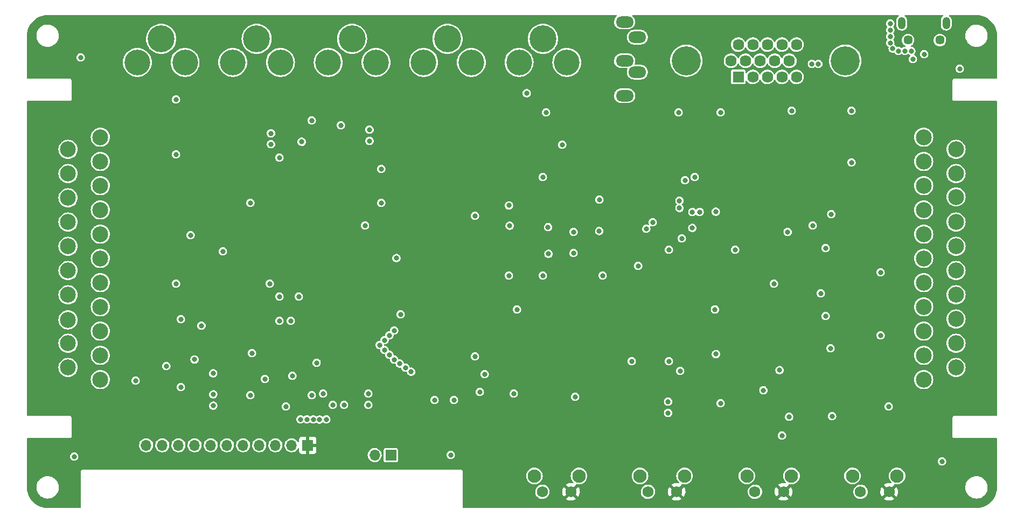
<source format=gbr>
%TF.GenerationSoftware,KiCad,Pcbnew,(6.0.8)*%
%TF.CreationDate,2023-03-28T17:34:24+02:00*%
%TF.ProjectId,RT5XP-EXP,52543558-502d-4455-9850-2e6b69636164,V1.0*%
%TF.SameCoordinates,Original*%
%TF.FileFunction,Copper,L3,Inr*%
%TF.FilePolarity,Positive*%
%FSLAX46Y46*%
G04 Gerber Fmt 4.6, Leading zero omitted, Abs format (unit mm)*
G04 Created by KiCad (PCBNEW (6.0.8)) date 2023-03-28 17:34:24*
%MOMM*%
%LPD*%
G01*
G04 APERTURE LIST*
%TA.AperFunction,ComponentPad*%
%ADD10C,4.035000*%
%TD*%
%TA.AperFunction,ComponentPad*%
%ADD11C,4.230000*%
%TD*%
%TA.AperFunction,ComponentPad*%
%ADD12O,1.200000X1.900000*%
%TD*%
%TA.AperFunction,ComponentPad*%
%ADD13C,1.450000*%
%TD*%
%TA.AperFunction,ComponentPad*%
%ADD14R,1.700000X1.700000*%
%TD*%
%TA.AperFunction,ComponentPad*%
%ADD15O,1.700000X1.700000*%
%TD*%
%TA.AperFunction,ComponentPad*%
%ADD16C,2.100000*%
%TD*%
%TA.AperFunction,ComponentPad*%
%ADD17C,1.750000*%
%TD*%
%TA.AperFunction,ComponentPad*%
%ADD18O,2.800000X1.800000*%
%TD*%
%TA.AperFunction,ComponentPad*%
%ADD19C,2.500000*%
%TD*%
%TA.AperFunction,ComponentPad*%
%ADD20C,4.575000*%
%TD*%
%TA.AperFunction,ComponentPad*%
%ADD21R,1.785000X1.785000*%
%TD*%
%TA.AperFunction,ComponentPad*%
%ADD22C,1.785000*%
%TD*%
%TA.AperFunction,ViaPad*%
%ADD23C,0.800000*%
%TD*%
G04 APERTURE END LIST*
D10*
%TO.N,RCA_AudioR*%
%TO.C,J5*%
X44108000Y-11700000D03*
D11*
%TO.N,GND*%
X40358000Y-8000000D03*
D10*
%TO.N,N/C*%
X36608000Y-11700000D03*
%TD*%
%TO.N,COMP_Red*%
%TO.C,J1*%
X59108000Y-11700000D03*
D11*
%TO.N,GND*%
X55358000Y-8000000D03*
D10*
%TO.N,N/C*%
X51608000Y-11700000D03*
%TD*%
D12*
%TO.N,GND*%
%TO.C,J12*%
X141750000Y-5493500D03*
D13*
X147750000Y-8193500D03*
D12*
X148750000Y-5493500D03*
D13*
X142750000Y-8193500D03*
%TD*%
D14*
%TO.N,VCC*%
%TO.C,J11*%
X48400000Y-71875000D03*
D15*
%TO.N,unconnected-(J11-Pad2)*%
X45860000Y-71875000D03*
%TO.N,GND*%
X43320000Y-71875000D03*
%TO.N,SCK*%
X40780000Y-71875000D03*
%TO.N,MISO*%
X38240000Y-71875000D03*
%TO.N,MOSI*%
X35700000Y-71875000D03*
%TO.N,TCS*%
X33160000Y-71875000D03*
%TO.N,RST*%
X30620000Y-71875000D03*
%TO.N,DC*%
X28080000Y-71875000D03*
%TO.N,SDCS*%
X25540000Y-71875000D03*
%TO.N,LIT*%
X23000000Y-71875000D03*
%TD*%
D16*
%TO.N,*%
%TO.C,SW2*%
X117415000Y-76700500D03*
X124425000Y-76700500D03*
D17*
%TO.N,VCC*%
X123175000Y-79190500D03*
%TO.N,MCU_B2*%
X118675000Y-79190500D03*
%TD*%
D10*
%TO.N,COMP_Green*%
%TO.C,J2*%
X74108000Y-11700000D03*
D11*
%TO.N,GND*%
X70358000Y-8000000D03*
D10*
%TO.N,N/C*%
X66608000Y-11700000D03*
%TD*%
D16*
%TO.N,*%
%TO.C,SW4*%
X91028000Y-76700500D03*
X84018000Y-76700500D03*
D17*
%TO.N,VCC*%
X89778000Y-79190500D03*
%TO.N,MCU_B4*%
X85278000Y-79190500D03*
%TD*%
D10*
%TO.N,COMP_Blue*%
%TO.C,J3*%
X89108000Y-11700000D03*
D11*
%TO.N,GND*%
X85358000Y-8000000D03*
D10*
%TO.N,N/C*%
X81608000Y-11700000D03*
%TD*%
D18*
%TO.N,AUX_AudioR*%
%TO.C,J7*%
X100198000Y-13234000D03*
%TO.N,N/C*%
X98198000Y-11434000D03*
%TO.N,GND*%
X98198000Y-5334000D03*
%TO.N,AUX_AudioL*%
X100198000Y-7734000D03*
%TO.N,N/C*%
X98198000Y-16934000D03*
%TD*%
D19*
%TO.N,unconnected-(J9-Pad1)*%
%TO.C,J9*%
X145215000Y-23450000D03*
%TO.N,SCART_AudioR*%
X150295000Y-25355000D03*
%TO.N,unconnected-(J9-Pad3)*%
X145215000Y-27260000D03*
%TO.N,GND*%
X150295000Y-29165000D03*
X145215000Y-31070000D03*
%TO.N,SCART_AudioL*%
X150295000Y-32840000D03*
%TO.N,SCART_Blue*%
X145215000Y-34880000D03*
%TO.N,unconnected-(J9-Pad8)*%
X150295000Y-36785000D03*
%TO.N,GND*%
X145215000Y-38690000D03*
%TO.N,unconnected-(J9-Pad10)*%
X150295000Y-40595000D03*
%TO.N,SCART_Green*%
X145215000Y-42500000D03*
%TO.N,unconnected-(J9-Pad12)*%
X150295000Y-44405000D03*
%TO.N,GND*%
X145215000Y-46310000D03*
%TO.N,unconnected-(J9-Pad14)*%
X150295000Y-48215000D03*
%TO.N,SCART_Red*%
X145215000Y-50120000D03*
%TO.N,unconnected-(J9-Pad16)*%
X150295000Y-52025000D03*
%TO.N,GND*%
X145215000Y-53930000D03*
X150295000Y-55835000D03*
%TO.N,unconnected-(J9-Pad19)*%
X145215000Y-57740000D03*
%TO.N,SCART_CVBS*%
X150295000Y-59645000D03*
%TO.N,GND*%
X145215000Y-61550000D03*
%TD*%
D20*
%TO.N,GND*%
%TO.C,J6*%
X132891000Y-11440000D03*
X107901000Y-11440000D03*
D21*
%TO.N,VGA_Red*%
X116071000Y-13980000D03*
D22*
%TO.N,VGA_Green*%
X118361000Y-13980000D03*
%TO.N,VGA_Blue*%
X120651000Y-13980000D03*
%TO.N,unconnected-(J6-Pad4)*%
X122941000Y-13980000D03*
%TO.N,unconnected-(J6-Pad5)*%
X125231000Y-13980000D03*
%TO.N,unconnected-(J6-Pad6)*%
X114926000Y-11440000D03*
%TO.N,unconnected-(J6-Pad7)*%
X117216000Y-11440000D03*
%TO.N,unconnected-(J6-Pad8)*%
X119506000Y-11440000D03*
%TO.N,unconnected-(J6-Pad9)*%
X121796000Y-11440000D03*
%TO.N,unconnected-(J6-Pad10)*%
X124086000Y-11440000D03*
%TO.N,unconnected-(J6-Pad11)*%
X116071000Y-8900000D03*
%TO.N,unconnected-(J6-Pad12)*%
X118361000Y-8900000D03*
%TO.N,VGA_HSync{slash}CSync*%
X120651000Y-8900000D03*
%TO.N,VGA_VSync*%
X122941000Y-8900000D03*
%TO.N,unconnected-(J6-Pad15)*%
X125231000Y-8900000D03*
%TD*%
D10*
%TO.N,RCA_AudioL*%
%TO.C,J4*%
X29108000Y-11700000D03*
D11*
%TO.N,GND*%
X25358000Y-8000000D03*
D10*
%TO.N,N/C*%
X21608000Y-11700000D03*
%TD*%
D16*
%TO.N,*%
%TO.C,SW3*%
X107625000Y-76700500D03*
X100615000Y-76700500D03*
D17*
%TO.N,VCC*%
X106375000Y-79190500D03*
%TO.N,MCU_B3*%
X101875000Y-79190500D03*
%TD*%
D19*
%TO.N,FINAL_AudioR*%
%TO.C,J8*%
X15785000Y-61550000D03*
%TO.N,unconnected-(J8-Pad2)*%
X10705000Y-59645000D03*
%TO.N,FINAL_AudioL*%
X15785000Y-57740000D03*
%TO.N,GND*%
X10705000Y-55835000D03*
X15785000Y-53930000D03*
%TO.N,unconnected-(J8-Pad6)*%
X10705000Y-52160000D03*
%TO.N,FINAL_Blue*%
X15785000Y-50120000D03*
%TO.N,unconnected-(J8-Pad8)*%
X10705000Y-48215000D03*
%TO.N,GND*%
X15785000Y-46310000D03*
%TO.N,unconnected-(J8-Pad10)*%
X10705000Y-44405000D03*
%TO.N,FINAL_Green*%
X15785000Y-42500000D03*
%TO.N,unconnected-(J8-Pad12)*%
X10705000Y-40595000D03*
%TO.N,GND*%
X15785000Y-38690000D03*
%TO.N,unconnected-(J8-Pad14)*%
X10705000Y-36785000D03*
%TO.N,FINAL_Red*%
X15785000Y-34880000D03*
%TO.N,unconnected-(J8-Pad16)*%
X10705000Y-32975000D03*
%TO.N,GND*%
X15785000Y-31070000D03*
X10705000Y-29165000D03*
%TO.N,FINAL_CSync*%
X15785000Y-27260000D03*
%TO.N,unconnected-(J8-Pad20)*%
X10700000Y-25355000D03*
%TO.N,GND*%
X15785000Y-23450000D03*
%TD*%
D16*
%TO.N,*%
%TO.C,SW1*%
X141025000Y-76700500D03*
X134015000Y-76700500D03*
D17*
%TO.N,VCC*%
X139775000Y-79190500D03*
%TO.N,MCU_B1*%
X135275000Y-79190500D03*
%TD*%
D14*
%TO.N,GND*%
%TO.C,J10*%
X61448000Y-73431000D03*
D15*
%TO.N,UPDI*%
X58908000Y-73431000D03*
%TD*%
D23*
%TO.N,GND*%
X99314000Y-58674000D03*
X90424000Y-64262000D03*
%TO.N,VCC*%
X72898000Y-57658000D03*
%TO.N,GND*%
X75438000Y-63500000D03*
%TO.N,D+*%
X80772000Y-63754000D03*
%TO.N,D-*%
X76200000Y-60706000D03*
%TO.N,Net-(C8-Pad2)*%
X74676000Y-57912000D03*
X68326000Y-64770000D03*
X71374000Y-64770000D03*
%TO.N,GND*%
X30600000Y-58400000D03*
X150876000Y-12700000D03*
X21336000Y-61722000D03*
X70866000Y-73406000D03*
X113284000Y-65278000D03*
X27686000Y-26162000D03*
X106680000Y-19558000D03*
X57404000Y-37338000D03*
X88392000Y-24638000D03*
X133858000Y-19304000D03*
X129794000Y-51562000D03*
X141224000Y-9906000D03*
X90170000Y-38354000D03*
X31687000Y-53086000D03*
X124460000Y-19304000D03*
X133858000Y-27432000D03*
X27686000Y-17526000D03*
X115570000Y-41148000D03*
X139954000Y-7620000D03*
X143256000Y-9906000D03*
X139954000Y-5588000D03*
X129794000Y-40894000D03*
X85344000Y-45212000D03*
X27686000Y-46482000D03*
X107696000Y-30226000D03*
X49022000Y-20828000D03*
X33528000Y-60579000D03*
X138430000Y-54610000D03*
X49022000Y-64008000D03*
X100330000Y-43688000D03*
X129032000Y-48006000D03*
X39624000Y-57404000D03*
X112395000Y-50546000D03*
X139954000Y-6604000D03*
X124050000Y-67400000D03*
X62992000Y-51308000D03*
X49778286Y-58922286D03*
X85344000Y-29718000D03*
X138430000Y-44704000D03*
X81280000Y-50546000D03*
X74676000Y-35814000D03*
X90170000Y-41656000D03*
X130810000Y-67310000D03*
X101600000Y-37846000D03*
X59944000Y-33782000D03*
X33528000Y-65659000D03*
X11684000Y-73660000D03*
X12700000Y-10922000D03*
X80010000Y-34189900D03*
X59944000Y-28448000D03*
X139700000Y-65786000D03*
X142240000Y-9906000D03*
X113284000Y-19558000D03*
X42418000Y-46482000D03*
X45974000Y-60960000D03*
X122936000Y-70358000D03*
X112550000Y-57550000D03*
X139954000Y-8636000D03*
X140335000Y-9525000D03*
X148082000Y-74422000D03*
X94742000Y-45212000D03*
X121666000Y-46482000D03*
X80122000Y-37379000D03*
%TO.N,VCC*%
X48006000Y-37084000D03*
X126746000Y-51054000D03*
X74676000Y-37592000D03*
X126746000Y-68961000D03*
X69088000Y-36824500D03*
X76200000Y-32766000D03*
X147066000Y-18796000D03*
X124460000Y-65786000D03*
X107696000Y-31496000D03*
X51893000Y-26474000D03*
X109093000Y-69342000D03*
X110550000Y-57650000D03*
X27950000Y-58400000D03*
X132588000Y-55372000D03*
X150114000Y-19050000D03*
X146304000Y-18034000D03*
X154178000Y-19050000D03*
X77074000Y-37887000D03*
X33274000Y-57150000D03*
X153162000Y-19050000D03*
X48264000Y-61464000D03*
X149098000Y-19050000D03*
X152146000Y-19050000D03*
X145796000Y-16002000D03*
X132588000Y-37338000D03*
X114046000Y-54610000D03*
X148082000Y-19050000D03*
X102616000Y-38608000D03*
X145796000Y-17018000D03*
X151130000Y-19050000D03*
X155194000Y-19050000D03*
%TO.N,VGA{slash}SCART{slash}COMP_Green*%
X94204000Y-38197000D03*
X105156000Y-41148000D03*
%TO.N,VGA{slash}SCART{slash}COMP_Blue*%
X107188000Y-39370000D03*
X94234000Y-33274000D03*
%TO.N,SELECTED_CSync*%
X43942000Y-48514000D03*
X46990000Y-48514000D03*
X80010000Y-45212000D03*
X62327000Y-42448000D03*
X28448000Y-52070000D03*
%TO.N,FINAL_Blue*%
X39370000Y-33782000D03*
%TO.N,FINAL_Red*%
X35052000Y-41402000D03*
X29972000Y-38862000D03*
%TO.N,VGA{slash}SCART_Blue*%
X109986000Y-35219500D03*
X106811000Y-33441500D03*
%TO.N,VGA{slash}SCART_Green*%
X106811000Y-34584500D03*
X108843000Y-35219500D03*
%TO.N,MOSI*%
X52324000Y-65532000D03*
%TO.N,SCK*%
X50800000Y-63754000D03*
%TO.N,SCART_AudioR*%
X58103000Y-24048000D03*
%TO.N,AUX_AudioL*%
X42609000Y-22848000D03*
%TO.N,AUX_AudioR*%
X58103000Y-22270000D03*
%TO.N,SCART_AudioL*%
X82804000Y-16545500D03*
X42609000Y-24556000D03*
X85852000Y-19558000D03*
%TO.N,FINAL_AudioL*%
X43942000Y-26670000D03*
%TO.N,VGA{slash}SCART{slash}COMP_Green_75*%
X86233000Y-41783000D03*
X86166500Y-37592000D03*
%TO.N,VGA_VSync*%
X123825000Y-38354000D03*
X127635000Y-11938000D03*
%TO.N,VGA_HSync{slash}CSync*%
X130683000Y-35560000D03*
X128651000Y-11938000D03*
%TO.N,MCU_G_FILTER*%
X105156000Y-58674000D03*
X60452000Y-56896000D03*
%TO.N,MCU_G_HD*%
X106934000Y-60198000D03*
X61214000Y-57658000D03*
%TO.N,MCU_CSMUX_2*%
X61976000Y-58420000D03*
X105029000Y-65024000D03*
%TO.N,MCU_SCARTC_FILTER*%
X64643000Y-60325000D03*
X122555000Y-60071000D03*
%TO.N,MCU_CMUX*%
X54102000Y-65532000D03*
X44958000Y-65786000D03*
%TO.N,TCS*%
X39370000Y-64008000D03*
%TO.N,MCU_B4*%
X48260000Y-67818000D03*
%TO.N,MCU_B3*%
X49259475Y-67825439D03*
%TO.N,MCU_B2*%
X50264000Y-67846000D03*
%TO.N,MCU_B1*%
X51308000Y-67818000D03*
%TO.N,Net-(R42-Pad2)*%
X43942000Y-52324000D03*
X47435000Y-24175000D03*
%TO.N,Net-(R43-Pad2)*%
X45720000Y-52324000D03*
X53594000Y-21590000D03*
%TO.N,Net-(R17-Pad2)*%
X109220000Y-29718000D03*
X60452000Y-55372000D03*
%TO.N,UPDI*%
X47244000Y-67818000D03*
%TO.N,Net-(R24-Pad2)*%
X61976000Y-53848000D03*
X102616000Y-36830000D03*
%TO.N,Net-(R37-Pad2)*%
X28448000Y-62738000D03*
X33528000Y-63881000D03*
%TO.N,D-*%
X145288000Y-10414000D03*
%TO.N,D+*%
X143510000Y-11176000D03*
%TO.N,MCU_SCARTC_HD*%
X63754000Y-59690000D03*
X120015000Y-63246000D03*
%TO.N,MCU_CSMUX_1*%
X62859286Y-59049286D03*
X105029000Y-66802000D03*
%TO.N,Net-(R16-Pad2)*%
X59690000Y-56134000D03*
X112522000Y-35179000D03*
%TO.N,Net-(R23-Pad2)*%
X108839000Y-37719000D03*
X61214000Y-54610000D03*
%TO.N,Net-(R45-Pad2)*%
X57912000Y-63754000D03*
X127762000Y-37338000D03*
%TO.N,Net-(R62-Pad1)*%
X57912000Y-65532000D03*
X130556000Y-56642000D03*
%TO.N,MCU_HD*%
X41656000Y-61468000D03*
X26162000Y-59436000D03*
%TD*%
%TA.AperFunction,Conductor*%
%TO.N,VCC*%
G36*
X96970210Y-4273713D02*
G01*
X97006755Y-4324013D01*
X97006755Y-4386187D01*
X96971270Y-4435706D01*
X96925878Y-4469601D01*
X96925873Y-4469606D01*
X96922179Y-4472364D01*
X96778150Y-4628174D01*
X96775692Y-4632070D01*
X96775688Y-4632075D01*
X96760303Y-4656459D01*
X96664926Y-4807623D01*
X96586300Y-5004700D01*
X96544906Y-5212805D01*
X96542128Y-5424969D01*
X96578061Y-5634087D01*
X96579655Y-5638409D01*
X96579656Y-5638411D01*
X96646210Y-5818811D01*
X96651501Y-5833154D01*
X96759988Y-6015505D01*
X96763027Y-6018971D01*
X96763029Y-6018973D01*
X96896849Y-6171565D01*
X96896852Y-6171568D01*
X96899890Y-6175032D01*
X96903509Y-6177885D01*
X96903510Y-6177886D01*
X96912355Y-6184859D01*
X97066520Y-6306393D01*
X97254299Y-6405188D01*
X97456938Y-6468109D01*
X97560129Y-6480323D01*
X97626273Y-6488152D01*
X97626279Y-6488152D01*
X97629216Y-6488500D01*
X98751827Y-6488500D01*
X98766553Y-6487147D01*
X98904704Y-6474453D01*
X98904709Y-6474452D01*
X98909292Y-6474031D01*
X99113508Y-6416436D01*
X99136317Y-6405188D01*
X99299667Y-6324633D01*
X99299670Y-6324631D01*
X99303809Y-6322590D01*
X99343309Y-6293094D01*
X99470122Y-6198399D01*
X99470127Y-6198394D01*
X99473821Y-6195636D01*
X99617850Y-6039826D01*
X99620308Y-6035930D01*
X99620312Y-6035925D01*
X99684443Y-5934282D01*
X99731074Y-5860377D01*
X99742018Y-5832947D01*
X99792111Y-5707387D01*
X99809700Y-5663300D01*
X99851094Y-5455195D01*
X99852804Y-5324607D01*
X99853812Y-5247644D01*
X99853812Y-5247640D01*
X99853872Y-5243031D01*
X99817939Y-5033913D01*
X99795277Y-4972484D01*
X99746096Y-4839174D01*
X99746095Y-4839171D01*
X99744499Y-4834846D01*
X99636012Y-4652495D01*
X99611712Y-4624786D01*
X99499151Y-4496435D01*
X99499148Y-4496432D01*
X99496110Y-4492968D01*
X99490986Y-4488928D01*
X99426769Y-4438304D01*
X99421440Y-4434102D01*
X99386898Y-4382407D01*
X99389339Y-4320281D01*
X99427831Y-4271454D01*
X99483721Y-4254500D01*
X141203203Y-4254500D01*
X141262334Y-4273713D01*
X141298879Y-4324013D01*
X141298879Y-4386187D01*
X141268137Y-4431937D01*
X141223567Y-4469601D01*
X141143242Y-4537481D01*
X141127546Y-4550745D01*
X141014781Y-4698236D01*
X141012478Y-4703175D01*
X140951079Y-4834846D01*
X140936318Y-4866500D01*
X140895818Y-5047688D01*
X140895500Y-5053376D01*
X140895500Y-5889885D01*
X140895793Y-5892579D01*
X140895793Y-5892585D01*
X140900869Y-5939312D01*
X140910512Y-6028073D01*
X140926429Y-6075368D01*
X140963277Y-6184859D01*
X140969730Y-6204035D01*
X140972539Y-6208710D01*
X141042192Y-6324633D01*
X141065351Y-6363177D01*
X141096222Y-6395822D01*
X141183666Y-6488290D01*
X141192916Y-6498072D01*
X141272219Y-6551966D01*
X141335865Y-6595220D01*
X141346471Y-6602428D01*
X141351524Y-6604449D01*
X141497442Y-6662812D01*
X141518853Y-6671376D01*
X141702019Y-6701699D01*
X141707459Y-6701414D01*
X141707460Y-6701414D01*
X141794722Y-6696840D01*
X141887424Y-6691982D01*
X142066417Y-6642679D01*
X142230648Y-6556090D01*
X142235794Y-6551741D01*
X142368295Y-6439770D01*
X142368297Y-6439768D01*
X142372454Y-6436255D01*
X142485219Y-6288764D01*
X142533671Y-6184859D01*
X142561380Y-6125437D01*
X142561380Y-6125436D01*
X142563682Y-6120500D01*
X142604182Y-5939312D01*
X142604500Y-5933624D01*
X142604500Y-5097115D01*
X142603929Y-5091853D01*
X142590076Y-4964340D01*
X142589488Y-4958927D01*
X142550126Y-4841966D01*
X142532010Y-4788135D01*
X142532010Y-4788134D01*
X142530270Y-4782965D01*
X142482328Y-4703175D01*
X142437456Y-4628494D01*
X142437454Y-4628491D01*
X142434649Y-4623823D01*
X142350736Y-4535088D01*
X142310830Y-4492889D01*
X142310829Y-4492888D01*
X142307084Y-4488928D01*
X142232593Y-4438304D01*
X142194486Y-4389177D01*
X142192533Y-4327034D01*
X142227481Y-4275610D01*
X142289139Y-4254500D01*
X148203203Y-4254500D01*
X148262334Y-4273713D01*
X148298879Y-4324013D01*
X148298879Y-4386187D01*
X148268137Y-4431937D01*
X148223567Y-4469601D01*
X148143242Y-4537481D01*
X148127546Y-4550745D01*
X148014781Y-4698236D01*
X148012478Y-4703175D01*
X147951079Y-4834846D01*
X147936318Y-4866500D01*
X147895818Y-5047688D01*
X147895500Y-5053376D01*
X147895500Y-5889885D01*
X147895793Y-5892579D01*
X147895793Y-5892585D01*
X147900869Y-5939312D01*
X147910512Y-6028073D01*
X147926429Y-6075368D01*
X147963277Y-6184859D01*
X147969730Y-6204035D01*
X147972539Y-6208710D01*
X148042192Y-6324633D01*
X148065351Y-6363177D01*
X148096222Y-6395822D01*
X148183666Y-6488290D01*
X148192916Y-6498072D01*
X148272219Y-6551966D01*
X148335865Y-6595220D01*
X148346471Y-6602428D01*
X148351524Y-6604449D01*
X148497442Y-6662812D01*
X148518853Y-6671376D01*
X148702019Y-6701699D01*
X148707459Y-6701414D01*
X148707460Y-6701414D01*
X148794722Y-6696840D01*
X148887424Y-6691982D01*
X149066417Y-6642679D01*
X149230648Y-6556090D01*
X149235794Y-6551741D01*
X149368295Y-6439770D01*
X149368297Y-6439768D01*
X149372454Y-6436255D01*
X149485219Y-6288764D01*
X149533671Y-6184859D01*
X149561380Y-6125437D01*
X149561380Y-6125436D01*
X149563682Y-6120500D01*
X149604182Y-5939312D01*
X149604500Y-5933624D01*
X149604500Y-5097115D01*
X149603929Y-5091853D01*
X149590076Y-4964340D01*
X149589488Y-4958927D01*
X149550126Y-4841966D01*
X149532010Y-4788135D01*
X149532010Y-4788134D01*
X149530270Y-4782965D01*
X149482328Y-4703175D01*
X149437456Y-4628494D01*
X149437454Y-4628491D01*
X149434649Y-4623823D01*
X149350736Y-4535088D01*
X149310830Y-4492889D01*
X149310829Y-4492888D01*
X149307084Y-4488928D01*
X149232593Y-4438304D01*
X149194486Y-4389177D01*
X149192533Y-4327034D01*
X149227481Y-4275610D01*
X149289139Y-4254500D01*
X153465025Y-4254500D01*
X153484650Y-4256433D01*
X153490281Y-4257553D01*
X153490282Y-4257553D01*
X153500000Y-4259486D01*
X153509718Y-4257553D01*
X153513606Y-4257553D01*
X153532395Y-4256198D01*
X153833990Y-4272003D01*
X153844453Y-4273104D01*
X153982815Y-4295018D01*
X154169567Y-4324597D01*
X154179867Y-4326786D01*
X154180793Y-4327034D01*
X154497828Y-4411983D01*
X154507831Y-4415233D01*
X154815145Y-4533200D01*
X154824757Y-4537479D01*
X155118058Y-4686924D01*
X155127169Y-4692184D01*
X155144093Y-4703175D01*
X155403233Y-4871462D01*
X155411752Y-4877651D01*
X155667568Y-5084807D01*
X155675393Y-5091853D01*
X155908147Y-5324607D01*
X155915193Y-5332432D01*
X156122349Y-5588248D01*
X156128538Y-5596767D01*
X156296945Y-5856091D01*
X156307813Y-5872827D01*
X156313076Y-5881942D01*
X156462519Y-6175239D01*
X156466800Y-6184855D01*
X156577967Y-6474453D01*
X156584765Y-6492163D01*
X156588017Y-6502172D01*
X156641404Y-6701414D01*
X156673214Y-6820133D01*
X156675403Y-6830433D01*
X156684856Y-6890114D01*
X156716732Y-7091368D01*
X156726896Y-7155543D01*
X156727997Y-7166010D01*
X156739246Y-7380660D01*
X156743802Y-7467604D01*
X156742447Y-7486394D01*
X156742447Y-7490282D01*
X156740514Y-7500000D01*
X156742447Y-7509718D01*
X156742447Y-7509719D01*
X156743567Y-7515350D01*
X156745500Y-7534975D01*
X156745500Y-14144900D01*
X156726287Y-14204031D01*
X156675987Y-14240576D01*
X156644900Y-14245500D01*
X150034975Y-14245500D01*
X150015350Y-14243567D01*
X150009719Y-14242447D01*
X150009718Y-14242447D01*
X150000000Y-14240514D01*
X149974933Y-14245500D01*
X149900699Y-14260266D01*
X149816516Y-14316516D01*
X149760266Y-14400699D01*
X149740514Y-14500000D01*
X149742447Y-14509718D01*
X149742447Y-14509719D01*
X149743567Y-14515350D01*
X149745500Y-14534975D01*
X149745500Y-17465025D01*
X149743567Y-17484650D01*
X149740514Y-17500000D01*
X149745500Y-17525067D01*
X149760266Y-17599301D01*
X149816516Y-17683484D01*
X149900699Y-17739734D01*
X150000000Y-17759486D01*
X150009718Y-17757553D01*
X150009719Y-17757553D01*
X150015350Y-17756433D01*
X150034975Y-17754500D01*
X156644900Y-17754500D01*
X156704031Y-17773713D01*
X156740576Y-17824013D01*
X156745500Y-17855100D01*
X156745500Y-67144900D01*
X156726287Y-67204031D01*
X156675987Y-67240576D01*
X156644900Y-67245500D01*
X150034975Y-67245500D01*
X150015350Y-67243567D01*
X150009719Y-67242447D01*
X150009718Y-67242447D01*
X150000000Y-67240514D01*
X149974933Y-67245500D01*
X149900699Y-67260266D01*
X149816516Y-67316516D01*
X149760266Y-67400699D01*
X149740514Y-67500000D01*
X149742447Y-67509718D01*
X149742447Y-67509719D01*
X149743567Y-67515350D01*
X149745500Y-67534975D01*
X149745500Y-70465025D01*
X149743567Y-70484650D01*
X149740514Y-70500000D01*
X149745500Y-70525067D01*
X149760266Y-70599301D01*
X149816516Y-70683484D01*
X149900699Y-70739734D01*
X150000000Y-70759486D01*
X150009718Y-70757553D01*
X150009719Y-70757553D01*
X150015350Y-70756433D01*
X150034975Y-70754500D01*
X156644900Y-70754500D01*
X156704031Y-70773713D01*
X156740576Y-70824013D01*
X156745500Y-70855100D01*
X156745500Y-78465025D01*
X156743567Y-78484650D01*
X156740514Y-78500000D01*
X156742447Y-78509718D01*
X156742447Y-78513606D01*
X156743802Y-78532395D01*
X156728449Y-78825367D01*
X156727997Y-78833985D01*
X156726896Y-78844453D01*
X156709442Y-78954658D01*
X156675403Y-79169567D01*
X156673214Y-79179867D01*
X156590727Y-79487717D01*
X156588019Y-79497822D01*
X156584767Y-79507831D01*
X156472809Y-79799492D01*
X156466802Y-79815141D01*
X156462521Y-79824757D01*
X156327688Y-80089381D01*
X156313078Y-80118054D01*
X156307816Y-80127169D01*
X156169030Y-80340881D01*
X156128538Y-80403233D01*
X156122350Y-80411751D01*
X156066479Y-80480746D01*
X155915193Y-80667568D01*
X155908147Y-80675393D01*
X155675393Y-80908147D01*
X155667568Y-80915193D01*
X155411752Y-81122349D01*
X155403233Y-81128538D01*
X155127173Y-81307813D01*
X155118058Y-81313076D01*
X154824761Y-81462519D01*
X154815145Y-81466800D01*
X154507831Y-81584767D01*
X154497828Y-81588017D01*
X154285537Y-81644900D01*
X154179867Y-81673214D01*
X154169567Y-81675403D01*
X154007012Y-81701149D01*
X153844453Y-81726896D01*
X153833990Y-81727997D01*
X153532395Y-81743802D01*
X153513606Y-81742447D01*
X153509718Y-81742447D01*
X153500000Y-81740514D01*
X153490282Y-81742447D01*
X153490281Y-81742447D01*
X153484650Y-81743567D01*
X153465025Y-81745500D01*
X72855100Y-81745500D01*
X72795969Y-81726287D01*
X72759424Y-81675987D01*
X72754500Y-81644900D01*
X72754500Y-80334015D01*
X88999199Y-80334015D01*
X89006125Y-80341353D01*
X89174815Y-80439927D01*
X89182234Y-80443482D01*
X89386971Y-80521663D01*
X89394888Y-80523963D01*
X89609639Y-80567655D01*
X89617813Y-80568629D01*
X89836819Y-80576659D01*
X89845049Y-80576286D01*
X90062428Y-80548440D01*
X90070486Y-80546727D01*
X90280397Y-80483750D01*
X90288063Y-80480746D01*
X90484883Y-80384325D01*
X90491937Y-80380120D01*
X90546948Y-80340881D01*
X90552028Y-80334015D01*
X105596199Y-80334015D01*
X105603125Y-80341353D01*
X105771815Y-80439927D01*
X105779234Y-80443482D01*
X105983971Y-80521663D01*
X105991888Y-80523963D01*
X106206639Y-80567655D01*
X106214813Y-80568629D01*
X106433819Y-80576659D01*
X106442049Y-80576286D01*
X106659428Y-80548440D01*
X106667486Y-80546727D01*
X106877397Y-80483750D01*
X106885063Y-80480746D01*
X107081883Y-80384325D01*
X107088937Y-80380120D01*
X107143948Y-80340881D01*
X107149028Y-80334015D01*
X122396199Y-80334015D01*
X122403125Y-80341353D01*
X122571815Y-80439927D01*
X122579234Y-80443482D01*
X122783971Y-80521663D01*
X122791888Y-80523963D01*
X123006639Y-80567655D01*
X123014813Y-80568629D01*
X123233819Y-80576659D01*
X123242049Y-80576286D01*
X123459428Y-80548440D01*
X123467486Y-80546727D01*
X123677397Y-80483750D01*
X123685063Y-80480746D01*
X123881883Y-80384325D01*
X123888937Y-80380120D01*
X123943948Y-80340881D01*
X123949028Y-80334015D01*
X138996199Y-80334015D01*
X139003125Y-80341353D01*
X139171815Y-80439927D01*
X139179234Y-80443482D01*
X139383971Y-80521663D01*
X139391888Y-80523963D01*
X139606639Y-80567655D01*
X139614813Y-80568629D01*
X139833819Y-80576659D01*
X139842049Y-80576286D01*
X140059428Y-80548440D01*
X140067486Y-80546727D01*
X140277397Y-80483750D01*
X140285063Y-80480746D01*
X140481883Y-80384325D01*
X140488937Y-80380120D01*
X140543948Y-80340881D01*
X140552009Y-80329986D01*
X140552017Y-80329108D01*
X140548342Y-80323052D01*
X139786268Y-79560978D01*
X139774189Y-79554823D01*
X139769077Y-79555633D01*
X139001916Y-80322794D01*
X138996199Y-80334015D01*
X123949028Y-80334015D01*
X123952009Y-80329986D01*
X123952017Y-80329108D01*
X123948342Y-80323052D01*
X123186268Y-79560978D01*
X123174189Y-79554823D01*
X123169077Y-79555633D01*
X122401916Y-80322794D01*
X122396199Y-80334015D01*
X107149028Y-80334015D01*
X107152009Y-80329986D01*
X107152017Y-80329108D01*
X107148342Y-80323052D01*
X106386268Y-79560978D01*
X106374189Y-79554823D01*
X106369077Y-79555633D01*
X105601916Y-80322794D01*
X105596199Y-80334015D01*
X90552028Y-80334015D01*
X90555009Y-80329986D01*
X90555017Y-80329108D01*
X90551342Y-80323052D01*
X89789268Y-79560978D01*
X89777189Y-79554823D01*
X89772077Y-79555633D01*
X89004916Y-80322794D01*
X88999199Y-80334015D01*
X72754500Y-80334015D01*
X72754500Y-79160806D01*
X84144050Y-79160806D01*
X84157627Y-79367950D01*
X84158759Y-79372408D01*
X84158760Y-79372413D01*
X84207589Y-79564678D01*
X84208725Y-79569150D01*
X84295634Y-79757669D01*
X84415442Y-79927194D01*
X84564137Y-80072047D01*
X84567970Y-80074608D01*
X84567971Y-80074609D01*
X84590079Y-80089381D01*
X84736740Y-80187377D01*
X84740974Y-80189196D01*
X84892389Y-80254248D01*
X84927470Y-80269320D01*
X85129939Y-80315135D01*
X85194058Y-80317654D01*
X85332758Y-80323103D01*
X85332759Y-80323103D01*
X85337367Y-80323284D01*
X85341924Y-80322623D01*
X85341929Y-80322623D01*
X85440086Y-80308391D01*
X85542806Y-80293497D01*
X85739377Y-80226770D01*
X85920497Y-80125338D01*
X86080099Y-79992599D01*
X86212838Y-79832997D01*
X86314270Y-79651877D01*
X86380997Y-79455306D01*
X86396325Y-79349591D01*
X86410359Y-79252802D01*
X86410360Y-79252793D01*
X86410784Y-79249867D01*
X86412339Y-79190500D01*
X86410894Y-79174777D01*
X86409602Y-79160719D01*
X88390912Y-79160719D01*
X88403528Y-79379518D01*
X88404671Y-79387657D01*
X88452856Y-79601468D01*
X88455315Y-79609313D01*
X88537772Y-79812380D01*
X88541477Y-79819717D01*
X88627419Y-79959961D01*
X88637262Y-79968367D01*
X88645583Y-79963707D01*
X89407522Y-79201768D01*
X89412850Y-79191311D01*
X90142323Y-79191311D01*
X90143133Y-79196423D01*
X90907932Y-79961222D01*
X90920011Y-79967377D01*
X90920970Y-79967225D01*
X90926227Y-79962711D01*
X90965114Y-79908595D01*
X90969355Y-79901536D01*
X91066458Y-79705064D01*
X91069489Y-79697410D01*
X91133198Y-79487717D01*
X91134938Y-79479668D01*
X91163734Y-79260942D01*
X91164148Y-79255621D01*
X91165675Y-79193169D01*
X91165521Y-79187842D01*
X91163298Y-79160806D01*
X100741050Y-79160806D01*
X100754627Y-79367950D01*
X100755759Y-79372408D01*
X100755760Y-79372413D01*
X100804589Y-79564678D01*
X100805725Y-79569150D01*
X100892634Y-79757669D01*
X101012442Y-79927194D01*
X101161137Y-80072047D01*
X101164970Y-80074608D01*
X101164971Y-80074609D01*
X101187079Y-80089381D01*
X101333740Y-80187377D01*
X101337974Y-80189196D01*
X101489389Y-80254248D01*
X101524470Y-80269320D01*
X101726939Y-80315135D01*
X101791058Y-80317654D01*
X101929758Y-80323103D01*
X101929759Y-80323103D01*
X101934367Y-80323284D01*
X101938924Y-80322623D01*
X101938929Y-80322623D01*
X102037086Y-80308391D01*
X102139806Y-80293497D01*
X102336377Y-80226770D01*
X102517497Y-80125338D01*
X102677099Y-79992599D01*
X102809838Y-79832997D01*
X102911270Y-79651877D01*
X102977997Y-79455306D01*
X102993325Y-79349591D01*
X103007359Y-79252802D01*
X103007360Y-79252793D01*
X103007784Y-79249867D01*
X103009339Y-79190500D01*
X103007894Y-79174777D01*
X103006602Y-79160719D01*
X104987912Y-79160719D01*
X105000528Y-79379518D01*
X105001671Y-79387657D01*
X105049856Y-79601468D01*
X105052315Y-79609313D01*
X105134772Y-79812380D01*
X105138477Y-79819717D01*
X105224419Y-79959961D01*
X105234262Y-79968367D01*
X105242583Y-79963707D01*
X106004522Y-79201768D01*
X106009850Y-79191311D01*
X106739323Y-79191311D01*
X106740133Y-79196423D01*
X107504932Y-79961222D01*
X107517011Y-79967377D01*
X107517970Y-79967225D01*
X107523227Y-79962711D01*
X107562114Y-79908595D01*
X107566355Y-79901536D01*
X107663458Y-79705064D01*
X107666489Y-79697410D01*
X107730198Y-79487717D01*
X107731938Y-79479668D01*
X107760734Y-79260942D01*
X107761148Y-79255621D01*
X107762675Y-79193169D01*
X107762521Y-79187842D01*
X107760298Y-79160806D01*
X117541050Y-79160806D01*
X117554627Y-79367950D01*
X117555759Y-79372408D01*
X117555760Y-79372413D01*
X117604589Y-79564678D01*
X117605725Y-79569150D01*
X117692634Y-79757669D01*
X117812442Y-79927194D01*
X117961137Y-80072047D01*
X117964970Y-80074608D01*
X117964971Y-80074609D01*
X117987079Y-80089381D01*
X118133740Y-80187377D01*
X118137974Y-80189196D01*
X118289389Y-80254248D01*
X118324470Y-80269320D01*
X118526939Y-80315135D01*
X118591058Y-80317654D01*
X118729758Y-80323103D01*
X118729759Y-80323103D01*
X118734367Y-80323284D01*
X118738924Y-80322623D01*
X118738929Y-80322623D01*
X118837086Y-80308391D01*
X118939806Y-80293497D01*
X119136377Y-80226770D01*
X119317497Y-80125338D01*
X119477099Y-79992599D01*
X119609838Y-79832997D01*
X119711270Y-79651877D01*
X119777997Y-79455306D01*
X119793325Y-79349591D01*
X119807359Y-79252802D01*
X119807360Y-79252793D01*
X119807784Y-79249867D01*
X119809339Y-79190500D01*
X119807894Y-79174777D01*
X119806602Y-79160719D01*
X121787912Y-79160719D01*
X121800528Y-79379518D01*
X121801671Y-79387657D01*
X121849856Y-79601468D01*
X121852315Y-79609313D01*
X121934772Y-79812380D01*
X121938477Y-79819717D01*
X122024419Y-79959961D01*
X122034262Y-79968367D01*
X122042583Y-79963707D01*
X122804522Y-79201768D01*
X122809850Y-79191311D01*
X123539323Y-79191311D01*
X123540133Y-79196423D01*
X124304932Y-79961222D01*
X124317011Y-79967377D01*
X124317970Y-79967225D01*
X124323227Y-79962711D01*
X124362114Y-79908595D01*
X124366355Y-79901536D01*
X124463458Y-79705064D01*
X124466489Y-79697410D01*
X124530198Y-79487717D01*
X124531938Y-79479668D01*
X124560734Y-79260942D01*
X124561148Y-79255621D01*
X124562675Y-79193169D01*
X124562521Y-79187842D01*
X124560298Y-79160806D01*
X134141050Y-79160806D01*
X134154627Y-79367950D01*
X134155759Y-79372408D01*
X134155760Y-79372413D01*
X134204589Y-79564678D01*
X134205725Y-79569150D01*
X134292634Y-79757669D01*
X134412442Y-79927194D01*
X134561137Y-80072047D01*
X134564970Y-80074608D01*
X134564971Y-80074609D01*
X134587079Y-80089381D01*
X134733740Y-80187377D01*
X134737974Y-80189196D01*
X134889389Y-80254248D01*
X134924470Y-80269320D01*
X135126939Y-80315135D01*
X135191058Y-80317654D01*
X135329758Y-80323103D01*
X135329759Y-80323103D01*
X135334367Y-80323284D01*
X135338924Y-80322623D01*
X135338929Y-80322623D01*
X135437086Y-80308391D01*
X135539806Y-80293497D01*
X135736377Y-80226770D01*
X135917497Y-80125338D01*
X136077099Y-79992599D01*
X136209838Y-79832997D01*
X136311270Y-79651877D01*
X136377997Y-79455306D01*
X136393325Y-79349591D01*
X136407359Y-79252802D01*
X136407360Y-79252793D01*
X136407784Y-79249867D01*
X136409339Y-79190500D01*
X136407894Y-79174777D01*
X136406602Y-79160719D01*
X138387912Y-79160719D01*
X138400528Y-79379518D01*
X138401671Y-79387657D01*
X138449856Y-79601468D01*
X138452315Y-79609313D01*
X138534772Y-79812380D01*
X138538477Y-79819717D01*
X138624419Y-79959961D01*
X138634262Y-79968367D01*
X138642583Y-79963707D01*
X139404522Y-79201768D01*
X139409850Y-79191311D01*
X140139323Y-79191311D01*
X140140133Y-79196423D01*
X140904932Y-79961222D01*
X140917011Y-79967377D01*
X140917970Y-79967225D01*
X140923227Y-79962711D01*
X140962114Y-79908595D01*
X140966355Y-79901536D01*
X141063458Y-79705064D01*
X141066489Y-79697410D01*
X141130198Y-79487717D01*
X141131938Y-79479668D01*
X141160734Y-79260942D01*
X141161148Y-79255621D01*
X141162675Y-79193169D01*
X141162521Y-79187842D01*
X141144444Y-78967961D01*
X141143100Y-78959839D01*
X141089707Y-78747278D01*
X141087057Y-78739494D01*
X141029625Y-78607410D01*
X151743862Y-78607410D01*
X151744365Y-78611105D01*
X151774698Y-78833985D01*
X151779028Y-78865804D01*
X151780072Y-78869387D01*
X151780073Y-78869390D01*
X151806436Y-78959839D01*
X151852000Y-79116162D01*
X151853559Y-79119544D01*
X151853561Y-79119549D01*
X151913639Y-79249867D01*
X151961177Y-79352984D01*
X151963223Y-79356105D01*
X151963226Y-79356110D01*
X152056137Y-79497822D01*
X152104158Y-79571067D01*
X152277804Y-79765621D01*
X152280680Y-79768013D01*
X152475429Y-79929984D01*
X152475436Y-79929989D01*
X152478300Y-79932371D01*
X152481492Y-79934308D01*
X152529940Y-79963707D01*
X152701240Y-80067655D01*
X152941728Y-80168500D01*
X153023220Y-80189196D01*
X153190864Y-80231772D01*
X153190868Y-80231773D01*
X153194480Y-80232690D01*
X153198191Y-80233064D01*
X153198193Y-80233064D01*
X153259815Y-80239269D01*
X153411072Y-80254500D01*
X153566206Y-80254500D01*
X153760059Y-80240094D01*
X153763701Y-80239270D01*
X153763707Y-80239269D01*
X154010760Y-80183367D01*
X154010763Y-80183366D01*
X154014405Y-80182542D01*
X154017878Y-80181192D01*
X154017886Y-80181189D01*
X154253968Y-80089381D01*
X154253967Y-80089381D01*
X154257450Y-80088027D01*
X154483855Y-79958625D01*
X154688647Y-79797180D01*
X154720961Y-79762830D01*
X154864769Y-79609957D01*
X154867326Y-79607239D01*
X154869446Y-79604182D01*
X154869450Y-79604178D01*
X155013842Y-79396037D01*
X155015968Y-79392973D01*
X155131306Y-79159090D01*
X155145048Y-79116162D01*
X155187422Y-78983783D01*
X155210807Y-78910728D01*
X155252725Y-78653344D01*
X155256138Y-78392590D01*
X155225712Y-78169023D01*
X155221476Y-78137898D01*
X155221476Y-78137896D01*
X155220972Y-78134196D01*
X155196923Y-78051685D01*
X155149043Y-77887417D01*
X155148000Y-77883838D01*
X155038823Y-77647016D01*
X155014802Y-77610377D01*
X154897890Y-77432057D01*
X154895842Y-77428933D01*
X154722196Y-77234379D01*
X154719320Y-77231987D01*
X154524571Y-77070016D01*
X154524564Y-77070011D01*
X154521700Y-77067629D01*
X154298760Y-76932345D01*
X154058272Y-76831500D01*
X153929057Y-76798684D01*
X153809136Y-76768228D01*
X153809132Y-76768227D01*
X153805520Y-76767310D01*
X153801809Y-76766936D01*
X153801807Y-76766936D01*
X153729241Y-76759629D01*
X153588928Y-76745500D01*
X153433794Y-76745500D01*
X153239941Y-76759906D01*
X153236299Y-76760730D01*
X153236293Y-76760731D01*
X152989240Y-76816633D01*
X152989237Y-76816634D01*
X152985595Y-76817458D01*
X152982122Y-76818808D01*
X152982114Y-76818811D01*
X152769369Y-76901544D01*
X152742550Y-76911973D01*
X152516145Y-77041375D01*
X152311353Y-77202820D01*
X152308794Y-77205540D01*
X152308791Y-77205543D01*
X152179718Y-77342752D01*
X152132674Y-77392761D01*
X152130554Y-77395818D01*
X152130550Y-77395822D01*
X152105413Y-77432057D01*
X151984032Y-77607027D01*
X151868694Y-77840910D01*
X151867557Y-77844462D01*
X151867555Y-77844467D01*
X151853807Y-77887417D01*
X151789193Y-78089272D01*
X151747275Y-78346656D01*
X151743862Y-78607410D01*
X141029625Y-78607410D01*
X140999667Y-78538510D01*
X140995777Y-78531255D01*
X140924957Y-78421785D01*
X140914602Y-78413369D01*
X140906906Y-78417804D01*
X140145478Y-79179232D01*
X140139323Y-79191311D01*
X139409850Y-79191311D01*
X139410677Y-79189689D01*
X139409867Y-79184577D01*
X138645314Y-78420024D01*
X138633235Y-78413869D01*
X138632934Y-78413917D01*
X138626908Y-78419220D01*
X138570696Y-78501623D01*
X138566628Y-78508782D01*
X138474356Y-78707568D01*
X138471511Y-78715301D01*
X138412945Y-78926484D01*
X138411402Y-78934570D01*
X138388113Y-79152484D01*
X138387912Y-79160719D01*
X136406602Y-79160719D01*
X136390766Y-78988371D01*
X136390765Y-78988367D01*
X136390344Y-78983783D01*
X136345667Y-78825367D01*
X136335250Y-78788430D01*
X136335248Y-78788425D01*
X136333997Y-78783989D01*
X136320395Y-78756407D01*
X136244221Y-78601942D01*
X136244219Y-78601939D01*
X136242183Y-78597810D01*
X136117978Y-78431479D01*
X136098387Y-78413369D01*
X135968929Y-78293698D01*
X135968923Y-78293693D01*
X135965542Y-78290568D01*
X135789979Y-78179797D01*
X135597170Y-78102873D01*
X135393571Y-78062375D01*
X135289786Y-78061016D01*
X135190615Y-78059718D01*
X135190611Y-78059718D01*
X135186001Y-78059658D01*
X135181456Y-78060439D01*
X134985959Y-78094031D01*
X134985954Y-78094032D01*
X134981411Y-78094813D01*
X134884378Y-78130610D01*
X134790985Y-78165064D01*
X134790983Y-78165065D01*
X134786654Y-78166662D01*
X134782686Y-78169023D01*
X134612213Y-78270443D01*
X134612210Y-78270446D01*
X134608252Y-78272800D01*
X134604789Y-78275837D01*
X134475873Y-78388895D01*
X134452180Y-78409673D01*
X134323663Y-78572695D01*
X134227007Y-78756407D01*
X134225640Y-78760810D01*
X134179090Y-78910728D01*
X134165449Y-78954658D01*
X134164908Y-78959232D01*
X134146758Y-79112583D01*
X134141050Y-79160806D01*
X124560298Y-79160806D01*
X124544444Y-78967961D01*
X124543100Y-78959839D01*
X124489707Y-78747278D01*
X124487057Y-78739494D01*
X124399667Y-78538510D01*
X124395777Y-78531255D01*
X124324957Y-78421785D01*
X124314602Y-78413369D01*
X124306906Y-78417804D01*
X123545478Y-79179232D01*
X123539323Y-79191311D01*
X122809850Y-79191311D01*
X122810677Y-79189689D01*
X122809867Y-79184577D01*
X122045314Y-78420024D01*
X122033235Y-78413869D01*
X122032934Y-78413917D01*
X122026908Y-78419220D01*
X121970696Y-78501623D01*
X121966628Y-78508782D01*
X121874356Y-78707568D01*
X121871511Y-78715301D01*
X121812945Y-78926484D01*
X121811402Y-78934570D01*
X121788113Y-79152484D01*
X121787912Y-79160719D01*
X119806602Y-79160719D01*
X119790766Y-78988371D01*
X119790765Y-78988367D01*
X119790344Y-78983783D01*
X119745667Y-78825367D01*
X119735250Y-78788430D01*
X119735248Y-78788425D01*
X119733997Y-78783989D01*
X119720395Y-78756407D01*
X119644221Y-78601942D01*
X119644219Y-78601939D01*
X119642183Y-78597810D01*
X119517978Y-78431479D01*
X119498387Y-78413369D01*
X119368929Y-78293698D01*
X119368923Y-78293693D01*
X119365542Y-78290568D01*
X119189979Y-78179797D01*
X118997170Y-78102873D01*
X118793571Y-78062375D01*
X118689786Y-78061016D01*
X118590615Y-78059718D01*
X118590611Y-78059718D01*
X118586001Y-78059658D01*
X118581456Y-78060439D01*
X118385959Y-78094031D01*
X118385954Y-78094032D01*
X118381411Y-78094813D01*
X118284378Y-78130610D01*
X118190985Y-78165064D01*
X118190983Y-78165065D01*
X118186654Y-78166662D01*
X118182686Y-78169023D01*
X118012213Y-78270443D01*
X118012210Y-78270446D01*
X118008252Y-78272800D01*
X118004789Y-78275837D01*
X117875873Y-78388895D01*
X117852180Y-78409673D01*
X117723663Y-78572695D01*
X117627007Y-78756407D01*
X117625640Y-78760810D01*
X117579090Y-78910728D01*
X117565449Y-78954658D01*
X117564908Y-78959232D01*
X117546758Y-79112583D01*
X117541050Y-79160806D01*
X107760298Y-79160806D01*
X107744444Y-78967961D01*
X107743100Y-78959839D01*
X107689707Y-78747278D01*
X107687057Y-78739494D01*
X107599667Y-78538510D01*
X107595777Y-78531255D01*
X107524957Y-78421785D01*
X107514602Y-78413369D01*
X107506906Y-78417804D01*
X106745478Y-79179232D01*
X106739323Y-79191311D01*
X106009850Y-79191311D01*
X106010677Y-79189689D01*
X106009867Y-79184577D01*
X105245314Y-78420024D01*
X105233235Y-78413869D01*
X105232934Y-78413917D01*
X105226908Y-78419220D01*
X105170696Y-78501623D01*
X105166628Y-78508782D01*
X105074356Y-78707568D01*
X105071511Y-78715301D01*
X105012945Y-78926484D01*
X105011402Y-78934570D01*
X104988113Y-79152484D01*
X104987912Y-79160719D01*
X103006602Y-79160719D01*
X102990766Y-78988371D01*
X102990765Y-78988367D01*
X102990344Y-78983783D01*
X102945667Y-78825367D01*
X102935250Y-78788430D01*
X102935248Y-78788425D01*
X102933997Y-78783989D01*
X102920395Y-78756407D01*
X102844221Y-78601942D01*
X102844219Y-78601939D01*
X102842183Y-78597810D01*
X102717978Y-78431479D01*
X102698387Y-78413369D01*
X102568929Y-78293698D01*
X102568923Y-78293693D01*
X102565542Y-78290568D01*
X102389979Y-78179797D01*
X102197170Y-78102873D01*
X101993571Y-78062375D01*
X101889786Y-78061016D01*
X101790615Y-78059718D01*
X101790611Y-78059718D01*
X101786001Y-78059658D01*
X101781456Y-78060439D01*
X101585959Y-78094031D01*
X101585954Y-78094032D01*
X101581411Y-78094813D01*
X101484378Y-78130610D01*
X101390985Y-78165064D01*
X101390983Y-78165065D01*
X101386654Y-78166662D01*
X101382686Y-78169023D01*
X101212213Y-78270443D01*
X101212210Y-78270446D01*
X101208252Y-78272800D01*
X101204789Y-78275837D01*
X101075873Y-78388895D01*
X101052180Y-78409673D01*
X100923663Y-78572695D01*
X100827007Y-78756407D01*
X100825640Y-78760810D01*
X100779090Y-78910728D01*
X100765449Y-78954658D01*
X100764908Y-78959232D01*
X100746758Y-79112583D01*
X100741050Y-79160806D01*
X91163298Y-79160806D01*
X91147444Y-78967961D01*
X91146100Y-78959839D01*
X91092707Y-78747278D01*
X91090057Y-78739494D01*
X91002667Y-78538510D01*
X90998777Y-78531255D01*
X90927957Y-78421785D01*
X90917602Y-78413369D01*
X90909906Y-78417804D01*
X90148478Y-79179232D01*
X90142323Y-79191311D01*
X89412850Y-79191311D01*
X89413677Y-79189689D01*
X89412867Y-79184577D01*
X88648314Y-78420024D01*
X88636235Y-78413869D01*
X88635934Y-78413917D01*
X88629908Y-78419220D01*
X88573696Y-78501623D01*
X88569628Y-78508782D01*
X88477356Y-78707568D01*
X88474511Y-78715301D01*
X88415945Y-78926484D01*
X88414402Y-78934570D01*
X88391113Y-79152484D01*
X88390912Y-79160719D01*
X86409602Y-79160719D01*
X86393766Y-78988371D01*
X86393765Y-78988367D01*
X86393344Y-78983783D01*
X86348667Y-78825367D01*
X86338250Y-78788430D01*
X86338248Y-78788425D01*
X86336997Y-78783989D01*
X86323395Y-78756407D01*
X86247221Y-78601942D01*
X86247219Y-78601939D01*
X86245183Y-78597810D01*
X86120978Y-78431479D01*
X86101387Y-78413369D01*
X85971929Y-78293698D01*
X85971923Y-78293693D01*
X85968542Y-78290568D01*
X85792979Y-78179797D01*
X85600170Y-78102873D01*
X85396571Y-78062375D01*
X85292786Y-78061016D01*
X85193615Y-78059718D01*
X85193611Y-78059718D01*
X85189001Y-78059658D01*
X85184456Y-78060439D01*
X84988959Y-78094031D01*
X84988954Y-78094032D01*
X84984411Y-78094813D01*
X84887378Y-78130610D01*
X84793985Y-78165064D01*
X84793983Y-78165065D01*
X84789654Y-78166662D01*
X84785686Y-78169023D01*
X84615213Y-78270443D01*
X84615210Y-78270446D01*
X84611252Y-78272800D01*
X84607789Y-78275837D01*
X84478873Y-78388895D01*
X84455180Y-78409673D01*
X84326663Y-78572695D01*
X84230007Y-78756407D01*
X84228640Y-78760810D01*
X84182090Y-78910728D01*
X84168449Y-78954658D01*
X84167908Y-78959232D01*
X84149758Y-79112583D01*
X84144050Y-79160806D01*
X72754500Y-79160806D01*
X72754500Y-78050142D01*
X89000280Y-78050142D01*
X89000304Y-78051685D01*
X89003467Y-78056757D01*
X89766732Y-78820022D01*
X89778811Y-78826177D01*
X89783923Y-78825367D01*
X90550734Y-78058556D01*
X90555021Y-78050142D01*
X105597280Y-78050142D01*
X105597304Y-78051685D01*
X105600467Y-78056757D01*
X106363732Y-78820022D01*
X106375811Y-78826177D01*
X106380923Y-78825367D01*
X107147734Y-78058556D01*
X107152021Y-78050142D01*
X122397280Y-78050142D01*
X122397304Y-78051685D01*
X122400467Y-78056757D01*
X123163732Y-78820022D01*
X123175811Y-78826177D01*
X123180923Y-78825367D01*
X123947734Y-78058556D01*
X123952021Y-78050142D01*
X138997280Y-78050142D01*
X138997304Y-78051685D01*
X139000467Y-78056757D01*
X139763732Y-78820022D01*
X139775811Y-78826177D01*
X139780923Y-78825367D01*
X140547734Y-78058556D01*
X140565799Y-78023101D01*
X140567717Y-78010988D01*
X140611679Y-77967022D01*
X140673088Y-77957294D01*
X140683387Y-77959483D01*
X140711523Y-77967022D01*
X140793363Y-77988951D01*
X140793366Y-77988951D01*
X140797611Y-77990089D01*
X141025000Y-78009983D01*
X141252389Y-77990089D01*
X141256634Y-77988951D01*
X141256637Y-77988951D01*
X141338477Y-77967022D01*
X141472870Y-77931012D01*
X141679742Y-77834546D01*
X141789486Y-77757702D01*
X141863119Y-77706143D01*
X141863121Y-77706142D01*
X141866719Y-77703622D01*
X142028122Y-77542219D01*
X142105259Y-77432057D01*
X142156528Y-77358838D01*
X142156531Y-77358833D01*
X142159046Y-77355241D01*
X142255512Y-77148370D01*
X142314589Y-76927889D01*
X142334483Y-76700500D01*
X142314589Y-76473111D01*
X142255512Y-76252630D01*
X142159046Y-76045759D01*
X142156531Y-76042167D01*
X142156528Y-76042162D01*
X142030641Y-75862378D01*
X142030639Y-75862376D01*
X142028122Y-75858781D01*
X141866719Y-75697378D01*
X141679742Y-75566454D01*
X141472870Y-75469988D01*
X141331379Y-75432076D01*
X141256637Y-75412049D01*
X141256634Y-75412049D01*
X141252389Y-75410911D01*
X141025000Y-75391017D01*
X140797611Y-75410911D01*
X140793366Y-75412049D01*
X140793363Y-75412049D01*
X140581377Y-75468850D01*
X140577130Y-75469988D01*
X140370259Y-75566454D01*
X140366667Y-75568969D01*
X140366662Y-75568972D01*
X140186881Y-75694857D01*
X140183281Y-75697378D01*
X140021878Y-75858781D01*
X140019361Y-75862376D01*
X140019359Y-75862378D01*
X139893472Y-76042162D01*
X139893469Y-76042167D01*
X139890954Y-76045759D01*
X139794488Y-76252630D01*
X139735411Y-76473111D01*
X139715517Y-76700500D01*
X139735411Y-76927889D01*
X139794488Y-77148370D01*
X139890954Y-77355241D01*
X139893469Y-77358833D01*
X139893472Y-77358838D01*
X139944741Y-77432057D01*
X140021878Y-77542219D01*
X140145283Y-77665624D01*
X140173509Y-77721022D01*
X140163783Y-77782430D01*
X140119819Y-77826394D01*
X140056506Y-77835800D01*
X139909666Y-77809644D01*
X139901463Y-77808868D01*
X139682330Y-77806191D01*
X139674109Y-77806765D01*
X139457479Y-77839915D01*
X139449469Y-77841823D01*
X139241157Y-77909910D01*
X139233562Y-77913103D01*
X139039170Y-78014297D01*
X139032204Y-78018683D01*
X139005072Y-78039055D01*
X138997280Y-78050142D01*
X123952021Y-78050142D01*
X123965799Y-78023101D01*
X123967717Y-78010988D01*
X124011679Y-77967022D01*
X124073088Y-77957294D01*
X124083387Y-77959483D01*
X124111523Y-77967022D01*
X124193363Y-77988951D01*
X124193366Y-77988951D01*
X124197611Y-77990089D01*
X124425000Y-78009983D01*
X124652389Y-77990089D01*
X124656634Y-77988951D01*
X124656637Y-77988951D01*
X124738477Y-77967022D01*
X124872870Y-77931012D01*
X125079742Y-77834546D01*
X125189486Y-77757702D01*
X125263119Y-77706143D01*
X125263121Y-77706142D01*
X125266719Y-77703622D01*
X125428122Y-77542219D01*
X125505259Y-77432057D01*
X125556528Y-77358838D01*
X125556531Y-77358833D01*
X125559046Y-77355241D01*
X125655512Y-77148370D01*
X125714589Y-76927889D01*
X125734483Y-76700500D01*
X132705517Y-76700500D01*
X132725411Y-76927889D01*
X132784488Y-77148370D01*
X132880954Y-77355241D01*
X132883469Y-77358833D01*
X132883472Y-77358838D01*
X132934741Y-77432057D01*
X133011878Y-77542219D01*
X133173281Y-77703622D01*
X133176879Y-77706142D01*
X133176881Y-77706143D01*
X133250514Y-77757702D01*
X133360258Y-77834546D01*
X133567130Y-77931012D01*
X133701523Y-77967022D01*
X133783363Y-77988951D01*
X133783366Y-77988951D01*
X133787611Y-77990089D01*
X134015000Y-78009983D01*
X134242389Y-77990089D01*
X134246634Y-77988951D01*
X134246637Y-77988951D01*
X134328477Y-77967022D01*
X134462870Y-77931012D01*
X134669742Y-77834546D01*
X134779486Y-77757702D01*
X134853119Y-77706143D01*
X134853121Y-77706142D01*
X134856719Y-77703622D01*
X135018122Y-77542219D01*
X135095259Y-77432057D01*
X135146528Y-77358838D01*
X135146531Y-77358833D01*
X135149046Y-77355241D01*
X135245512Y-77148370D01*
X135304589Y-76927889D01*
X135324483Y-76700500D01*
X135304589Y-76473111D01*
X135245512Y-76252630D01*
X135149046Y-76045759D01*
X135146531Y-76042167D01*
X135146528Y-76042162D01*
X135020641Y-75862378D01*
X135020639Y-75862376D01*
X135018122Y-75858781D01*
X134856719Y-75697378D01*
X134669742Y-75566454D01*
X134462870Y-75469988D01*
X134321379Y-75432076D01*
X134246637Y-75412049D01*
X134246634Y-75412049D01*
X134242389Y-75410911D01*
X134015000Y-75391017D01*
X133787611Y-75410911D01*
X133783366Y-75412049D01*
X133783363Y-75412049D01*
X133571377Y-75468850D01*
X133567130Y-75469988D01*
X133360259Y-75566454D01*
X133356667Y-75568969D01*
X133356662Y-75568972D01*
X133176881Y-75694857D01*
X133173281Y-75697378D01*
X133011878Y-75858781D01*
X133009361Y-75862376D01*
X133009359Y-75862378D01*
X132883472Y-76042162D01*
X132883469Y-76042167D01*
X132880954Y-76045759D01*
X132784488Y-76252630D01*
X132725411Y-76473111D01*
X132705517Y-76700500D01*
X125734483Y-76700500D01*
X125714589Y-76473111D01*
X125655512Y-76252630D01*
X125559046Y-76045759D01*
X125556531Y-76042167D01*
X125556528Y-76042162D01*
X125430641Y-75862378D01*
X125430639Y-75862376D01*
X125428122Y-75858781D01*
X125266719Y-75697378D01*
X125079742Y-75566454D01*
X124872870Y-75469988D01*
X124731379Y-75432076D01*
X124656637Y-75412049D01*
X124656634Y-75412049D01*
X124652389Y-75410911D01*
X124425000Y-75391017D01*
X124197611Y-75410911D01*
X124193366Y-75412049D01*
X124193363Y-75412049D01*
X123981377Y-75468850D01*
X123977130Y-75469988D01*
X123770259Y-75566454D01*
X123766667Y-75568969D01*
X123766662Y-75568972D01*
X123586881Y-75694857D01*
X123583281Y-75697378D01*
X123421878Y-75858781D01*
X123419361Y-75862376D01*
X123419359Y-75862378D01*
X123293472Y-76042162D01*
X123293469Y-76042167D01*
X123290954Y-76045759D01*
X123194488Y-76252630D01*
X123135411Y-76473111D01*
X123115517Y-76700500D01*
X123135411Y-76927889D01*
X123194488Y-77148370D01*
X123290954Y-77355241D01*
X123293469Y-77358833D01*
X123293472Y-77358838D01*
X123344741Y-77432057D01*
X123421878Y-77542219D01*
X123545283Y-77665624D01*
X123573509Y-77721022D01*
X123563783Y-77782430D01*
X123519819Y-77826394D01*
X123456506Y-77835800D01*
X123309666Y-77809644D01*
X123301463Y-77808868D01*
X123082330Y-77806191D01*
X123074109Y-77806765D01*
X122857479Y-77839915D01*
X122849469Y-77841823D01*
X122641157Y-77909910D01*
X122633562Y-77913103D01*
X122439170Y-78014297D01*
X122432204Y-78018683D01*
X122405072Y-78039055D01*
X122397280Y-78050142D01*
X107152021Y-78050142D01*
X107165799Y-78023101D01*
X107167717Y-78010988D01*
X107211679Y-77967022D01*
X107273088Y-77957294D01*
X107283387Y-77959483D01*
X107311523Y-77967022D01*
X107393363Y-77988951D01*
X107393366Y-77988951D01*
X107397611Y-77990089D01*
X107625000Y-78009983D01*
X107852389Y-77990089D01*
X107856634Y-77988951D01*
X107856637Y-77988951D01*
X107938477Y-77967022D01*
X108072870Y-77931012D01*
X108279742Y-77834546D01*
X108389486Y-77757702D01*
X108463119Y-77706143D01*
X108463121Y-77706142D01*
X108466719Y-77703622D01*
X108628122Y-77542219D01*
X108705259Y-77432057D01*
X108756528Y-77358838D01*
X108756531Y-77358833D01*
X108759046Y-77355241D01*
X108855512Y-77148370D01*
X108914589Y-76927889D01*
X108934483Y-76700500D01*
X116105517Y-76700500D01*
X116125411Y-76927889D01*
X116184488Y-77148370D01*
X116280954Y-77355241D01*
X116283469Y-77358833D01*
X116283472Y-77358838D01*
X116334741Y-77432057D01*
X116411878Y-77542219D01*
X116573281Y-77703622D01*
X116576879Y-77706142D01*
X116576881Y-77706143D01*
X116650514Y-77757702D01*
X116760258Y-77834546D01*
X116967130Y-77931012D01*
X117101523Y-77967022D01*
X117183363Y-77988951D01*
X117183366Y-77988951D01*
X117187611Y-77990089D01*
X117415000Y-78009983D01*
X117642389Y-77990089D01*
X117646634Y-77988951D01*
X117646637Y-77988951D01*
X117728477Y-77967022D01*
X117862870Y-77931012D01*
X118069742Y-77834546D01*
X118179486Y-77757702D01*
X118253119Y-77706143D01*
X118253121Y-77706142D01*
X118256719Y-77703622D01*
X118418122Y-77542219D01*
X118495259Y-77432057D01*
X118546528Y-77358838D01*
X118546531Y-77358833D01*
X118549046Y-77355241D01*
X118645512Y-77148370D01*
X118704589Y-76927889D01*
X118724483Y-76700500D01*
X118704589Y-76473111D01*
X118645512Y-76252630D01*
X118549046Y-76045759D01*
X118546531Y-76042167D01*
X118546528Y-76042162D01*
X118420641Y-75862378D01*
X118420639Y-75862376D01*
X118418122Y-75858781D01*
X118256719Y-75697378D01*
X118069742Y-75566454D01*
X117862870Y-75469988D01*
X117721379Y-75432076D01*
X117646637Y-75412049D01*
X117646634Y-75412049D01*
X117642389Y-75410911D01*
X117415000Y-75391017D01*
X117187611Y-75410911D01*
X117183366Y-75412049D01*
X117183363Y-75412049D01*
X116971377Y-75468850D01*
X116967130Y-75469988D01*
X116760259Y-75566454D01*
X116756667Y-75568969D01*
X116756662Y-75568972D01*
X116576881Y-75694857D01*
X116573281Y-75697378D01*
X116411878Y-75858781D01*
X116409361Y-75862376D01*
X116409359Y-75862378D01*
X116283472Y-76042162D01*
X116283469Y-76042167D01*
X116280954Y-76045759D01*
X116184488Y-76252630D01*
X116125411Y-76473111D01*
X116105517Y-76700500D01*
X108934483Y-76700500D01*
X108914589Y-76473111D01*
X108855512Y-76252630D01*
X108759046Y-76045759D01*
X108756531Y-76042167D01*
X108756528Y-76042162D01*
X108630641Y-75862378D01*
X108630639Y-75862376D01*
X108628122Y-75858781D01*
X108466719Y-75697378D01*
X108279742Y-75566454D01*
X108072870Y-75469988D01*
X107931379Y-75432076D01*
X107856637Y-75412049D01*
X107856634Y-75412049D01*
X107852389Y-75410911D01*
X107625000Y-75391017D01*
X107397611Y-75410911D01*
X107393366Y-75412049D01*
X107393363Y-75412049D01*
X107181377Y-75468850D01*
X107177130Y-75469988D01*
X106970259Y-75566454D01*
X106966667Y-75568969D01*
X106966662Y-75568972D01*
X106786881Y-75694857D01*
X106783281Y-75697378D01*
X106621878Y-75858781D01*
X106619361Y-75862376D01*
X106619359Y-75862378D01*
X106493472Y-76042162D01*
X106493469Y-76042167D01*
X106490954Y-76045759D01*
X106394488Y-76252630D01*
X106335411Y-76473111D01*
X106315517Y-76700500D01*
X106335411Y-76927889D01*
X106394488Y-77148370D01*
X106490954Y-77355241D01*
X106493469Y-77358833D01*
X106493472Y-77358838D01*
X106544741Y-77432057D01*
X106621878Y-77542219D01*
X106745283Y-77665624D01*
X106773509Y-77721022D01*
X106763783Y-77782430D01*
X106719819Y-77826394D01*
X106656506Y-77835800D01*
X106509666Y-77809644D01*
X106501463Y-77808868D01*
X106282330Y-77806191D01*
X106274109Y-77806765D01*
X106057479Y-77839915D01*
X106049469Y-77841823D01*
X105841157Y-77909910D01*
X105833562Y-77913103D01*
X105639170Y-78014297D01*
X105632204Y-78018683D01*
X105605072Y-78039055D01*
X105597280Y-78050142D01*
X90555021Y-78050142D01*
X90568799Y-78023101D01*
X90570717Y-78010988D01*
X90614679Y-77967022D01*
X90676088Y-77957294D01*
X90686387Y-77959483D01*
X90714523Y-77967022D01*
X90796363Y-77988951D01*
X90796366Y-77988951D01*
X90800611Y-77990089D01*
X91028000Y-78009983D01*
X91255389Y-77990089D01*
X91259634Y-77988951D01*
X91259637Y-77988951D01*
X91341477Y-77967022D01*
X91475870Y-77931012D01*
X91682742Y-77834546D01*
X91792486Y-77757702D01*
X91866119Y-77706143D01*
X91866121Y-77706142D01*
X91869719Y-77703622D01*
X92031122Y-77542219D01*
X92108259Y-77432057D01*
X92159528Y-77358838D01*
X92159531Y-77358833D01*
X92162046Y-77355241D01*
X92258512Y-77148370D01*
X92317589Y-76927889D01*
X92337483Y-76700500D01*
X99305517Y-76700500D01*
X99325411Y-76927889D01*
X99384488Y-77148370D01*
X99480954Y-77355241D01*
X99483469Y-77358833D01*
X99483472Y-77358838D01*
X99534741Y-77432057D01*
X99611878Y-77542219D01*
X99773281Y-77703622D01*
X99776879Y-77706142D01*
X99776881Y-77706143D01*
X99850514Y-77757702D01*
X99960258Y-77834546D01*
X100167130Y-77931012D01*
X100301523Y-77967022D01*
X100383363Y-77988951D01*
X100383366Y-77988951D01*
X100387611Y-77990089D01*
X100615000Y-78009983D01*
X100842389Y-77990089D01*
X100846634Y-77988951D01*
X100846637Y-77988951D01*
X100928477Y-77967022D01*
X101062870Y-77931012D01*
X101269742Y-77834546D01*
X101379486Y-77757702D01*
X101453119Y-77706143D01*
X101453121Y-77706142D01*
X101456719Y-77703622D01*
X101618122Y-77542219D01*
X101695259Y-77432057D01*
X101746528Y-77358838D01*
X101746531Y-77358833D01*
X101749046Y-77355241D01*
X101845512Y-77148370D01*
X101904589Y-76927889D01*
X101924483Y-76700500D01*
X101904589Y-76473111D01*
X101845512Y-76252630D01*
X101749046Y-76045759D01*
X101746531Y-76042167D01*
X101746528Y-76042162D01*
X101620641Y-75862378D01*
X101620639Y-75862376D01*
X101618122Y-75858781D01*
X101456719Y-75697378D01*
X101269742Y-75566454D01*
X101062870Y-75469988D01*
X100921379Y-75432076D01*
X100846637Y-75412049D01*
X100846634Y-75412049D01*
X100842389Y-75410911D01*
X100615000Y-75391017D01*
X100387611Y-75410911D01*
X100383366Y-75412049D01*
X100383363Y-75412049D01*
X100171377Y-75468850D01*
X100167130Y-75469988D01*
X99960259Y-75566454D01*
X99956667Y-75568969D01*
X99956662Y-75568972D01*
X99776881Y-75694857D01*
X99773281Y-75697378D01*
X99611878Y-75858781D01*
X99609361Y-75862376D01*
X99609359Y-75862378D01*
X99483472Y-76042162D01*
X99483469Y-76042167D01*
X99480954Y-76045759D01*
X99384488Y-76252630D01*
X99325411Y-76473111D01*
X99305517Y-76700500D01*
X92337483Y-76700500D01*
X92317589Y-76473111D01*
X92258512Y-76252630D01*
X92162046Y-76045759D01*
X92159531Y-76042167D01*
X92159528Y-76042162D01*
X92033641Y-75862378D01*
X92033639Y-75862376D01*
X92031122Y-75858781D01*
X91869719Y-75697378D01*
X91682742Y-75566454D01*
X91475870Y-75469988D01*
X91334379Y-75432076D01*
X91259637Y-75412049D01*
X91259634Y-75412049D01*
X91255389Y-75410911D01*
X91028000Y-75391017D01*
X90800611Y-75410911D01*
X90796366Y-75412049D01*
X90796363Y-75412049D01*
X90584377Y-75468850D01*
X90580130Y-75469988D01*
X90373259Y-75566454D01*
X90369667Y-75568969D01*
X90369662Y-75568972D01*
X90189881Y-75694857D01*
X90186281Y-75697378D01*
X90024878Y-75858781D01*
X90022361Y-75862376D01*
X90022359Y-75862378D01*
X89896472Y-76042162D01*
X89896469Y-76042167D01*
X89893954Y-76045759D01*
X89797488Y-76252630D01*
X89738411Y-76473111D01*
X89718517Y-76700500D01*
X89738411Y-76927889D01*
X89797488Y-77148370D01*
X89893954Y-77355241D01*
X89896469Y-77358833D01*
X89896472Y-77358838D01*
X89947741Y-77432057D01*
X90024878Y-77542219D01*
X90148283Y-77665624D01*
X90176509Y-77721022D01*
X90166783Y-77782430D01*
X90122819Y-77826394D01*
X90059506Y-77835800D01*
X89912666Y-77809644D01*
X89904463Y-77808868D01*
X89685330Y-77806191D01*
X89677109Y-77806765D01*
X89460479Y-77839915D01*
X89452469Y-77841823D01*
X89244157Y-77909910D01*
X89236562Y-77913103D01*
X89042170Y-78014297D01*
X89035204Y-78018683D01*
X89008072Y-78039055D01*
X89000280Y-78050142D01*
X72754500Y-78050142D01*
X72754500Y-76700500D01*
X82708517Y-76700500D01*
X82728411Y-76927889D01*
X82787488Y-77148370D01*
X82883954Y-77355241D01*
X82886469Y-77358833D01*
X82886472Y-77358838D01*
X82937741Y-77432057D01*
X83014878Y-77542219D01*
X83176281Y-77703622D01*
X83179879Y-77706142D01*
X83179881Y-77706143D01*
X83253514Y-77757702D01*
X83363258Y-77834546D01*
X83570130Y-77931012D01*
X83704523Y-77967022D01*
X83786363Y-77988951D01*
X83786366Y-77988951D01*
X83790611Y-77990089D01*
X84018000Y-78009983D01*
X84245389Y-77990089D01*
X84249634Y-77988951D01*
X84249637Y-77988951D01*
X84331477Y-77967022D01*
X84465870Y-77931012D01*
X84672742Y-77834546D01*
X84782486Y-77757702D01*
X84856119Y-77706143D01*
X84856121Y-77706142D01*
X84859719Y-77703622D01*
X85021122Y-77542219D01*
X85098259Y-77432057D01*
X85149528Y-77358838D01*
X85149531Y-77358833D01*
X85152046Y-77355241D01*
X85248512Y-77148370D01*
X85307589Y-76927889D01*
X85327483Y-76700500D01*
X85307589Y-76473111D01*
X85248512Y-76252630D01*
X85152046Y-76045759D01*
X85149531Y-76042167D01*
X85149528Y-76042162D01*
X85023641Y-75862378D01*
X85023639Y-75862376D01*
X85021122Y-75858781D01*
X84859719Y-75697378D01*
X84672742Y-75566454D01*
X84465870Y-75469988D01*
X84324379Y-75432076D01*
X84249637Y-75412049D01*
X84249634Y-75412049D01*
X84245389Y-75410911D01*
X84018000Y-75391017D01*
X83790611Y-75410911D01*
X83786366Y-75412049D01*
X83786363Y-75412049D01*
X83574377Y-75468850D01*
X83570130Y-75469988D01*
X83363259Y-75566454D01*
X83359667Y-75568969D01*
X83359662Y-75568972D01*
X83179881Y-75694857D01*
X83176281Y-75697378D01*
X83014878Y-75858781D01*
X83012361Y-75862376D01*
X83012359Y-75862378D01*
X82886472Y-76042162D01*
X82886469Y-76042167D01*
X82883954Y-76045759D01*
X82787488Y-76252630D01*
X82728411Y-76473111D01*
X82708517Y-76700500D01*
X72754500Y-76700500D01*
X72754500Y-76034975D01*
X72756433Y-76015350D01*
X72757553Y-76009719D01*
X72757553Y-76009718D01*
X72759486Y-76000000D01*
X72739734Y-75900699D01*
X72683484Y-75816516D01*
X72599301Y-75760266D01*
X72525067Y-75745500D01*
X72500000Y-75740514D01*
X72490282Y-75742447D01*
X72490281Y-75742447D01*
X72484650Y-75743567D01*
X72465025Y-75745500D01*
X13034975Y-75745500D01*
X13015350Y-75743567D01*
X13009719Y-75742447D01*
X13009718Y-75742447D01*
X13000000Y-75740514D01*
X12974933Y-75745500D01*
X12900699Y-75760266D01*
X12816516Y-75816516D01*
X12760266Y-75900699D01*
X12740514Y-76000000D01*
X12742447Y-76009718D01*
X12742447Y-76009719D01*
X12743567Y-76015350D01*
X12745500Y-76034975D01*
X12745500Y-81644900D01*
X12726287Y-81704031D01*
X12675987Y-81740576D01*
X12644900Y-81745500D01*
X7534975Y-81745500D01*
X7515350Y-81743567D01*
X7509719Y-81742447D01*
X7509718Y-81742447D01*
X7500000Y-81740514D01*
X7490282Y-81742447D01*
X7486394Y-81742447D01*
X7467605Y-81743802D01*
X7166010Y-81727997D01*
X7155547Y-81726896D01*
X6992988Y-81701149D01*
X6830433Y-81675403D01*
X6820133Y-81673214D01*
X6714463Y-81644900D01*
X6502172Y-81588017D01*
X6492169Y-81584767D01*
X6184855Y-81466800D01*
X6175239Y-81462519D01*
X5881942Y-81313076D01*
X5872827Y-81307813D01*
X5596767Y-81128538D01*
X5588248Y-81122349D01*
X5332432Y-80915193D01*
X5324607Y-80908147D01*
X5091853Y-80675393D01*
X5084807Y-80667568D01*
X4933521Y-80480746D01*
X4877650Y-80411751D01*
X4871462Y-80403233D01*
X4830970Y-80340881D01*
X4692184Y-80127169D01*
X4686922Y-80118054D01*
X4672313Y-80089381D01*
X4537479Y-79824757D01*
X4533198Y-79815141D01*
X4527191Y-79799492D01*
X4415233Y-79507831D01*
X4411981Y-79497822D01*
X4409274Y-79487717D01*
X4326786Y-79179867D01*
X4324597Y-79169567D01*
X4290558Y-78954658D01*
X4273104Y-78844453D01*
X4272003Y-78833985D01*
X4271552Y-78825367D01*
X4260129Y-78607410D01*
X5743862Y-78607410D01*
X5744365Y-78611105D01*
X5774698Y-78833985D01*
X5779028Y-78865804D01*
X5780072Y-78869387D01*
X5780073Y-78869390D01*
X5806436Y-78959839D01*
X5852000Y-79116162D01*
X5853559Y-79119544D01*
X5853561Y-79119549D01*
X5913639Y-79249867D01*
X5961177Y-79352984D01*
X5963223Y-79356105D01*
X5963226Y-79356110D01*
X6056137Y-79497822D01*
X6104158Y-79571067D01*
X6277804Y-79765621D01*
X6280680Y-79768013D01*
X6475429Y-79929984D01*
X6475436Y-79929989D01*
X6478300Y-79932371D01*
X6481492Y-79934308D01*
X6529940Y-79963707D01*
X6701240Y-80067655D01*
X6941728Y-80168500D01*
X7023220Y-80189196D01*
X7190864Y-80231772D01*
X7190868Y-80231773D01*
X7194480Y-80232690D01*
X7198191Y-80233064D01*
X7198193Y-80233064D01*
X7259815Y-80239269D01*
X7411072Y-80254500D01*
X7566206Y-80254500D01*
X7760059Y-80240094D01*
X7763701Y-80239270D01*
X7763707Y-80239269D01*
X8010760Y-80183367D01*
X8010763Y-80183366D01*
X8014405Y-80182542D01*
X8017878Y-80181192D01*
X8017886Y-80181189D01*
X8253968Y-80089381D01*
X8253967Y-80089381D01*
X8257450Y-80088027D01*
X8483855Y-79958625D01*
X8688647Y-79797180D01*
X8720961Y-79762830D01*
X8864769Y-79609957D01*
X8867326Y-79607239D01*
X8869446Y-79604182D01*
X8869450Y-79604178D01*
X9013842Y-79396037D01*
X9015968Y-79392973D01*
X9131306Y-79159090D01*
X9145048Y-79116162D01*
X9187422Y-78983783D01*
X9210807Y-78910728D01*
X9252725Y-78653344D01*
X9256138Y-78392590D01*
X9225712Y-78169023D01*
X9221476Y-78137898D01*
X9221476Y-78137896D01*
X9220972Y-78134196D01*
X9196923Y-78051685D01*
X9149043Y-77887417D01*
X9148000Y-77883838D01*
X9038823Y-77647016D01*
X9014802Y-77610377D01*
X8897890Y-77432057D01*
X8895842Y-77428933D01*
X8722196Y-77234379D01*
X8719320Y-77231987D01*
X8524571Y-77070016D01*
X8524564Y-77070011D01*
X8521700Y-77067629D01*
X8298760Y-76932345D01*
X8058272Y-76831500D01*
X7929057Y-76798684D01*
X7809136Y-76768228D01*
X7809132Y-76768227D01*
X7805520Y-76767310D01*
X7801809Y-76766936D01*
X7801807Y-76766936D01*
X7729241Y-76759629D01*
X7588928Y-76745500D01*
X7433794Y-76745500D01*
X7239941Y-76759906D01*
X7236299Y-76760730D01*
X7236293Y-76760731D01*
X6989240Y-76816633D01*
X6989237Y-76816634D01*
X6985595Y-76817458D01*
X6982122Y-76818808D01*
X6982114Y-76818811D01*
X6769369Y-76901544D01*
X6742550Y-76911973D01*
X6516145Y-77041375D01*
X6311353Y-77202820D01*
X6308794Y-77205540D01*
X6308791Y-77205543D01*
X6179718Y-77342752D01*
X6132674Y-77392761D01*
X6130554Y-77395818D01*
X6130550Y-77395822D01*
X6105413Y-77432057D01*
X5984032Y-77607027D01*
X5868694Y-77840910D01*
X5867557Y-77844462D01*
X5867555Y-77844467D01*
X5853807Y-77887417D01*
X5789193Y-78089272D01*
X5747275Y-78346656D01*
X5743862Y-78607410D01*
X4260129Y-78607410D01*
X4256198Y-78532395D01*
X4257553Y-78513606D01*
X4257553Y-78509718D01*
X4259486Y-78500000D01*
X4256433Y-78484650D01*
X4254500Y-78465025D01*
X4254500Y-73653096D01*
X11024729Y-73653096D01*
X11025394Y-73659120D01*
X11025394Y-73659124D01*
X11031051Y-73710358D01*
X11042113Y-73810553D01*
X11063995Y-73870349D01*
X11093587Y-73951213D01*
X11096553Y-73959319D01*
X11099939Y-73964358D01*
X11166104Y-74062821D01*
X11184908Y-74090805D01*
X11302076Y-74197419D01*
X11307403Y-74200311D01*
X11307404Y-74200312D01*
X11328559Y-74211798D01*
X11441293Y-74273008D01*
X11447163Y-74274548D01*
X11588655Y-74311668D01*
X11588656Y-74311668D01*
X11594522Y-74313207D01*
X11666716Y-74314341D01*
X11746852Y-74315600D01*
X11746854Y-74315600D01*
X11752916Y-74315695D01*
X11758827Y-74314341D01*
X11758829Y-74314341D01*
X11901422Y-74281683D01*
X11901425Y-74281682D01*
X11907332Y-74280329D01*
X12030674Y-74218295D01*
X12043435Y-74211877D01*
X12048855Y-74209151D01*
X12120900Y-74147619D01*
X12164705Y-74110206D01*
X12164707Y-74110204D01*
X12169314Y-74106269D01*
X12234099Y-74016112D01*
X12258218Y-73982547D01*
X12258220Y-73982544D01*
X12261755Y-73977624D01*
X12269694Y-73957877D01*
X12300129Y-73882165D01*
X12320842Y-73830641D01*
X12343162Y-73673807D01*
X12343307Y-73660000D01*
X12337134Y-73608983D01*
X12325005Y-73508755D01*
X12325004Y-73508753D01*
X12324276Y-73502733D01*
X12292941Y-73419807D01*
X12286198Y-73401964D01*
X57799148Y-73401964D01*
X57812424Y-73604522D01*
X57813557Y-73608983D01*
X57853713Y-73767094D01*
X57862392Y-73801269D01*
X57947377Y-73985616D01*
X58064533Y-74151389D01*
X58209938Y-74293035D01*
X58213774Y-74295598D01*
X58213775Y-74295599D01*
X58243709Y-74315600D01*
X58378720Y-74405812D01*
X58382956Y-74407632D01*
X58382958Y-74407633D01*
X58560989Y-74484121D01*
X58565228Y-74485942D01*
X58663161Y-74508102D01*
X58758716Y-74529724D01*
X58758719Y-74529724D01*
X58763216Y-74530742D01*
X58859748Y-74534535D01*
X58961444Y-74538531D01*
X58961445Y-74538531D01*
X58966053Y-74538712D01*
X58970610Y-74538051D01*
X58970615Y-74538051D01*
X59076713Y-74522667D01*
X59166945Y-74509584D01*
X59359165Y-74444334D01*
X59536276Y-74345147D01*
X59571803Y-74315600D01*
X59688798Y-74218295D01*
X59692345Y-74215345D01*
X59710647Y-74193339D01*
X59819199Y-74062821D01*
X59819201Y-74062818D01*
X59822147Y-74059276D01*
X59921334Y-73882165D01*
X59986584Y-73689945D01*
X60015712Y-73489053D01*
X60017232Y-73431000D01*
X60013748Y-73393084D01*
X59999080Y-73233447D01*
X59999079Y-73233442D01*
X59998658Y-73228859D01*
X59946754Y-73044824D01*
X59944809Y-73037926D01*
X59944809Y-73037925D01*
X59943557Y-73033487D01*
X59853776Y-72851428D01*
X59732320Y-72688779D01*
X59696642Y-72655798D01*
X59593960Y-72560880D01*
X60343500Y-72560880D01*
X60343501Y-73431797D01*
X60343501Y-74306066D01*
X60358266Y-74380301D01*
X60363769Y-74388536D01*
X60363769Y-74388537D01*
X60409012Y-74456247D01*
X60414516Y-74464484D01*
X60498699Y-74520734D01*
X60543895Y-74529724D01*
X60568081Y-74534535D01*
X60568082Y-74534535D01*
X60572933Y-74535500D01*
X60577880Y-74535500D01*
X61448796Y-74535499D01*
X62323066Y-74535499D01*
X62358548Y-74528442D01*
X62387584Y-74522667D01*
X62387586Y-74522666D01*
X62397301Y-74520734D01*
X62481484Y-74464484D01*
X62514484Y-74415096D01*
X147422729Y-74415096D01*
X147423394Y-74421120D01*
X147423394Y-74421124D01*
X147428789Y-74469988D01*
X147440113Y-74572553D01*
X147494553Y-74721319D01*
X147497939Y-74726358D01*
X147510162Y-74744547D01*
X147582908Y-74852805D01*
X147700076Y-74959419D01*
X147705403Y-74962311D01*
X147705404Y-74962312D01*
X147726704Y-74973877D01*
X147839293Y-75035008D01*
X147845163Y-75036548D01*
X147986655Y-75073668D01*
X147986656Y-75073668D01*
X147992522Y-75075207D01*
X148064716Y-75076341D01*
X148144852Y-75077600D01*
X148144854Y-75077600D01*
X148150916Y-75077695D01*
X148156827Y-75076341D01*
X148156829Y-75076341D01*
X148299422Y-75043683D01*
X148299425Y-75043682D01*
X148305332Y-75042329D01*
X148446855Y-74971151D01*
X148513806Y-74913970D01*
X148562705Y-74872206D01*
X148562707Y-74872204D01*
X148567314Y-74868269D01*
X148598554Y-74824794D01*
X148656218Y-74744547D01*
X148656220Y-74744544D01*
X148659755Y-74739624D01*
X148718842Y-74592641D01*
X148741162Y-74435807D01*
X148741307Y-74422000D01*
X148739569Y-74407633D01*
X148723005Y-74270755D01*
X148723004Y-74270753D01*
X148722276Y-74264733D01*
X148704729Y-74218295D01*
X148668425Y-74122222D01*
X148668424Y-74122221D01*
X148666280Y-74116546D01*
X148576553Y-73985992D01*
X148458275Y-73880611D01*
X148412182Y-73856206D01*
X148323636Y-73809323D01*
X148318274Y-73806484D01*
X148164633Y-73767892D01*
X148158576Y-73767860D01*
X148158574Y-73767860D01*
X148081450Y-73767456D01*
X148006221Y-73767062D01*
X148000324Y-73768478D01*
X148000322Y-73768478D01*
X147858082Y-73802627D01*
X147852184Y-73804043D01*
X147846798Y-73806823D01*
X147846795Y-73806824D01*
X147780798Y-73840888D01*
X147711414Y-73876700D01*
X147700540Y-73886186D01*
X147616707Y-73959319D01*
X147592039Y-73980838D01*
X147500950Y-74110444D01*
X147443406Y-74258037D01*
X147422729Y-74415096D01*
X62514484Y-74415096D01*
X62537734Y-74380301D01*
X62552500Y-74306067D01*
X62552500Y-73431000D01*
X62552500Y-73399096D01*
X70206729Y-73399096D01*
X70207394Y-73405120D01*
X70207394Y-73405124D01*
X70215421Y-73477825D01*
X70224113Y-73556553D01*
X70226197Y-73562247D01*
X70271258Y-73685383D01*
X70278553Y-73705319D01*
X70281939Y-73710358D01*
X70353094Y-73816247D01*
X70366908Y-73836805D01*
X70484076Y-73943419D01*
X70489403Y-73946311D01*
X70489404Y-73946312D01*
X70510704Y-73957877D01*
X70623293Y-74019008D01*
X70629163Y-74020548D01*
X70770655Y-74057668D01*
X70770656Y-74057668D01*
X70776522Y-74059207D01*
X70848716Y-74060341D01*
X70928852Y-74061600D01*
X70928854Y-74061600D01*
X70934916Y-74061695D01*
X70940827Y-74060341D01*
X70940829Y-74060341D01*
X71083422Y-74027683D01*
X71083425Y-74027682D01*
X71089332Y-74026329D01*
X71230855Y-73955151D01*
X71297806Y-73897970D01*
X71346705Y-73856206D01*
X71346707Y-73856204D01*
X71351314Y-73852269D01*
X71385968Y-73804043D01*
X71440218Y-73728547D01*
X71440220Y-73728544D01*
X71443755Y-73723624D01*
X71463782Y-73673807D01*
X71474524Y-73647084D01*
X71502842Y-73576641D01*
X71525162Y-73419807D01*
X71525307Y-73406000D01*
X71519768Y-73360222D01*
X71507005Y-73254755D01*
X71507004Y-73254753D01*
X71506276Y-73248733D01*
X71500220Y-73232705D01*
X71452425Y-73106222D01*
X71452424Y-73106221D01*
X71450280Y-73100546D01*
X71360553Y-72969992D01*
X71242275Y-72864611D01*
X71102274Y-72790484D01*
X70948633Y-72751892D01*
X70942576Y-72751860D01*
X70942574Y-72751860D01*
X70865450Y-72751456D01*
X70790221Y-72751062D01*
X70784324Y-72752478D01*
X70784322Y-72752478D01*
X70687217Y-72775791D01*
X70636184Y-72788043D01*
X70630798Y-72790823D01*
X70630795Y-72790824D01*
X70553057Y-72830948D01*
X70495414Y-72860700D01*
X70466318Y-72886082D01*
X70388940Y-72953584D01*
X70376039Y-72964838D01*
X70372553Y-72969798D01*
X70363941Y-72982051D01*
X70284950Y-73094444D01*
X70282747Y-73100095D01*
X70234273Y-73224425D01*
X70227406Y-73242037D01*
X70206729Y-73399096D01*
X62552500Y-73399096D01*
X62552499Y-72560872D01*
X62552499Y-72555934D01*
X62542026Y-72503276D01*
X62539667Y-72491416D01*
X62539666Y-72491414D01*
X62537734Y-72481699D01*
X62532230Y-72473461D01*
X62486988Y-72405753D01*
X62481484Y-72397516D01*
X62397301Y-72341266D01*
X62341598Y-72330186D01*
X62327919Y-72327465D01*
X62327918Y-72327465D01*
X62323067Y-72326500D01*
X62318120Y-72326500D01*
X61447204Y-72326501D01*
X60572934Y-72326501D01*
X60537452Y-72333558D01*
X60508416Y-72339333D01*
X60508414Y-72339334D01*
X60498699Y-72341266D01*
X60414516Y-72397516D01*
X60358266Y-72481699D01*
X60356333Y-72491418D01*
X60344974Y-72548525D01*
X60343500Y-72555933D01*
X60343500Y-72560880D01*
X59593960Y-72560880D01*
X59593951Y-72560872D01*
X59583258Y-72550987D01*
X59579362Y-72548529D01*
X59579357Y-72548525D01*
X59488847Y-72491418D01*
X59411581Y-72442667D01*
X59223039Y-72367446D01*
X59023946Y-72327844D01*
X58921351Y-72326501D01*
X58825585Y-72325247D01*
X58825581Y-72325247D01*
X58820971Y-72325187D01*
X58620910Y-72359564D01*
X58616588Y-72361158D01*
X58616586Y-72361159D01*
X58434791Y-72428227D01*
X58434788Y-72428228D01*
X58430463Y-72429824D01*
X58256010Y-72533612D01*
X58252544Y-72536651D01*
X58252542Y-72536653D01*
X58106859Y-72664414D01*
X58106856Y-72664417D01*
X58103392Y-72667455D01*
X57977720Y-72826869D01*
X57883203Y-73006515D01*
X57881836Y-73010918D01*
X57849278Y-73115773D01*
X57823007Y-73200378D01*
X57817955Y-73243061D01*
X57804814Y-73354095D01*
X57799148Y-73401964D01*
X12286198Y-73401964D01*
X12270425Y-73360222D01*
X12270424Y-73360221D01*
X12268280Y-73354546D01*
X12178553Y-73223992D01*
X12060275Y-73118611D01*
X12026156Y-73100546D01*
X11925636Y-73047323D01*
X11920274Y-73044484D01*
X11766633Y-73005892D01*
X11760576Y-73005860D01*
X11760574Y-73005860D01*
X11683450Y-73005456D01*
X11608221Y-73005062D01*
X11602324Y-73006478D01*
X11602322Y-73006478D01*
X11460082Y-73040627D01*
X11454184Y-73042043D01*
X11448798Y-73044823D01*
X11448795Y-73044824D01*
X11340837Y-73100546D01*
X11313414Y-73114700D01*
X11253727Y-73166769D01*
X11209957Y-73204952D01*
X11194039Y-73218838D01*
X11190553Y-73223798D01*
X11177734Y-73242037D01*
X11102950Y-73348444D01*
X11045406Y-73496037D01*
X11024729Y-73653096D01*
X4254500Y-73653096D01*
X4254500Y-71845964D01*
X21891148Y-71845964D01*
X21904424Y-72048522D01*
X21905557Y-72052983D01*
X21928910Y-72144933D01*
X21954392Y-72245269D01*
X22039377Y-72429616D01*
X22156533Y-72595389D01*
X22301938Y-72737035D01*
X22305774Y-72739598D01*
X22305775Y-72739599D01*
X22324125Y-72751860D01*
X22470720Y-72849812D01*
X22474956Y-72851632D01*
X22474958Y-72851633D01*
X22652989Y-72928121D01*
X22657228Y-72929942D01*
X22755161Y-72952102D01*
X22850716Y-72973724D01*
X22850719Y-72973724D01*
X22855216Y-72974742D01*
X22956635Y-72978727D01*
X23053444Y-72982531D01*
X23053445Y-72982531D01*
X23058053Y-72982712D01*
X23062610Y-72982051D01*
X23062615Y-72982051D01*
X23173610Y-72965957D01*
X23258945Y-72953584D01*
X23451165Y-72888334D01*
X23628276Y-72789147D01*
X23650856Y-72770368D01*
X23780798Y-72662295D01*
X23784345Y-72659345D01*
X23795737Y-72645648D01*
X23911199Y-72506821D01*
X23911201Y-72506818D01*
X23914147Y-72503276D01*
X24013334Y-72326165D01*
X24078584Y-72133945D01*
X24107712Y-71933053D01*
X24109232Y-71875000D01*
X24106564Y-71845964D01*
X24431148Y-71845964D01*
X24444424Y-72048522D01*
X24445557Y-72052983D01*
X24468910Y-72144933D01*
X24494392Y-72245269D01*
X24579377Y-72429616D01*
X24696533Y-72595389D01*
X24841938Y-72737035D01*
X24845774Y-72739598D01*
X24845775Y-72739599D01*
X24864125Y-72751860D01*
X25010720Y-72849812D01*
X25014956Y-72851632D01*
X25014958Y-72851633D01*
X25192989Y-72928121D01*
X25197228Y-72929942D01*
X25295161Y-72952102D01*
X25390716Y-72973724D01*
X25390719Y-72973724D01*
X25395216Y-72974742D01*
X25496635Y-72978727D01*
X25593444Y-72982531D01*
X25593445Y-72982531D01*
X25598053Y-72982712D01*
X25602610Y-72982051D01*
X25602615Y-72982051D01*
X25713610Y-72965957D01*
X25798945Y-72953584D01*
X25991165Y-72888334D01*
X26168276Y-72789147D01*
X26190856Y-72770368D01*
X26320798Y-72662295D01*
X26324345Y-72659345D01*
X26335737Y-72645648D01*
X26451199Y-72506821D01*
X26451201Y-72506818D01*
X26454147Y-72503276D01*
X26553334Y-72326165D01*
X26618584Y-72133945D01*
X26647712Y-71933053D01*
X26649232Y-71875000D01*
X26646564Y-71845964D01*
X26971148Y-71845964D01*
X26984424Y-72048522D01*
X26985557Y-72052983D01*
X27008910Y-72144933D01*
X27034392Y-72245269D01*
X27119377Y-72429616D01*
X27236533Y-72595389D01*
X27381938Y-72737035D01*
X27385774Y-72739598D01*
X27385775Y-72739599D01*
X27404125Y-72751860D01*
X27550720Y-72849812D01*
X27554956Y-72851632D01*
X27554958Y-72851633D01*
X27732989Y-72928121D01*
X27737228Y-72929942D01*
X27835161Y-72952102D01*
X27930716Y-72973724D01*
X27930719Y-72973724D01*
X27935216Y-72974742D01*
X28036635Y-72978727D01*
X28133444Y-72982531D01*
X28133445Y-72982531D01*
X28138053Y-72982712D01*
X28142610Y-72982051D01*
X28142615Y-72982051D01*
X28253610Y-72965957D01*
X28338945Y-72953584D01*
X28531165Y-72888334D01*
X28708276Y-72789147D01*
X28730856Y-72770368D01*
X28860798Y-72662295D01*
X28864345Y-72659345D01*
X28875737Y-72645648D01*
X28991199Y-72506821D01*
X28991201Y-72506818D01*
X28994147Y-72503276D01*
X29093334Y-72326165D01*
X29158584Y-72133945D01*
X29187712Y-71933053D01*
X29189232Y-71875000D01*
X29186564Y-71845964D01*
X29511148Y-71845964D01*
X29524424Y-72048522D01*
X29525557Y-72052983D01*
X29548910Y-72144933D01*
X29574392Y-72245269D01*
X29659377Y-72429616D01*
X29776533Y-72595389D01*
X29921938Y-72737035D01*
X29925774Y-72739598D01*
X29925775Y-72739599D01*
X29944125Y-72751860D01*
X30090720Y-72849812D01*
X30094956Y-72851632D01*
X30094958Y-72851633D01*
X30272989Y-72928121D01*
X30277228Y-72929942D01*
X30375161Y-72952102D01*
X30470716Y-72973724D01*
X30470719Y-72973724D01*
X30475216Y-72974742D01*
X30576635Y-72978727D01*
X30673444Y-72982531D01*
X30673445Y-72982531D01*
X30678053Y-72982712D01*
X30682610Y-72982051D01*
X30682615Y-72982051D01*
X30793610Y-72965957D01*
X30878945Y-72953584D01*
X31071165Y-72888334D01*
X31248276Y-72789147D01*
X31270856Y-72770368D01*
X31400798Y-72662295D01*
X31404345Y-72659345D01*
X31415737Y-72645648D01*
X31531199Y-72506821D01*
X31531201Y-72506818D01*
X31534147Y-72503276D01*
X31633334Y-72326165D01*
X31698584Y-72133945D01*
X31727712Y-71933053D01*
X31729232Y-71875000D01*
X31726564Y-71845964D01*
X32051148Y-71845964D01*
X32064424Y-72048522D01*
X32065557Y-72052983D01*
X32088910Y-72144933D01*
X32114392Y-72245269D01*
X32199377Y-72429616D01*
X32316533Y-72595389D01*
X32461938Y-72737035D01*
X32465774Y-72739598D01*
X32465775Y-72739599D01*
X32484125Y-72751860D01*
X32630720Y-72849812D01*
X32634956Y-72851632D01*
X32634958Y-72851633D01*
X32812989Y-72928121D01*
X32817228Y-72929942D01*
X32915161Y-72952102D01*
X33010716Y-72973724D01*
X33010719Y-72973724D01*
X33015216Y-72974742D01*
X33116635Y-72978727D01*
X33213444Y-72982531D01*
X33213445Y-72982531D01*
X33218053Y-72982712D01*
X33222610Y-72982051D01*
X33222615Y-72982051D01*
X33333610Y-72965957D01*
X33418945Y-72953584D01*
X33611165Y-72888334D01*
X33788276Y-72789147D01*
X33810856Y-72770368D01*
X33940798Y-72662295D01*
X33944345Y-72659345D01*
X33955737Y-72645648D01*
X34071199Y-72506821D01*
X34071201Y-72506818D01*
X34074147Y-72503276D01*
X34173334Y-72326165D01*
X34238584Y-72133945D01*
X34267712Y-71933053D01*
X34269232Y-71875000D01*
X34266564Y-71845964D01*
X34591148Y-71845964D01*
X34604424Y-72048522D01*
X34605557Y-72052983D01*
X34628910Y-72144933D01*
X34654392Y-72245269D01*
X34739377Y-72429616D01*
X34856533Y-72595389D01*
X35001938Y-72737035D01*
X35005774Y-72739598D01*
X35005775Y-72739599D01*
X35024125Y-72751860D01*
X35170720Y-72849812D01*
X35174956Y-72851632D01*
X35174958Y-72851633D01*
X35352989Y-72928121D01*
X35357228Y-72929942D01*
X35455161Y-72952102D01*
X35550716Y-72973724D01*
X35550719Y-72973724D01*
X35555216Y-72974742D01*
X35656635Y-72978727D01*
X35753444Y-72982531D01*
X35753445Y-72982531D01*
X35758053Y-72982712D01*
X35762610Y-72982051D01*
X35762615Y-72982051D01*
X35873610Y-72965957D01*
X35958945Y-72953584D01*
X36151165Y-72888334D01*
X36328276Y-72789147D01*
X36350856Y-72770368D01*
X36480798Y-72662295D01*
X36484345Y-72659345D01*
X36495737Y-72645648D01*
X36611199Y-72506821D01*
X36611201Y-72506818D01*
X36614147Y-72503276D01*
X36713334Y-72326165D01*
X36778584Y-72133945D01*
X36807712Y-71933053D01*
X36809232Y-71875000D01*
X36806564Y-71845964D01*
X37131148Y-71845964D01*
X37144424Y-72048522D01*
X37145557Y-72052983D01*
X37168910Y-72144933D01*
X37194392Y-72245269D01*
X37279377Y-72429616D01*
X37396533Y-72595389D01*
X37541938Y-72737035D01*
X37545774Y-72739598D01*
X37545775Y-72739599D01*
X37564125Y-72751860D01*
X37710720Y-72849812D01*
X37714956Y-72851632D01*
X37714958Y-72851633D01*
X37892989Y-72928121D01*
X37897228Y-72929942D01*
X37995161Y-72952102D01*
X38090716Y-72973724D01*
X38090719Y-72973724D01*
X38095216Y-72974742D01*
X38196635Y-72978727D01*
X38293444Y-72982531D01*
X38293445Y-72982531D01*
X38298053Y-72982712D01*
X38302610Y-72982051D01*
X38302615Y-72982051D01*
X38413610Y-72965957D01*
X38498945Y-72953584D01*
X38691165Y-72888334D01*
X38868276Y-72789147D01*
X38890856Y-72770368D01*
X39020798Y-72662295D01*
X39024345Y-72659345D01*
X39035737Y-72645648D01*
X39151199Y-72506821D01*
X39151201Y-72506818D01*
X39154147Y-72503276D01*
X39253334Y-72326165D01*
X39318584Y-72133945D01*
X39347712Y-71933053D01*
X39349232Y-71875000D01*
X39346564Y-71845964D01*
X39671148Y-71845964D01*
X39684424Y-72048522D01*
X39685557Y-72052983D01*
X39708910Y-72144933D01*
X39734392Y-72245269D01*
X39819377Y-72429616D01*
X39936533Y-72595389D01*
X40081938Y-72737035D01*
X40085774Y-72739598D01*
X40085775Y-72739599D01*
X40104125Y-72751860D01*
X40250720Y-72849812D01*
X40254956Y-72851632D01*
X40254958Y-72851633D01*
X40432989Y-72928121D01*
X40437228Y-72929942D01*
X40535161Y-72952102D01*
X40630716Y-72973724D01*
X40630719Y-72973724D01*
X40635216Y-72974742D01*
X40736635Y-72978727D01*
X40833444Y-72982531D01*
X40833445Y-72982531D01*
X40838053Y-72982712D01*
X40842610Y-72982051D01*
X40842615Y-72982051D01*
X40953610Y-72965957D01*
X41038945Y-72953584D01*
X41231165Y-72888334D01*
X41408276Y-72789147D01*
X41430856Y-72770368D01*
X41560798Y-72662295D01*
X41564345Y-72659345D01*
X41575737Y-72645648D01*
X41691199Y-72506821D01*
X41691201Y-72506818D01*
X41694147Y-72503276D01*
X41793334Y-72326165D01*
X41858584Y-72133945D01*
X41887712Y-71933053D01*
X41889232Y-71875000D01*
X41886564Y-71845964D01*
X42211148Y-71845964D01*
X42224424Y-72048522D01*
X42225557Y-72052983D01*
X42248910Y-72144933D01*
X42274392Y-72245269D01*
X42359377Y-72429616D01*
X42476533Y-72595389D01*
X42621938Y-72737035D01*
X42625774Y-72739598D01*
X42625775Y-72739599D01*
X42644125Y-72751860D01*
X42790720Y-72849812D01*
X42794956Y-72851632D01*
X42794958Y-72851633D01*
X42972989Y-72928121D01*
X42977228Y-72929942D01*
X43075161Y-72952102D01*
X43170716Y-72973724D01*
X43170719Y-72973724D01*
X43175216Y-72974742D01*
X43276635Y-72978727D01*
X43373444Y-72982531D01*
X43373445Y-72982531D01*
X43378053Y-72982712D01*
X43382610Y-72982051D01*
X43382615Y-72982051D01*
X43493610Y-72965957D01*
X43578945Y-72953584D01*
X43771165Y-72888334D01*
X43948276Y-72789147D01*
X43970856Y-72770368D01*
X44100798Y-72662295D01*
X44104345Y-72659345D01*
X44115737Y-72645648D01*
X44231199Y-72506821D01*
X44231201Y-72506818D01*
X44234147Y-72503276D01*
X44333334Y-72326165D01*
X44398584Y-72133945D01*
X44427712Y-71933053D01*
X44429232Y-71875000D01*
X44426564Y-71845964D01*
X44751148Y-71845964D01*
X44764424Y-72048522D01*
X44765557Y-72052983D01*
X44788910Y-72144933D01*
X44814392Y-72245269D01*
X44899377Y-72429616D01*
X45016533Y-72595389D01*
X45161938Y-72737035D01*
X45165774Y-72739598D01*
X45165775Y-72739599D01*
X45184125Y-72751860D01*
X45330720Y-72849812D01*
X45334956Y-72851632D01*
X45334958Y-72851633D01*
X45512989Y-72928121D01*
X45517228Y-72929942D01*
X45615161Y-72952102D01*
X45710716Y-72973724D01*
X45710719Y-72973724D01*
X45715216Y-72974742D01*
X45816635Y-72978727D01*
X45913444Y-72982531D01*
X45913445Y-72982531D01*
X45918053Y-72982712D01*
X45922610Y-72982051D01*
X45922615Y-72982051D01*
X46033610Y-72965957D01*
X46118945Y-72953584D01*
X46311165Y-72888334D01*
X46488276Y-72789147D01*
X46510856Y-72770368D01*
X46640798Y-72662295D01*
X46644345Y-72659345D01*
X46655737Y-72645648D01*
X46771199Y-72506821D01*
X46771201Y-72506818D01*
X46774147Y-72503276D01*
X46813288Y-72433385D01*
X46853628Y-72361353D01*
X46899284Y-72319149D01*
X46961027Y-72311841D01*
X47015274Y-72342221D01*
X47041304Y-72398684D01*
X47042001Y-72410508D01*
X47042001Y-72770367D01*
X47042295Y-72775791D01*
X47048067Y-72828939D01*
X47050962Y-72841112D01*
X47097311Y-72964749D01*
X47104128Y-72977199D01*
X47182798Y-73082169D01*
X47192831Y-73092202D01*
X47297801Y-73170872D01*
X47310251Y-73177689D01*
X47433886Y-73224038D01*
X47446062Y-73226933D01*
X47499209Y-73232706D01*
X47504632Y-73233000D01*
X48130067Y-73233000D01*
X48142957Y-73228812D01*
X48146000Y-73224623D01*
X48146000Y-73217066D01*
X48654000Y-73217066D01*
X48658188Y-73229956D01*
X48662377Y-73232999D01*
X49295367Y-73232999D01*
X49300791Y-73232705D01*
X49353939Y-73226933D01*
X49366112Y-73224038D01*
X49489749Y-73177689D01*
X49502199Y-73170872D01*
X49607169Y-73092202D01*
X49617202Y-73082169D01*
X49695872Y-72977199D01*
X49702689Y-72964749D01*
X49749038Y-72841114D01*
X49751933Y-72828938D01*
X49757706Y-72775791D01*
X49758000Y-72770368D01*
X49758000Y-72144933D01*
X49753812Y-72132043D01*
X49749623Y-72129000D01*
X48669933Y-72129000D01*
X48657043Y-72133188D01*
X48654000Y-72137377D01*
X48654000Y-73217066D01*
X48146000Y-73217066D01*
X48146000Y-71605067D01*
X48654000Y-71605067D01*
X48658188Y-71617957D01*
X48662377Y-71621000D01*
X49742066Y-71621000D01*
X49754956Y-71616812D01*
X49757999Y-71612623D01*
X49757999Y-70979633D01*
X49757705Y-70974209D01*
X49751933Y-70921061D01*
X49749038Y-70908888D01*
X49702689Y-70785251D01*
X49695872Y-70772801D01*
X49617202Y-70667831D01*
X49607169Y-70657798D01*
X49502199Y-70579128D01*
X49489749Y-70572311D01*
X49366114Y-70525962D01*
X49353938Y-70523067D01*
X49300791Y-70517294D01*
X49295368Y-70517000D01*
X48669933Y-70517000D01*
X48657043Y-70521188D01*
X48654000Y-70525377D01*
X48654000Y-71605067D01*
X48146000Y-71605067D01*
X48146000Y-70532934D01*
X48141812Y-70520044D01*
X48137623Y-70517001D01*
X47504633Y-70517001D01*
X47499209Y-70517295D01*
X47446061Y-70523067D01*
X47433888Y-70525962D01*
X47310251Y-70572311D01*
X47297801Y-70579128D01*
X47192831Y-70657798D01*
X47182798Y-70667831D01*
X47104128Y-70772801D01*
X47097311Y-70785251D01*
X47050962Y-70908886D01*
X47048067Y-70921062D01*
X47042294Y-70974209D01*
X47042000Y-70979632D01*
X47042000Y-71342993D01*
X47022787Y-71402124D01*
X46972487Y-71438669D01*
X46910313Y-71438669D01*
X46860013Y-71402124D01*
X46851174Y-71387487D01*
X46807813Y-71299559D01*
X46805776Y-71295428D01*
X46684320Y-71132779D01*
X46535258Y-70994987D01*
X46531362Y-70992529D01*
X46531357Y-70992525D01*
X46449420Y-70940827D01*
X46363581Y-70886667D01*
X46175039Y-70811446D01*
X45975946Y-70771844D01*
X45874458Y-70770515D01*
X45777585Y-70769247D01*
X45777581Y-70769247D01*
X45772971Y-70769187D01*
X45572910Y-70803564D01*
X45568588Y-70805158D01*
X45568586Y-70805159D01*
X45386791Y-70872227D01*
X45386788Y-70872228D01*
X45382463Y-70873824D01*
X45208010Y-70977612D01*
X45204544Y-70980651D01*
X45204542Y-70980653D01*
X45058859Y-71108414D01*
X45058856Y-71108417D01*
X45055392Y-71111455D01*
X44929720Y-71270869D01*
X44927574Y-71274948D01*
X44841436Y-71438669D01*
X44835203Y-71450515D01*
X44775007Y-71644378D01*
X44751148Y-71845964D01*
X44426564Y-71845964D01*
X44410658Y-71672859D01*
X44355557Y-71477487D01*
X44265776Y-71295428D01*
X44144320Y-71132779D01*
X43995258Y-70994987D01*
X43991362Y-70992529D01*
X43991357Y-70992525D01*
X43909420Y-70940827D01*
X43823581Y-70886667D01*
X43635039Y-70811446D01*
X43435946Y-70771844D01*
X43334458Y-70770515D01*
X43237585Y-70769247D01*
X43237581Y-70769247D01*
X43232971Y-70769187D01*
X43032910Y-70803564D01*
X43028588Y-70805158D01*
X43028586Y-70805159D01*
X42846791Y-70872227D01*
X42846788Y-70872228D01*
X42842463Y-70873824D01*
X42668010Y-70977612D01*
X42664544Y-70980651D01*
X42664542Y-70980653D01*
X42518859Y-71108414D01*
X42518856Y-71108417D01*
X42515392Y-71111455D01*
X42389720Y-71270869D01*
X42387574Y-71274948D01*
X42301436Y-71438669D01*
X42295203Y-71450515D01*
X42235007Y-71644378D01*
X42211148Y-71845964D01*
X41886564Y-71845964D01*
X41870658Y-71672859D01*
X41815557Y-71477487D01*
X41725776Y-71295428D01*
X41604320Y-71132779D01*
X41455258Y-70994987D01*
X41451362Y-70992529D01*
X41451357Y-70992525D01*
X41369420Y-70940827D01*
X41283581Y-70886667D01*
X41095039Y-70811446D01*
X40895946Y-70771844D01*
X40794458Y-70770515D01*
X40697585Y-70769247D01*
X40697581Y-70769247D01*
X40692971Y-70769187D01*
X40492910Y-70803564D01*
X40488588Y-70805158D01*
X40488586Y-70805159D01*
X40306791Y-70872227D01*
X40306788Y-70872228D01*
X40302463Y-70873824D01*
X40128010Y-70977612D01*
X40124544Y-70980651D01*
X40124542Y-70980653D01*
X39978859Y-71108414D01*
X39978856Y-71108417D01*
X39975392Y-71111455D01*
X39849720Y-71270869D01*
X39847574Y-71274948D01*
X39761436Y-71438669D01*
X39755203Y-71450515D01*
X39695007Y-71644378D01*
X39671148Y-71845964D01*
X39346564Y-71845964D01*
X39330658Y-71672859D01*
X39275557Y-71477487D01*
X39185776Y-71295428D01*
X39064320Y-71132779D01*
X38915258Y-70994987D01*
X38911362Y-70992529D01*
X38911357Y-70992525D01*
X38829420Y-70940827D01*
X38743581Y-70886667D01*
X38555039Y-70811446D01*
X38355946Y-70771844D01*
X38254458Y-70770515D01*
X38157585Y-70769247D01*
X38157581Y-70769247D01*
X38152971Y-70769187D01*
X37952910Y-70803564D01*
X37948588Y-70805158D01*
X37948586Y-70805159D01*
X37766791Y-70872227D01*
X37766788Y-70872228D01*
X37762463Y-70873824D01*
X37588010Y-70977612D01*
X37584544Y-70980651D01*
X37584542Y-70980653D01*
X37438859Y-71108414D01*
X37438856Y-71108417D01*
X37435392Y-71111455D01*
X37309720Y-71270869D01*
X37307574Y-71274948D01*
X37221436Y-71438669D01*
X37215203Y-71450515D01*
X37155007Y-71644378D01*
X37131148Y-71845964D01*
X36806564Y-71845964D01*
X36790658Y-71672859D01*
X36735557Y-71477487D01*
X36645776Y-71295428D01*
X36524320Y-71132779D01*
X36375258Y-70994987D01*
X36371362Y-70992529D01*
X36371357Y-70992525D01*
X36289420Y-70940827D01*
X36203581Y-70886667D01*
X36015039Y-70811446D01*
X35815946Y-70771844D01*
X35714458Y-70770515D01*
X35617585Y-70769247D01*
X35617581Y-70769247D01*
X35612971Y-70769187D01*
X35412910Y-70803564D01*
X35408588Y-70805158D01*
X35408586Y-70805159D01*
X35226791Y-70872227D01*
X35226788Y-70872228D01*
X35222463Y-70873824D01*
X35048010Y-70977612D01*
X35044544Y-70980651D01*
X35044542Y-70980653D01*
X34898859Y-71108414D01*
X34898856Y-71108417D01*
X34895392Y-71111455D01*
X34769720Y-71270869D01*
X34767574Y-71274948D01*
X34681436Y-71438669D01*
X34675203Y-71450515D01*
X34615007Y-71644378D01*
X34591148Y-71845964D01*
X34266564Y-71845964D01*
X34250658Y-71672859D01*
X34195557Y-71477487D01*
X34105776Y-71295428D01*
X33984320Y-71132779D01*
X33835258Y-70994987D01*
X33831362Y-70992529D01*
X33831357Y-70992525D01*
X33749420Y-70940827D01*
X33663581Y-70886667D01*
X33475039Y-70811446D01*
X33275946Y-70771844D01*
X33174458Y-70770515D01*
X33077585Y-70769247D01*
X33077581Y-70769247D01*
X33072971Y-70769187D01*
X32872910Y-70803564D01*
X32868588Y-70805158D01*
X32868586Y-70805159D01*
X32686791Y-70872227D01*
X32686788Y-70872228D01*
X32682463Y-70873824D01*
X32508010Y-70977612D01*
X32504544Y-70980651D01*
X32504542Y-70980653D01*
X32358859Y-71108414D01*
X32358856Y-71108417D01*
X32355392Y-71111455D01*
X32229720Y-71270869D01*
X32227574Y-71274948D01*
X32141436Y-71438669D01*
X32135203Y-71450515D01*
X32075007Y-71644378D01*
X32051148Y-71845964D01*
X31726564Y-71845964D01*
X31710658Y-71672859D01*
X31655557Y-71477487D01*
X31565776Y-71295428D01*
X31444320Y-71132779D01*
X31295258Y-70994987D01*
X31291362Y-70992529D01*
X31291357Y-70992525D01*
X31209420Y-70940827D01*
X31123581Y-70886667D01*
X30935039Y-70811446D01*
X30735946Y-70771844D01*
X30634458Y-70770515D01*
X30537585Y-70769247D01*
X30537581Y-70769247D01*
X30532971Y-70769187D01*
X30332910Y-70803564D01*
X30328588Y-70805158D01*
X30328586Y-70805159D01*
X30146791Y-70872227D01*
X30146788Y-70872228D01*
X30142463Y-70873824D01*
X29968010Y-70977612D01*
X29964544Y-70980651D01*
X29964542Y-70980653D01*
X29818859Y-71108414D01*
X29818856Y-71108417D01*
X29815392Y-71111455D01*
X29689720Y-71270869D01*
X29687574Y-71274948D01*
X29601436Y-71438669D01*
X29595203Y-71450515D01*
X29535007Y-71644378D01*
X29511148Y-71845964D01*
X29186564Y-71845964D01*
X29170658Y-71672859D01*
X29115557Y-71477487D01*
X29025776Y-71295428D01*
X28904320Y-71132779D01*
X28755258Y-70994987D01*
X28751362Y-70992529D01*
X28751357Y-70992525D01*
X28669420Y-70940827D01*
X28583581Y-70886667D01*
X28395039Y-70811446D01*
X28195946Y-70771844D01*
X28094458Y-70770515D01*
X27997585Y-70769247D01*
X27997581Y-70769247D01*
X27992971Y-70769187D01*
X27792910Y-70803564D01*
X27788588Y-70805158D01*
X27788586Y-70805159D01*
X27606791Y-70872227D01*
X27606788Y-70872228D01*
X27602463Y-70873824D01*
X27428010Y-70977612D01*
X27424544Y-70980651D01*
X27424542Y-70980653D01*
X27278859Y-71108414D01*
X27278856Y-71108417D01*
X27275392Y-71111455D01*
X27149720Y-71270869D01*
X27147574Y-71274948D01*
X27061436Y-71438669D01*
X27055203Y-71450515D01*
X26995007Y-71644378D01*
X26971148Y-71845964D01*
X26646564Y-71845964D01*
X26630658Y-71672859D01*
X26575557Y-71477487D01*
X26485776Y-71295428D01*
X26364320Y-71132779D01*
X26215258Y-70994987D01*
X26211362Y-70992529D01*
X26211357Y-70992525D01*
X26129420Y-70940827D01*
X26043581Y-70886667D01*
X25855039Y-70811446D01*
X25655946Y-70771844D01*
X25554458Y-70770515D01*
X25457585Y-70769247D01*
X25457581Y-70769247D01*
X25452971Y-70769187D01*
X25252910Y-70803564D01*
X25248588Y-70805158D01*
X25248586Y-70805159D01*
X25066791Y-70872227D01*
X25066788Y-70872228D01*
X25062463Y-70873824D01*
X24888010Y-70977612D01*
X24884544Y-70980651D01*
X24884542Y-70980653D01*
X24738859Y-71108414D01*
X24738856Y-71108417D01*
X24735392Y-71111455D01*
X24609720Y-71270869D01*
X24607574Y-71274948D01*
X24521436Y-71438669D01*
X24515203Y-71450515D01*
X24455007Y-71644378D01*
X24431148Y-71845964D01*
X24106564Y-71845964D01*
X24090658Y-71672859D01*
X24035557Y-71477487D01*
X23945776Y-71295428D01*
X23824320Y-71132779D01*
X23675258Y-70994987D01*
X23671362Y-70992529D01*
X23671357Y-70992525D01*
X23589420Y-70940827D01*
X23503581Y-70886667D01*
X23315039Y-70811446D01*
X23115946Y-70771844D01*
X23014458Y-70770515D01*
X22917585Y-70769247D01*
X22917581Y-70769247D01*
X22912971Y-70769187D01*
X22712910Y-70803564D01*
X22708588Y-70805158D01*
X22708586Y-70805159D01*
X22526791Y-70872227D01*
X22526788Y-70872228D01*
X22522463Y-70873824D01*
X22348010Y-70977612D01*
X22344544Y-70980651D01*
X22344542Y-70980653D01*
X22198859Y-71108414D01*
X22198856Y-71108417D01*
X22195392Y-71111455D01*
X22069720Y-71270869D01*
X22067574Y-71274948D01*
X21981436Y-71438669D01*
X21975203Y-71450515D01*
X21915007Y-71644378D01*
X21891148Y-71845964D01*
X4254500Y-71845964D01*
X4254500Y-70855100D01*
X4273713Y-70795969D01*
X4324013Y-70759424D01*
X4355100Y-70754500D01*
X10965025Y-70754500D01*
X10984650Y-70756433D01*
X10990281Y-70757553D01*
X10990282Y-70757553D01*
X11000000Y-70759486D01*
X11099301Y-70739734D01*
X11183484Y-70683484D01*
X11239734Y-70599301D01*
X11254500Y-70525067D01*
X11259486Y-70500000D01*
X11256433Y-70484650D01*
X11254500Y-70465025D01*
X11254500Y-70351096D01*
X122276729Y-70351096D01*
X122277394Y-70357120D01*
X122277394Y-70357124D01*
X122279376Y-70375071D01*
X122294113Y-70508553D01*
X122300156Y-70525067D01*
X122327322Y-70599301D01*
X122348553Y-70657319D01*
X122351939Y-70662358D01*
X122426767Y-70773713D01*
X122436908Y-70788805D01*
X122554076Y-70895419D01*
X122559403Y-70898311D01*
X122559404Y-70898312D01*
X122578879Y-70908886D01*
X122693293Y-70971008D01*
X122699163Y-70972548D01*
X122840655Y-71009668D01*
X122840656Y-71009668D01*
X122846522Y-71011207D01*
X122918716Y-71012341D01*
X122998852Y-71013600D01*
X122998854Y-71013600D01*
X123004916Y-71013695D01*
X123010827Y-71012341D01*
X123010829Y-71012341D01*
X123153422Y-70979683D01*
X123153425Y-70979682D01*
X123159332Y-70978329D01*
X123300855Y-70907151D01*
X123413965Y-70810546D01*
X123416705Y-70808206D01*
X123416707Y-70808204D01*
X123421314Y-70804269D01*
X123504152Y-70688988D01*
X123510218Y-70680547D01*
X123510220Y-70680544D01*
X123513755Y-70675624D01*
X123572842Y-70528641D01*
X123595162Y-70371807D01*
X123595307Y-70358000D01*
X123581694Y-70245500D01*
X123577005Y-70206755D01*
X123577004Y-70206753D01*
X123576276Y-70200733D01*
X123520280Y-70052546D01*
X123430553Y-69921992D01*
X123312275Y-69816611D01*
X123172274Y-69742484D01*
X123018633Y-69703892D01*
X123012576Y-69703860D01*
X123012574Y-69703860D01*
X122935450Y-69703456D01*
X122860221Y-69703062D01*
X122854324Y-69704478D01*
X122854322Y-69704478D01*
X122712082Y-69738627D01*
X122706184Y-69740043D01*
X122700798Y-69742823D01*
X122700795Y-69742824D01*
X122570802Y-69809919D01*
X122565414Y-69812700D01*
X122446039Y-69916838D01*
X122354950Y-70046444D01*
X122297406Y-70194037D01*
X122276729Y-70351096D01*
X11254500Y-70351096D01*
X11254500Y-67811096D01*
X46584729Y-67811096D01*
X46585394Y-67817120D01*
X46585394Y-67817124D01*
X46590335Y-67861877D01*
X46602113Y-67968553D01*
X46604197Y-67974247D01*
X46633507Y-68054341D01*
X46656553Y-68117319D01*
X46659939Y-68122358D01*
X46735011Y-68234076D01*
X46744908Y-68248805D01*
X46862076Y-68355419D01*
X46867403Y-68358311D01*
X46867404Y-68358312D01*
X46888704Y-68369877D01*
X47001293Y-68431008D01*
X47007163Y-68432548D01*
X47148655Y-68469668D01*
X47148656Y-68469668D01*
X47154522Y-68471207D01*
X47226716Y-68472341D01*
X47306852Y-68473600D01*
X47306854Y-68473600D01*
X47312916Y-68473695D01*
X47318827Y-68472341D01*
X47318829Y-68472341D01*
X47461422Y-68439683D01*
X47461425Y-68439682D01*
X47467332Y-68438329D01*
X47608855Y-68367151D01*
X47613467Y-68363212D01*
X47613470Y-68363210D01*
X47686938Y-68300463D01*
X47744379Y-68276670D01*
X47804836Y-68291185D01*
X47819975Y-68302552D01*
X47878076Y-68355419D01*
X47883403Y-68358311D01*
X47883404Y-68358312D01*
X47904704Y-68369877D01*
X48017293Y-68431008D01*
X48023163Y-68432548D01*
X48164655Y-68469668D01*
X48164656Y-68469668D01*
X48170522Y-68471207D01*
X48242716Y-68472341D01*
X48322852Y-68473600D01*
X48322854Y-68473600D01*
X48328916Y-68473695D01*
X48334827Y-68472341D01*
X48334829Y-68472341D01*
X48477422Y-68439683D01*
X48477425Y-68439682D01*
X48483332Y-68438329D01*
X48624855Y-68367151D01*
X48690195Y-68311345D01*
X48747637Y-68287552D01*
X48808093Y-68302066D01*
X48823234Y-68313435D01*
X48873062Y-68358774D01*
X48873065Y-68358776D01*
X48877551Y-68362858D01*
X48882878Y-68365750D01*
X48882879Y-68365751D01*
X48904179Y-68377316D01*
X49016768Y-68438447D01*
X49022638Y-68439987D01*
X49164130Y-68477107D01*
X49164131Y-68477107D01*
X49169997Y-68478646D01*
X49242191Y-68479780D01*
X49322327Y-68481039D01*
X49322329Y-68481039D01*
X49328391Y-68481134D01*
X49334302Y-68479780D01*
X49334304Y-68479780D01*
X49476897Y-68447122D01*
X49476900Y-68447121D01*
X49482807Y-68445768D01*
X49624330Y-68374590D01*
X49684837Y-68322912D01*
X49742279Y-68299119D01*
X49802735Y-68313633D01*
X49817872Y-68324998D01*
X49882076Y-68383419D01*
X49887403Y-68386311D01*
X49887404Y-68386312D01*
X49908704Y-68397877D01*
X50021293Y-68459008D01*
X50027163Y-68460548D01*
X50168655Y-68497668D01*
X50168656Y-68497668D01*
X50174522Y-68499207D01*
X50246716Y-68500341D01*
X50326852Y-68501600D01*
X50326854Y-68501600D01*
X50332916Y-68501695D01*
X50338827Y-68500341D01*
X50338829Y-68500341D01*
X50481422Y-68467683D01*
X50481425Y-68467682D01*
X50487332Y-68466329D01*
X50628855Y-68395151D01*
X50737253Y-68302570D01*
X50794695Y-68278777D01*
X50855151Y-68293291D01*
X50870289Y-68304657D01*
X50926076Y-68355419D01*
X50931403Y-68358311D01*
X50931404Y-68358312D01*
X50952704Y-68369877D01*
X51065293Y-68431008D01*
X51071163Y-68432548D01*
X51212655Y-68469668D01*
X51212656Y-68469668D01*
X51218522Y-68471207D01*
X51290716Y-68472341D01*
X51370852Y-68473600D01*
X51370854Y-68473600D01*
X51376916Y-68473695D01*
X51382827Y-68472341D01*
X51382829Y-68472341D01*
X51525422Y-68439683D01*
X51525425Y-68439682D01*
X51531332Y-68438329D01*
X51672855Y-68367151D01*
X51746022Y-68304660D01*
X51788705Y-68268206D01*
X51788707Y-68268204D01*
X51793314Y-68264269D01*
X51824554Y-68220794D01*
X51882218Y-68140547D01*
X51882220Y-68140544D01*
X51885755Y-68135624D01*
X51944842Y-67988641D01*
X51967162Y-67831807D01*
X51967226Y-67825768D01*
X51967272Y-67821298D01*
X51967307Y-67818000D01*
X51960314Y-67760206D01*
X51949005Y-67666755D01*
X51949004Y-67666753D01*
X51948276Y-67660733D01*
X51937626Y-67632547D01*
X51894425Y-67518222D01*
X51894424Y-67518221D01*
X51892280Y-67512546D01*
X51802553Y-67381992D01*
X51720231Y-67308646D01*
X51688804Y-67280646D01*
X51688803Y-67280645D01*
X51684275Y-67276611D01*
X51631664Y-67248755D01*
X51549636Y-67205323D01*
X51544274Y-67202484D01*
X51390633Y-67163892D01*
X51384576Y-67163860D01*
X51384574Y-67163860D01*
X51307450Y-67163456D01*
X51232221Y-67163062D01*
X51226324Y-67164478D01*
X51226322Y-67164478D01*
X51105983Y-67193369D01*
X51078184Y-67200043D01*
X51072798Y-67202823D01*
X51072795Y-67202824D01*
X50994288Y-67243345D01*
X50937414Y-67272700D01*
X50893496Y-67311012D01*
X50836014Y-67361157D01*
X50778825Y-67385551D01*
X50718220Y-67371670D01*
X50702960Y-67360461D01*
X50688676Y-67347734D01*
X50650025Y-67313298D01*
X50644804Y-67308646D01*
X50644803Y-67308645D01*
X50640275Y-67304611D01*
X50580006Y-67272700D01*
X50505636Y-67233323D01*
X50500274Y-67230484D01*
X50346633Y-67191892D01*
X50340576Y-67191860D01*
X50340574Y-67191860D01*
X50263450Y-67191456D01*
X50188221Y-67191062D01*
X50182324Y-67192478D01*
X50182322Y-67192478D01*
X50109659Y-67209923D01*
X50034184Y-67228043D01*
X50028798Y-67230823D01*
X50028795Y-67230824D01*
X49925525Y-67284126D01*
X49893414Y-67300700D01*
X49839497Y-67347735D01*
X49782310Y-67372127D01*
X49721705Y-67358246D01*
X49706449Y-67347040D01*
X49635750Y-67284050D01*
X49557176Y-67242447D01*
X49501111Y-67212762D01*
X49495749Y-67209923D01*
X49342108Y-67171331D01*
X49336051Y-67171299D01*
X49336049Y-67171299D01*
X49258925Y-67170895D01*
X49183696Y-67170501D01*
X49177799Y-67171917D01*
X49177797Y-67171917D01*
X49056633Y-67201006D01*
X49029659Y-67207482D01*
X49024273Y-67210262D01*
X49024270Y-67210263D01*
X48949694Y-67248755D01*
X48888889Y-67280139D01*
X48860754Y-67304683D01*
X48830084Y-67331438D01*
X48772895Y-67355832D01*
X48712290Y-67341951D01*
X48697035Y-67330745D01*
X48644710Y-67284126D01*
X48640804Y-67280646D01*
X48640803Y-67280645D01*
X48636275Y-67276611D01*
X48583664Y-67248755D01*
X48501636Y-67205323D01*
X48496274Y-67202484D01*
X48342633Y-67163892D01*
X48336576Y-67163860D01*
X48336574Y-67163860D01*
X48259450Y-67163456D01*
X48184221Y-67163062D01*
X48178324Y-67164478D01*
X48178322Y-67164478D01*
X48057983Y-67193369D01*
X48030184Y-67200043D01*
X48024798Y-67202823D01*
X48024795Y-67202824D01*
X47946288Y-67243345D01*
X47889414Y-67272700D01*
X47842876Y-67313298D01*
X47818041Y-67334963D01*
X47760852Y-67359357D01*
X47700247Y-67345476D01*
X47684987Y-67334267D01*
X47676911Y-67327071D01*
X47628710Y-67284126D01*
X47624804Y-67280646D01*
X47624803Y-67280645D01*
X47620275Y-67276611D01*
X47567664Y-67248755D01*
X47485636Y-67205323D01*
X47480274Y-67202484D01*
X47326633Y-67163892D01*
X47320576Y-67163860D01*
X47320574Y-67163860D01*
X47243450Y-67163456D01*
X47168221Y-67163062D01*
X47162324Y-67164478D01*
X47162322Y-67164478D01*
X47041983Y-67193369D01*
X47014184Y-67200043D01*
X47008798Y-67202823D01*
X47008795Y-67202824D01*
X46930288Y-67243345D01*
X46873414Y-67272700D01*
X46829496Y-67311012D01*
X46774078Y-67359357D01*
X46754039Y-67376838D01*
X46750553Y-67381798D01*
X46729248Y-67412112D01*
X46662950Y-67506444D01*
X46660747Y-67512095D01*
X46613785Y-67632547D01*
X46605406Y-67654037D01*
X46584729Y-67811096D01*
X11254500Y-67811096D01*
X11254500Y-67534975D01*
X11256433Y-67515350D01*
X11257553Y-67509719D01*
X11257553Y-67509718D01*
X11259486Y-67500000D01*
X11239734Y-67400699D01*
X11183484Y-67316516D01*
X11099301Y-67260266D01*
X11025067Y-67245500D01*
X11000000Y-67240514D01*
X10990282Y-67242447D01*
X10990281Y-67242447D01*
X10984650Y-67243567D01*
X10965025Y-67245500D01*
X4355100Y-67245500D01*
X4295969Y-67226287D01*
X4259424Y-67175987D01*
X4254500Y-67144900D01*
X4254500Y-66795096D01*
X104369729Y-66795096D01*
X104370394Y-66801120D01*
X104370394Y-66801124D01*
X104376428Y-66855773D01*
X104387113Y-66952553D01*
X104406140Y-67004546D01*
X104437244Y-67089543D01*
X104441553Y-67101319D01*
X104444939Y-67106358D01*
X104525757Y-67226627D01*
X104529908Y-67232805D01*
X104647076Y-67339419D01*
X104652403Y-67342311D01*
X104652404Y-67342312D01*
X104673704Y-67353877D01*
X104786293Y-67415008D01*
X104792163Y-67416548D01*
X104933655Y-67453668D01*
X104933656Y-67453668D01*
X104939522Y-67455207D01*
X105011716Y-67456341D01*
X105091852Y-67457600D01*
X105091854Y-67457600D01*
X105097916Y-67457695D01*
X105103827Y-67456341D01*
X105103829Y-67456341D01*
X105246422Y-67423683D01*
X105246425Y-67423682D01*
X105252332Y-67422329D01*
X105310456Y-67393096D01*
X123390729Y-67393096D01*
X123391394Y-67399120D01*
X123391394Y-67399124D01*
X123398805Y-67466247D01*
X123408113Y-67550553D01*
X123410197Y-67556247D01*
X123448433Y-67660733D01*
X123462553Y-67699319D01*
X123465939Y-67704358D01*
X123544520Y-67821298D01*
X123550908Y-67830805D01*
X123668076Y-67937419D01*
X123673403Y-67940311D01*
X123673404Y-67940312D01*
X123694704Y-67951877D01*
X123807293Y-68013008D01*
X123813163Y-68014548D01*
X123954655Y-68051668D01*
X123954656Y-68051668D01*
X123960522Y-68053207D01*
X124032716Y-68054341D01*
X124112852Y-68055600D01*
X124112854Y-68055600D01*
X124118916Y-68055695D01*
X124124827Y-68054341D01*
X124124829Y-68054341D01*
X124267422Y-68021683D01*
X124267425Y-68021682D01*
X124273332Y-68020329D01*
X124386719Y-67963302D01*
X124409435Y-67951877D01*
X124414855Y-67949151D01*
X124481806Y-67891970D01*
X124530705Y-67850206D01*
X124530707Y-67850204D01*
X124535314Y-67846269D01*
X124611098Y-67740805D01*
X124624218Y-67722547D01*
X124624220Y-67722544D01*
X124627755Y-67717624D01*
X124686842Y-67570641D01*
X124709162Y-67413807D01*
X124709307Y-67400000D01*
X124707405Y-67384277D01*
X124697581Y-67303096D01*
X130150729Y-67303096D01*
X130151394Y-67309120D01*
X130151394Y-67309124D01*
X130156335Y-67353877D01*
X130168113Y-67460553D01*
X130187140Y-67512546D01*
X130210458Y-67576267D01*
X130222553Y-67609319D01*
X130225939Y-67614358D01*
X130286417Y-67704358D01*
X130310908Y-67740805D01*
X130332230Y-67760206D01*
X130414305Y-67834888D01*
X130428076Y-67847419D01*
X130433403Y-67850311D01*
X130433404Y-67850312D01*
X130454704Y-67861877D01*
X130567293Y-67923008D01*
X130573163Y-67924548D01*
X130714655Y-67961668D01*
X130714656Y-67961668D01*
X130720522Y-67963207D01*
X130792716Y-67964341D01*
X130872852Y-67965600D01*
X130872854Y-67965600D01*
X130878916Y-67965695D01*
X130884827Y-67964341D01*
X130884829Y-67964341D01*
X131027422Y-67931683D01*
X131027425Y-67931682D01*
X131033332Y-67930329D01*
X131174855Y-67859151D01*
X131241806Y-67801970D01*
X131290705Y-67760206D01*
X131290707Y-67760204D01*
X131295314Y-67756269D01*
X131340332Y-67693620D01*
X131384218Y-67632547D01*
X131384220Y-67632544D01*
X131387755Y-67627624D01*
X131408401Y-67576267D01*
X131434016Y-67512546D01*
X131446842Y-67480641D01*
X131469162Y-67323807D01*
X131469307Y-67310000D01*
X131468312Y-67301773D01*
X131451005Y-67158755D01*
X131451004Y-67158753D01*
X131450276Y-67152733D01*
X131439626Y-67124547D01*
X131396425Y-67010222D01*
X131396424Y-67010221D01*
X131394280Y-67004546D01*
X131304553Y-66873992D01*
X131222767Y-66801124D01*
X131190804Y-66772646D01*
X131190803Y-66772645D01*
X131186275Y-66768611D01*
X131046274Y-66694484D01*
X130892633Y-66655892D01*
X130886576Y-66655860D01*
X130886574Y-66655860D01*
X130809450Y-66655456D01*
X130734221Y-66655062D01*
X130728324Y-66656478D01*
X130728322Y-66656478D01*
X130586082Y-66690627D01*
X130580184Y-66692043D01*
X130574798Y-66694823D01*
X130574795Y-66694824D01*
X130474718Y-66746478D01*
X130439414Y-66764700D01*
X130392876Y-66805298D01*
X130335016Y-66855773D01*
X130320039Y-66868838D01*
X130228950Y-66998444D01*
X130226747Y-67004095D01*
X130179785Y-67124547D01*
X130171406Y-67146037D01*
X130150729Y-67303096D01*
X124697581Y-67303096D01*
X124691005Y-67248755D01*
X124691004Y-67248753D01*
X124690276Y-67242733D01*
X124688068Y-67236888D01*
X124636425Y-67100222D01*
X124636424Y-67100221D01*
X124634280Y-67094546D01*
X124544553Y-66963992D01*
X124449150Y-66878992D01*
X124430804Y-66862646D01*
X124430803Y-66862645D01*
X124426275Y-66858611D01*
X124317701Y-66801124D01*
X124291636Y-66787323D01*
X124286274Y-66784484D01*
X124132633Y-66745892D01*
X124126576Y-66745860D01*
X124126574Y-66745860D01*
X124049450Y-66745456D01*
X123974221Y-66745062D01*
X123968324Y-66746478D01*
X123968322Y-66746478D01*
X123859325Y-66772646D01*
X123820184Y-66782043D01*
X123814798Y-66784823D01*
X123814795Y-66784824D01*
X123684802Y-66851919D01*
X123679414Y-66854700D01*
X123651568Y-66878992D01*
X123567244Y-66952553D01*
X123560039Y-66958838D01*
X123468950Y-67088444D01*
X123446096Y-67147061D01*
X123420481Y-67212762D01*
X123411406Y-67236037D01*
X123390729Y-67393096D01*
X105310456Y-67393096D01*
X105350709Y-67372851D01*
X105388435Y-67353877D01*
X105393855Y-67351151D01*
X105476999Y-67280139D01*
X105509705Y-67252206D01*
X105509707Y-67252204D01*
X105514314Y-67248269D01*
X105548968Y-67200043D01*
X105603218Y-67124547D01*
X105603220Y-67124544D01*
X105606755Y-67119624D01*
X105616837Y-67094546D01*
X105653016Y-67004546D01*
X105665842Y-66972641D01*
X105688162Y-66815807D01*
X105688307Y-66802000D01*
X105686188Y-66784484D01*
X105670005Y-66650755D01*
X105670004Y-66650753D01*
X105669276Y-66644733D01*
X105613280Y-66496546D01*
X105523553Y-66365992D01*
X105418067Y-66272008D01*
X105409804Y-66264646D01*
X105409803Y-66264645D01*
X105405275Y-66260611D01*
X105359182Y-66236206D01*
X105270636Y-66189323D01*
X105265274Y-66186484D01*
X105111633Y-66147892D01*
X105105576Y-66147860D01*
X105105574Y-66147860D01*
X105028450Y-66147456D01*
X104953221Y-66147062D01*
X104947324Y-66148478D01*
X104947322Y-66148478D01*
X104805082Y-66182627D01*
X104799184Y-66184043D01*
X104793798Y-66186823D01*
X104793795Y-66186824D01*
X104727798Y-66220888D01*
X104658414Y-66256700D01*
X104644186Y-66269112D01*
X104565360Y-66337877D01*
X104539039Y-66360838D01*
X104447950Y-66490444D01*
X104390406Y-66638037D01*
X104369729Y-66795096D01*
X4254500Y-66795096D01*
X4254500Y-65652096D01*
X32868729Y-65652096D01*
X32869394Y-65658120D01*
X32869394Y-65658124D01*
X32874990Y-65708805D01*
X32886113Y-65809553D01*
X32894078Y-65831319D01*
X32937742Y-65950637D01*
X32940553Y-65958319D01*
X32943939Y-65963358D01*
X33024925Y-66083877D01*
X33028908Y-66089805D01*
X33128691Y-66180600D01*
X33138278Y-66189323D01*
X33146076Y-66196419D01*
X33151403Y-66199311D01*
X33151404Y-66199312D01*
X33172704Y-66210877D01*
X33285293Y-66272008D01*
X33291163Y-66273548D01*
X33432655Y-66310668D01*
X33432656Y-66310668D01*
X33438522Y-66312207D01*
X33510716Y-66313341D01*
X33590852Y-66314600D01*
X33590854Y-66314600D01*
X33596916Y-66314695D01*
X33602827Y-66313341D01*
X33602829Y-66313341D01*
X33745422Y-66280683D01*
X33745425Y-66280682D01*
X33751332Y-66279329D01*
X33892855Y-66208151D01*
X33963409Y-66147892D01*
X34008705Y-66109206D01*
X34008707Y-66109204D01*
X34013314Y-66105269D01*
X34101744Y-65982206D01*
X34102218Y-65981547D01*
X34102220Y-65981544D01*
X34105755Y-65976624D01*
X34111311Y-65962805D01*
X34136685Y-65899683D01*
X34164842Y-65829641D01*
X34172035Y-65779096D01*
X44298729Y-65779096D01*
X44299394Y-65785120D01*
X44299394Y-65785124D01*
X44305051Y-65836358D01*
X44316113Y-65936553D01*
X44337995Y-65996349D01*
X44367587Y-66077213D01*
X44370553Y-66085319D01*
X44373939Y-66090358D01*
X44454925Y-66210877D01*
X44458908Y-66216805D01*
X44576076Y-66323419D01*
X44581403Y-66326311D01*
X44581404Y-66326312D01*
X44602704Y-66337877D01*
X44715293Y-66399008D01*
X44721163Y-66400548D01*
X44862655Y-66437668D01*
X44862656Y-66437668D01*
X44868522Y-66439207D01*
X44940716Y-66440341D01*
X45020852Y-66441600D01*
X45020854Y-66441600D01*
X45026916Y-66441695D01*
X45032827Y-66440341D01*
X45032829Y-66440341D01*
X45175422Y-66407683D01*
X45175425Y-66407682D01*
X45181332Y-66406329D01*
X45322855Y-66335151D01*
X45414709Y-66256700D01*
X45438705Y-66236206D01*
X45438707Y-66236204D01*
X45443314Y-66232269D01*
X45478237Y-66183668D01*
X45532218Y-66108547D01*
X45532220Y-66108544D01*
X45535755Y-66103624D01*
X45541311Y-66089805D01*
X45584830Y-65981547D01*
X45594842Y-65956641D01*
X45617162Y-65799807D01*
X45617307Y-65786000D01*
X45610314Y-65728206D01*
X45599005Y-65634755D01*
X45599004Y-65634753D01*
X45598276Y-65628733D01*
X45587626Y-65600547D01*
X45559115Y-65525096D01*
X51664729Y-65525096D01*
X51665394Y-65531120D01*
X51665394Y-65531124D01*
X51671051Y-65582358D01*
X51682113Y-65682553D01*
X51703995Y-65742349D01*
X51733742Y-65823637D01*
X51736553Y-65831319D01*
X51739939Y-65836358D01*
X51811094Y-65942247D01*
X51824908Y-65962805D01*
X51942076Y-66069419D01*
X51947403Y-66072311D01*
X51947404Y-66072312D01*
X51968704Y-66083877D01*
X52081293Y-66145008D01*
X52087163Y-66146548D01*
X52228655Y-66183668D01*
X52228656Y-66183668D01*
X52234522Y-66185207D01*
X52306716Y-66186341D01*
X52386852Y-66187600D01*
X52386854Y-66187600D01*
X52392916Y-66187695D01*
X52398827Y-66186341D01*
X52398829Y-66186341D01*
X52541422Y-66153683D01*
X52541425Y-66153682D01*
X52547332Y-66152329D01*
X52688855Y-66081151D01*
X52755806Y-66023970D01*
X52804705Y-65982206D01*
X52804707Y-65982204D01*
X52809314Y-65978269D01*
X52874099Y-65888112D01*
X52898218Y-65854547D01*
X52898220Y-65854544D01*
X52901755Y-65849624D01*
X52907527Y-65835267D01*
X52950565Y-65728206D01*
X52960842Y-65702641D01*
X52983162Y-65545807D01*
X52983307Y-65532000D01*
X52982472Y-65525096D01*
X53442729Y-65525096D01*
X53443394Y-65531120D01*
X53443394Y-65531124D01*
X53449051Y-65582358D01*
X53460113Y-65682553D01*
X53481995Y-65742349D01*
X53511742Y-65823637D01*
X53514553Y-65831319D01*
X53517939Y-65836358D01*
X53589094Y-65942247D01*
X53602908Y-65962805D01*
X53720076Y-66069419D01*
X53725403Y-66072311D01*
X53725404Y-66072312D01*
X53746704Y-66083877D01*
X53859293Y-66145008D01*
X53865163Y-66146548D01*
X54006655Y-66183668D01*
X54006656Y-66183668D01*
X54012522Y-66185207D01*
X54084716Y-66186341D01*
X54164852Y-66187600D01*
X54164854Y-66187600D01*
X54170916Y-66187695D01*
X54176827Y-66186341D01*
X54176829Y-66186341D01*
X54319422Y-66153683D01*
X54319425Y-66153682D01*
X54325332Y-66152329D01*
X54466855Y-66081151D01*
X54533806Y-66023970D01*
X54582705Y-65982206D01*
X54582707Y-65982204D01*
X54587314Y-65978269D01*
X54652099Y-65888112D01*
X54676218Y-65854547D01*
X54676220Y-65854544D01*
X54679755Y-65849624D01*
X54685527Y-65835267D01*
X54728565Y-65728206D01*
X54738842Y-65702641D01*
X54761162Y-65545807D01*
X54761307Y-65532000D01*
X54760472Y-65525096D01*
X57252729Y-65525096D01*
X57253394Y-65531120D01*
X57253394Y-65531124D01*
X57259051Y-65582358D01*
X57270113Y-65682553D01*
X57291995Y-65742349D01*
X57321742Y-65823637D01*
X57324553Y-65831319D01*
X57327939Y-65836358D01*
X57399094Y-65942247D01*
X57412908Y-65962805D01*
X57530076Y-66069419D01*
X57535403Y-66072311D01*
X57535404Y-66072312D01*
X57556704Y-66083877D01*
X57669293Y-66145008D01*
X57675163Y-66146548D01*
X57816655Y-66183668D01*
X57816656Y-66183668D01*
X57822522Y-66185207D01*
X57894716Y-66186341D01*
X57974852Y-66187600D01*
X57974854Y-66187600D01*
X57980916Y-66187695D01*
X57986827Y-66186341D01*
X57986829Y-66186341D01*
X58129422Y-66153683D01*
X58129425Y-66153682D01*
X58135332Y-66152329D01*
X58276855Y-66081151D01*
X58343806Y-66023970D01*
X58392705Y-65982206D01*
X58392707Y-65982204D01*
X58397314Y-65978269D01*
X58462099Y-65888112D01*
X58486218Y-65854547D01*
X58486220Y-65854544D01*
X58489755Y-65849624D01*
X58495527Y-65835267D01*
X58538565Y-65728206D01*
X58548842Y-65702641D01*
X58571162Y-65545807D01*
X58571307Y-65532000D01*
X58567645Y-65501733D01*
X58553005Y-65380755D01*
X58553004Y-65380753D01*
X58552276Y-65374733D01*
X58544817Y-65354992D01*
X58498425Y-65232222D01*
X58498424Y-65232221D01*
X58496280Y-65226546D01*
X58406553Y-65095992D01*
X58324767Y-65023124D01*
X58292804Y-64994646D01*
X58292803Y-64994645D01*
X58288275Y-64990611D01*
X58254156Y-64972546D01*
X58153636Y-64919323D01*
X58148274Y-64916484D01*
X57994633Y-64877892D01*
X57988576Y-64877860D01*
X57988574Y-64877860D01*
X57911450Y-64877456D01*
X57836221Y-64877062D01*
X57830324Y-64878478D01*
X57830322Y-64878478D01*
X57688082Y-64912627D01*
X57682184Y-64914043D01*
X57676798Y-64916823D01*
X57676795Y-64916824D01*
X57568837Y-64972546D01*
X57541414Y-64986700D01*
X57494876Y-65027298D01*
X57446707Y-65069319D01*
X57422039Y-65090838D01*
X57418553Y-65095798D01*
X57407926Y-65110919D01*
X57330950Y-65220444D01*
X57308510Y-65278000D01*
X57279232Y-65353095D01*
X57273406Y-65368037D01*
X57252729Y-65525096D01*
X54760472Y-65525096D01*
X54757645Y-65501733D01*
X54743005Y-65380755D01*
X54743004Y-65380753D01*
X54742276Y-65374733D01*
X54734817Y-65354992D01*
X54688425Y-65232222D01*
X54688424Y-65232221D01*
X54686280Y-65226546D01*
X54596553Y-65095992D01*
X54514767Y-65023124D01*
X54482804Y-64994646D01*
X54482803Y-64994645D01*
X54478275Y-64990611D01*
X54444156Y-64972546D01*
X54343636Y-64919323D01*
X54338274Y-64916484D01*
X54184633Y-64877892D01*
X54178576Y-64877860D01*
X54178574Y-64877860D01*
X54101450Y-64877456D01*
X54026221Y-64877062D01*
X54020324Y-64878478D01*
X54020322Y-64878478D01*
X53878082Y-64912627D01*
X53872184Y-64914043D01*
X53866798Y-64916823D01*
X53866795Y-64916824D01*
X53758837Y-64972546D01*
X53731414Y-64986700D01*
X53684876Y-65027298D01*
X53636707Y-65069319D01*
X53612039Y-65090838D01*
X53608553Y-65095798D01*
X53597926Y-65110919D01*
X53520950Y-65220444D01*
X53498510Y-65278000D01*
X53469232Y-65353095D01*
X53463406Y-65368037D01*
X53442729Y-65525096D01*
X52982472Y-65525096D01*
X52979645Y-65501733D01*
X52965005Y-65380755D01*
X52965004Y-65380753D01*
X52964276Y-65374733D01*
X52956817Y-65354992D01*
X52910425Y-65232222D01*
X52910424Y-65232221D01*
X52908280Y-65226546D01*
X52818553Y-65095992D01*
X52736767Y-65023124D01*
X52704804Y-64994646D01*
X52704803Y-64994645D01*
X52700275Y-64990611D01*
X52666156Y-64972546D01*
X52565636Y-64919323D01*
X52560274Y-64916484D01*
X52406633Y-64877892D01*
X52400576Y-64877860D01*
X52400574Y-64877860D01*
X52323450Y-64877456D01*
X52248221Y-64877062D01*
X52242324Y-64878478D01*
X52242322Y-64878478D01*
X52100082Y-64912627D01*
X52094184Y-64914043D01*
X52088798Y-64916823D01*
X52088795Y-64916824D01*
X51980837Y-64972546D01*
X51953414Y-64986700D01*
X51906876Y-65027298D01*
X51858707Y-65069319D01*
X51834039Y-65090838D01*
X51830553Y-65095798D01*
X51819926Y-65110919D01*
X51742950Y-65220444D01*
X51720510Y-65278000D01*
X51691232Y-65353095D01*
X51685406Y-65368037D01*
X51664729Y-65525096D01*
X45559115Y-65525096D01*
X45544425Y-65486222D01*
X45544424Y-65486221D01*
X45542280Y-65480546D01*
X45452553Y-65349992D01*
X45370767Y-65277124D01*
X45338804Y-65248646D01*
X45338803Y-65248645D01*
X45334275Y-65244611D01*
X45300156Y-65226546D01*
X45199636Y-65173323D01*
X45194274Y-65170484D01*
X45040633Y-65131892D01*
X45034576Y-65131860D01*
X45034574Y-65131860D01*
X44957450Y-65131456D01*
X44882221Y-65131062D01*
X44876324Y-65132478D01*
X44876322Y-65132478D01*
X44734082Y-65166627D01*
X44728184Y-65168043D01*
X44722798Y-65170823D01*
X44722795Y-65170824D01*
X44614837Y-65226546D01*
X44587414Y-65240700D01*
X44540876Y-65281298D01*
X44492707Y-65323319D01*
X44468039Y-65344838D01*
X44464553Y-65349798D01*
X44451734Y-65368037D01*
X44376950Y-65474444D01*
X44354510Y-65532000D01*
X44327785Y-65600547D01*
X44319406Y-65622037D01*
X44298729Y-65779096D01*
X34172035Y-65779096D01*
X34187162Y-65672807D01*
X34187307Y-65659000D01*
X34185696Y-65645683D01*
X34169005Y-65507755D01*
X34169004Y-65507753D01*
X34168276Y-65501733D01*
X34158380Y-65475543D01*
X34114425Y-65359222D01*
X34114424Y-65359221D01*
X34112280Y-65353546D01*
X34022553Y-65222992D01*
X33921962Y-65133369D01*
X33908804Y-65121646D01*
X33908803Y-65121645D01*
X33904275Y-65117611D01*
X33764274Y-65043484D01*
X33610633Y-65004892D01*
X33604576Y-65004860D01*
X33604574Y-65004860D01*
X33527450Y-65004456D01*
X33452221Y-65004062D01*
X33446324Y-65005478D01*
X33446322Y-65005478D01*
X33372822Y-65023124D01*
X33298184Y-65041043D01*
X33292798Y-65043823D01*
X33292795Y-65043824D01*
X33182035Y-65100992D01*
X33157414Y-65113700D01*
X33134867Y-65133369D01*
X33052884Y-65204888D01*
X33038039Y-65217838D01*
X32946950Y-65347444D01*
X32934213Y-65380112D01*
X32895232Y-65480095D01*
X32889406Y-65495037D01*
X32868729Y-65652096D01*
X4254500Y-65652096D01*
X4254500Y-64763096D01*
X67666729Y-64763096D01*
X67667394Y-64769120D01*
X67667394Y-64769124D01*
X67672335Y-64813877D01*
X67684113Y-64920553D01*
X67703140Y-64972546D01*
X67730138Y-65046323D01*
X67738553Y-65069319D01*
X67741939Y-65074358D01*
X67813094Y-65180247D01*
X67826908Y-65200805D01*
X67944076Y-65307419D01*
X67949403Y-65310311D01*
X67949404Y-65310312D01*
X67970704Y-65321877D01*
X68083293Y-65383008D01*
X68089163Y-65384548D01*
X68230655Y-65421668D01*
X68230656Y-65421668D01*
X68236522Y-65423207D01*
X68308716Y-65424341D01*
X68388852Y-65425600D01*
X68388854Y-65425600D01*
X68394916Y-65425695D01*
X68400827Y-65424341D01*
X68400829Y-65424341D01*
X68543422Y-65391683D01*
X68543425Y-65391682D01*
X68549332Y-65390329D01*
X68690855Y-65319151D01*
X68782709Y-65240700D01*
X68806705Y-65220206D01*
X68806707Y-65220204D01*
X68811314Y-65216269D01*
X68845968Y-65168043D01*
X68900218Y-65092547D01*
X68900220Y-65092544D01*
X68903755Y-65087624D01*
X68922094Y-65042006D01*
X68941132Y-64994646D01*
X68962842Y-64940641D01*
X68985162Y-64783807D01*
X68985307Y-64770000D01*
X68984472Y-64763096D01*
X70714729Y-64763096D01*
X70715394Y-64769120D01*
X70715394Y-64769124D01*
X70720335Y-64813877D01*
X70732113Y-64920553D01*
X70751140Y-64972546D01*
X70778138Y-65046323D01*
X70786553Y-65069319D01*
X70789939Y-65074358D01*
X70861094Y-65180247D01*
X70874908Y-65200805D01*
X70992076Y-65307419D01*
X70997403Y-65310311D01*
X70997404Y-65310312D01*
X71018704Y-65321877D01*
X71131293Y-65383008D01*
X71137163Y-65384548D01*
X71278655Y-65421668D01*
X71278656Y-65421668D01*
X71284522Y-65423207D01*
X71356716Y-65424341D01*
X71436852Y-65425600D01*
X71436854Y-65425600D01*
X71442916Y-65425695D01*
X71448827Y-65424341D01*
X71448829Y-65424341D01*
X71591422Y-65391683D01*
X71591425Y-65391682D01*
X71597332Y-65390329D01*
X71738855Y-65319151D01*
X71830709Y-65240700D01*
X71854705Y-65220206D01*
X71854707Y-65220204D01*
X71859314Y-65216269D01*
X71893968Y-65168043D01*
X71948218Y-65092547D01*
X71948220Y-65092544D01*
X71951755Y-65087624D01*
X71970094Y-65042006D01*
X71980107Y-65017096D01*
X104369729Y-65017096D01*
X104370394Y-65023120D01*
X104370394Y-65023124D01*
X104376051Y-65074358D01*
X104387113Y-65174553D01*
X104406140Y-65226546D01*
X104438587Y-65315213D01*
X104441553Y-65323319D01*
X104444939Y-65328358D01*
X104516094Y-65434247D01*
X104529908Y-65454805D01*
X104647076Y-65561419D01*
X104652403Y-65564311D01*
X104652404Y-65564312D01*
X104673704Y-65575877D01*
X104786293Y-65637008D01*
X104792163Y-65638548D01*
X104933655Y-65675668D01*
X104933656Y-65675668D01*
X104939522Y-65677207D01*
X105011716Y-65678341D01*
X105091852Y-65679600D01*
X105091854Y-65679600D01*
X105097916Y-65679695D01*
X105103827Y-65678341D01*
X105103829Y-65678341D01*
X105246422Y-65645683D01*
X105246425Y-65645682D01*
X105252332Y-65644329D01*
X105393855Y-65573151D01*
X105470424Y-65507755D01*
X105509705Y-65474206D01*
X105509707Y-65474204D01*
X105514314Y-65470269D01*
X105577018Y-65383008D01*
X105603218Y-65346547D01*
X105603220Y-65346544D01*
X105606755Y-65341624D01*
X105614694Y-65321877D01*
X105635107Y-65271096D01*
X112624729Y-65271096D01*
X112625394Y-65277120D01*
X112625394Y-65277124D01*
X112631051Y-65328358D01*
X112642113Y-65428553D01*
X112661140Y-65480546D01*
X112693587Y-65569213D01*
X112696553Y-65577319D01*
X112699939Y-65582358D01*
X112771094Y-65688247D01*
X112784908Y-65708805D01*
X112902076Y-65815419D01*
X112907403Y-65818311D01*
X112907404Y-65818312D01*
X112928704Y-65829877D01*
X113041293Y-65891008D01*
X113047163Y-65892548D01*
X113188655Y-65929668D01*
X113188656Y-65929668D01*
X113194522Y-65931207D01*
X113266716Y-65932341D01*
X113346852Y-65933600D01*
X113346854Y-65933600D01*
X113352916Y-65933695D01*
X113358827Y-65932341D01*
X113358829Y-65932341D01*
X113501422Y-65899683D01*
X113501425Y-65899682D01*
X113507332Y-65898329D01*
X113648855Y-65827151D01*
X113705121Y-65779096D01*
X139040729Y-65779096D01*
X139041394Y-65785120D01*
X139041394Y-65785124D01*
X139047051Y-65836358D01*
X139058113Y-65936553D01*
X139079995Y-65996349D01*
X139109587Y-66077213D01*
X139112553Y-66085319D01*
X139115939Y-66090358D01*
X139196925Y-66210877D01*
X139200908Y-66216805D01*
X139318076Y-66323419D01*
X139323403Y-66326311D01*
X139323404Y-66326312D01*
X139344704Y-66337877D01*
X139457293Y-66399008D01*
X139463163Y-66400548D01*
X139604655Y-66437668D01*
X139604656Y-66437668D01*
X139610522Y-66439207D01*
X139682716Y-66440341D01*
X139762852Y-66441600D01*
X139762854Y-66441600D01*
X139768916Y-66441695D01*
X139774827Y-66440341D01*
X139774829Y-66440341D01*
X139917422Y-66407683D01*
X139917425Y-66407682D01*
X139923332Y-66406329D01*
X140064855Y-66335151D01*
X140156709Y-66256700D01*
X140180705Y-66236206D01*
X140180707Y-66236204D01*
X140185314Y-66232269D01*
X140220237Y-66183668D01*
X140274218Y-66108547D01*
X140274220Y-66108544D01*
X140277755Y-66103624D01*
X140283311Y-66089805D01*
X140326830Y-65981547D01*
X140336842Y-65956641D01*
X140359162Y-65799807D01*
X140359307Y-65786000D01*
X140352314Y-65728206D01*
X140341005Y-65634755D01*
X140341004Y-65634753D01*
X140340276Y-65628733D01*
X140329626Y-65600547D01*
X140286425Y-65486222D01*
X140286424Y-65486221D01*
X140284280Y-65480546D01*
X140194553Y-65349992D01*
X140112767Y-65277124D01*
X140080804Y-65248646D01*
X140080803Y-65248645D01*
X140076275Y-65244611D01*
X140042156Y-65226546D01*
X139941636Y-65173323D01*
X139936274Y-65170484D01*
X139782633Y-65131892D01*
X139776576Y-65131860D01*
X139776574Y-65131860D01*
X139699450Y-65131456D01*
X139624221Y-65131062D01*
X139618324Y-65132478D01*
X139618322Y-65132478D01*
X139476082Y-65166627D01*
X139470184Y-65168043D01*
X139464798Y-65170823D01*
X139464795Y-65170824D01*
X139356837Y-65226546D01*
X139329414Y-65240700D01*
X139282876Y-65281298D01*
X139234707Y-65323319D01*
X139210039Y-65344838D01*
X139206553Y-65349798D01*
X139193734Y-65368037D01*
X139118950Y-65474444D01*
X139096510Y-65532000D01*
X139069785Y-65600547D01*
X139061406Y-65622037D01*
X139040729Y-65779096D01*
X113705121Y-65779096D01*
X113715806Y-65769970D01*
X113764705Y-65728206D01*
X113764707Y-65728204D01*
X113769314Y-65724269D01*
X113832018Y-65637008D01*
X113858218Y-65600547D01*
X113858220Y-65600544D01*
X113861755Y-65595624D01*
X113869694Y-65575877D01*
X113902191Y-65495037D01*
X113920842Y-65448641D01*
X113943162Y-65291807D01*
X113943307Y-65278000D01*
X113938794Y-65240700D01*
X113925005Y-65126755D01*
X113925004Y-65126753D01*
X113924276Y-65120733D01*
X113921619Y-65113700D01*
X113870425Y-64978222D01*
X113870424Y-64978221D01*
X113868280Y-64972546D01*
X113778553Y-64841992D01*
X113696767Y-64769124D01*
X113664804Y-64740646D01*
X113664803Y-64740645D01*
X113660275Y-64736611D01*
X113626156Y-64718546D01*
X113525636Y-64665323D01*
X113520274Y-64662484D01*
X113366633Y-64623892D01*
X113360576Y-64623860D01*
X113360574Y-64623860D01*
X113283450Y-64623456D01*
X113208221Y-64623062D01*
X113202324Y-64624478D01*
X113202322Y-64624478D01*
X113060082Y-64658627D01*
X113054184Y-64660043D01*
X113048798Y-64662823D01*
X113048795Y-64662824D01*
X112940837Y-64718546D01*
X112913414Y-64732700D01*
X112866876Y-64773298D01*
X112820360Y-64813877D01*
X112794039Y-64836838D01*
X112790553Y-64841798D01*
X112777734Y-64860037D01*
X112702950Y-64966444D01*
X112680510Y-65024000D01*
X112653785Y-65092547D01*
X112645406Y-65114037D01*
X112624729Y-65271096D01*
X105635107Y-65271096D01*
X105644132Y-65248646D01*
X105665842Y-65194641D01*
X105688162Y-65037807D01*
X105688307Y-65024000D01*
X105686174Y-65006369D01*
X105670005Y-64872755D01*
X105670004Y-64872753D01*
X105669276Y-64866733D01*
X105661817Y-64846992D01*
X105615425Y-64724222D01*
X105615424Y-64724221D01*
X105613280Y-64718546D01*
X105523553Y-64587992D01*
X105418067Y-64494008D01*
X105409804Y-64486646D01*
X105409803Y-64486645D01*
X105405275Y-64482611D01*
X105371156Y-64464546D01*
X105270636Y-64411323D01*
X105265274Y-64408484D01*
X105111633Y-64369892D01*
X105105576Y-64369860D01*
X105105574Y-64369860D01*
X105028450Y-64369456D01*
X104953221Y-64369062D01*
X104947324Y-64370478D01*
X104947322Y-64370478D01*
X104805082Y-64404627D01*
X104799184Y-64406043D01*
X104793798Y-64408823D01*
X104793795Y-64408824D01*
X104685837Y-64464546D01*
X104658414Y-64478700D01*
X104644186Y-64491112D01*
X104563707Y-64561319D01*
X104539039Y-64582838D01*
X104535553Y-64587798D01*
X104522734Y-64606037D01*
X104447950Y-64712444D01*
X104425510Y-64770000D01*
X104399015Y-64837957D01*
X104390406Y-64860037D01*
X104369729Y-65017096D01*
X71980107Y-65017096D01*
X71989132Y-64994646D01*
X72010842Y-64940641D01*
X72033162Y-64783807D01*
X72033307Y-64770000D01*
X72028794Y-64732700D01*
X72015005Y-64618755D01*
X72015004Y-64618753D01*
X72014276Y-64612733D01*
X72006817Y-64592992D01*
X71960425Y-64470222D01*
X71960424Y-64470221D01*
X71958280Y-64464546D01*
X71868553Y-64333992D01*
X71786767Y-64261124D01*
X71754804Y-64232646D01*
X71754803Y-64232645D01*
X71750275Y-64228611D01*
X71702938Y-64203547D01*
X71615636Y-64157323D01*
X71610274Y-64154484D01*
X71456633Y-64115892D01*
X71450576Y-64115860D01*
X71450574Y-64115860D01*
X71373450Y-64115456D01*
X71298221Y-64115062D01*
X71292324Y-64116478D01*
X71292322Y-64116478D01*
X71150082Y-64150627D01*
X71144184Y-64152043D01*
X71138798Y-64154823D01*
X71138795Y-64154824D01*
X71072798Y-64188888D01*
X71003414Y-64224700D01*
X70956876Y-64265298D01*
X70898884Y-64315888D01*
X70884039Y-64328838D01*
X70792950Y-64458444D01*
X70790747Y-64464095D01*
X70743785Y-64584547D01*
X70735406Y-64606037D01*
X70714729Y-64763096D01*
X68984472Y-64763096D01*
X68980794Y-64732700D01*
X68967005Y-64618755D01*
X68967004Y-64618753D01*
X68966276Y-64612733D01*
X68958817Y-64592992D01*
X68912425Y-64470222D01*
X68912424Y-64470221D01*
X68910280Y-64464546D01*
X68820553Y-64333992D01*
X68738767Y-64261124D01*
X68706804Y-64232646D01*
X68706803Y-64232645D01*
X68702275Y-64228611D01*
X68654938Y-64203547D01*
X68567636Y-64157323D01*
X68562274Y-64154484D01*
X68408633Y-64115892D01*
X68402576Y-64115860D01*
X68402574Y-64115860D01*
X68325450Y-64115456D01*
X68250221Y-64115062D01*
X68244324Y-64116478D01*
X68244322Y-64116478D01*
X68102082Y-64150627D01*
X68096184Y-64152043D01*
X68090798Y-64154823D01*
X68090795Y-64154824D01*
X68024798Y-64188888D01*
X67955414Y-64224700D01*
X67908876Y-64265298D01*
X67850884Y-64315888D01*
X67836039Y-64328838D01*
X67744950Y-64458444D01*
X67742747Y-64464095D01*
X67695785Y-64584547D01*
X67687406Y-64606037D01*
X67666729Y-64763096D01*
X4254500Y-64763096D01*
X4254500Y-63874096D01*
X32868729Y-63874096D01*
X32869394Y-63880120D01*
X32869394Y-63880124D01*
X32874990Y-63930805D01*
X32886113Y-64031553D01*
X32894078Y-64053319D01*
X32937742Y-64172637D01*
X32940553Y-64180319D01*
X32943939Y-64185358D01*
X33024925Y-64305877D01*
X33028908Y-64311805D01*
X33128691Y-64402600D01*
X33138278Y-64411323D01*
X33146076Y-64418419D01*
X33151403Y-64421311D01*
X33151404Y-64421312D01*
X33172704Y-64432877D01*
X33285293Y-64494008D01*
X33291163Y-64495548D01*
X33432655Y-64532668D01*
X33432656Y-64532668D01*
X33438522Y-64534207D01*
X33510716Y-64535341D01*
X33590852Y-64536600D01*
X33590854Y-64536600D01*
X33596916Y-64536695D01*
X33602827Y-64535341D01*
X33602829Y-64535341D01*
X33745422Y-64502683D01*
X33745425Y-64502682D01*
X33751332Y-64501329D01*
X33892855Y-64430151D01*
X33963409Y-64369892D01*
X34008705Y-64331206D01*
X34008707Y-64331204D01*
X34013314Y-64327269D01*
X34081308Y-64232646D01*
X34102218Y-64203547D01*
X34102220Y-64203544D01*
X34105755Y-64198624D01*
X34111311Y-64184805D01*
X34136685Y-64121683D01*
X34164842Y-64051641D01*
X34172035Y-64001096D01*
X38710729Y-64001096D01*
X38711394Y-64007120D01*
X38711394Y-64007124D01*
X38717051Y-64058358D01*
X38728113Y-64158553D01*
X38749995Y-64218349D01*
X38779587Y-64299213D01*
X38782553Y-64307319D01*
X38785939Y-64312358D01*
X38866925Y-64432877D01*
X38870908Y-64438805D01*
X38988076Y-64545419D01*
X38993403Y-64548311D01*
X38993404Y-64548312D01*
X39014704Y-64559877D01*
X39127293Y-64621008D01*
X39133163Y-64622548D01*
X39274655Y-64659668D01*
X39274656Y-64659668D01*
X39280522Y-64661207D01*
X39352716Y-64662341D01*
X39432852Y-64663600D01*
X39432854Y-64663600D01*
X39438916Y-64663695D01*
X39444827Y-64662341D01*
X39444829Y-64662341D01*
X39587422Y-64629683D01*
X39587425Y-64629682D01*
X39593332Y-64628329D01*
X39734855Y-64557151D01*
X39826709Y-64478700D01*
X39850705Y-64458206D01*
X39850707Y-64458204D01*
X39855314Y-64454269D01*
X39890237Y-64405668D01*
X39944218Y-64330547D01*
X39944220Y-64330544D01*
X39947755Y-64325624D01*
X39953311Y-64311805D01*
X39985132Y-64232646D01*
X40006842Y-64178641D01*
X40029162Y-64021807D01*
X40029307Y-64008000D01*
X40028472Y-64001096D01*
X48362729Y-64001096D01*
X48363394Y-64007120D01*
X48363394Y-64007124D01*
X48369051Y-64058358D01*
X48380113Y-64158553D01*
X48401995Y-64218349D01*
X48431587Y-64299213D01*
X48434553Y-64307319D01*
X48437939Y-64312358D01*
X48518925Y-64432877D01*
X48522908Y-64438805D01*
X48640076Y-64545419D01*
X48645403Y-64548311D01*
X48645404Y-64548312D01*
X48666704Y-64559877D01*
X48779293Y-64621008D01*
X48785163Y-64622548D01*
X48926655Y-64659668D01*
X48926656Y-64659668D01*
X48932522Y-64661207D01*
X49004716Y-64662341D01*
X49084852Y-64663600D01*
X49084854Y-64663600D01*
X49090916Y-64663695D01*
X49096827Y-64662341D01*
X49096829Y-64662341D01*
X49239422Y-64629683D01*
X49239425Y-64629682D01*
X49245332Y-64628329D01*
X49386855Y-64557151D01*
X49478709Y-64478700D01*
X49502705Y-64458206D01*
X49502707Y-64458204D01*
X49507314Y-64454269D01*
X49542237Y-64405668D01*
X49596218Y-64330547D01*
X49596220Y-64330544D01*
X49599755Y-64325624D01*
X49605311Y-64311805D01*
X49637132Y-64232646D01*
X49658842Y-64178641D01*
X49681162Y-64021807D01*
X49681307Y-64008000D01*
X49675768Y-63962222D01*
X49663005Y-63856755D01*
X49663004Y-63856753D01*
X49662276Y-63850733D01*
X49654817Y-63830992D01*
X49623115Y-63747096D01*
X50140729Y-63747096D01*
X50141394Y-63753120D01*
X50141394Y-63753124D01*
X50147051Y-63804358D01*
X50158113Y-63904553D01*
X50177140Y-63956546D01*
X50209742Y-64045637D01*
X50212553Y-64053319D01*
X50215939Y-64058358D01*
X50287094Y-64164247D01*
X50300908Y-64184805D01*
X50418076Y-64291419D01*
X50423403Y-64294311D01*
X50423404Y-64294312D01*
X50444704Y-64305877D01*
X50557293Y-64367008D01*
X50563163Y-64368548D01*
X50704655Y-64405668D01*
X50704656Y-64405668D01*
X50710522Y-64407207D01*
X50782716Y-64408341D01*
X50862852Y-64409600D01*
X50862854Y-64409600D01*
X50868916Y-64409695D01*
X50874827Y-64408341D01*
X50874829Y-64408341D01*
X51017422Y-64375683D01*
X51017425Y-64375682D01*
X51023332Y-64374329D01*
X51164855Y-64303151D01*
X51256709Y-64224700D01*
X51280705Y-64204206D01*
X51280707Y-64204204D01*
X51285314Y-64200269D01*
X51320237Y-64151668D01*
X51374218Y-64076547D01*
X51374220Y-64076544D01*
X51377755Y-64071624D01*
X51383527Y-64057267D01*
X51424016Y-63956546D01*
X51436842Y-63924641D01*
X51459162Y-63767807D01*
X51459307Y-63754000D01*
X51458472Y-63747096D01*
X57252729Y-63747096D01*
X57253394Y-63753120D01*
X57253394Y-63753124D01*
X57259051Y-63804358D01*
X57270113Y-63904553D01*
X57289140Y-63956546D01*
X57321742Y-64045637D01*
X57324553Y-64053319D01*
X57327939Y-64058358D01*
X57399094Y-64164247D01*
X57412908Y-64184805D01*
X57530076Y-64291419D01*
X57535403Y-64294311D01*
X57535404Y-64294312D01*
X57556704Y-64305877D01*
X57669293Y-64367008D01*
X57675163Y-64368548D01*
X57816655Y-64405668D01*
X57816656Y-64405668D01*
X57822522Y-64407207D01*
X57894716Y-64408341D01*
X57974852Y-64409600D01*
X57974854Y-64409600D01*
X57980916Y-64409695D01*
X57986827Y-64408341D01*
X57986829Y-64408341D01*
X58129422Y-64375683D01*
X58129425Y-64375682D01*
X58135332Y-64374329D01*
X58276855Y-64303151D01*
X58368709Y-64224700D01*
X58392705Y-64204206D01*
X58392707Y-64204204D01*
X58397314Y-64200269D01*
X58432237Y-64151668D01*
X58486218Y-64076547D01*
X58486220Y-64076544D01*
X58489755Y-64071624D01*
X58495527Y-64057267D01*
X58536016Y-63956546D01*
X58548842Y-63924641D01*
X58571162Y-63767807D01*
X58571307Y-63754000D01*
X58567645Y-63723733D01*
X58553005Y-63602755D01*
X58553004Y-63602753D01*
X58552276Y-63596733D01*
X58544817Y-63576992D01*
X58513115Y-63493096D01*
X74778729Y-63493096D01*
X74779394Y-63499120D01*
X74779394Y-63499124D01*
X74785051Y-63550358D01*
X74796113Y-63650553D01*
X74815140Y-63702546D01*
X74847587Y-63791213D01*
X74850553Y-63799319D01*
X74853939Y-63804358D01*
X74925094Y-63910247D01*
X74938908Y-63930805D01*
X75056076Y-64037419D01*
X75061403Y-64040311D01*
X75061404Y-64040312D01*
X75082704Y-64051877D01*
X75195293Y-64113008D01*
X75201163Y-64114548D01*
X75342655Y-64151668D01*
X75342656Y-64151668D01*
X75348522Y-64153207D01*
X75420716Y-64154341D01*
X75500852Y-64155600D01*
X75500854Y-64155600D01*
X75506916Y-64155695D01*
X75512827Y-64154341D01*
X75512829Y-64154341D01*
X75655422Y-64121683D01*
X75655425Y-64121682D01*
X75661332Y-64120329D01*
X75802855Y-64049151D01*
X75869806Y-63991970D01*
X75918705Y-63950206D01*
X75918707Y-63950204D01*
X75923314Y-63946269D01*
X75986018Y-63859008D01*
X76012218Y-63822547D01*
X76012220Y-63822544D01*
X76015755Y-63817624D01*
X76023694Y-63797877D01*
X76044107Y-63747096D01*
X80112729Y-63747096D01*
X80113394Y-63753120D01*
X80113394Y-63753124D01*
X80119051Y-63804358D01*
X80130113Y-63904553D01*
X80149140Y-63956546D01*
X80181742Y-64045637D01*
X80184553Y-64053319D01*
X80187939Y-64058358D01*
X80259094Y-64164247D01*
X80272908Y-64184805D01*
X80390076Y-64291419D01*
X80395403Y-64294311D01*
X80395404Y-64294312D01*
X80416704Y-64305877D01*
X80529293Y-64367008D01*
X80535163Y-64368548D01*
X80676655Y-64405668D01*
X80676656Y-64405668D01*
X80682522Y-64407207D01*
X80754716Y-64408341D01*
X80834852Y-64409600D01*
X80834854Y-64409600D01*
X80840916Y-64409695D01*
X80846827Y-64408341D01*
X80846829Y-64408341D01*
X80989422Y-64375683D01*
X80989425Y-64375682D01*
X80995332Y-64374329D01*
X81136855Y-64303151D01*
X81193120Y-64255096D01*
X89764729Y-64255096D01*
X89765394Y-64261120D01*
X89765394Y-64261124D01*
X89770990Y-64311805D01*
X89782113Y-64412553D01*
X89801140Y-64464546D01*
X89833587Y-64553213D01*
X89836553Y-64561319D01*
X89839939Y-64566358D01*
X89904762Y-64662824D01*
X89924908Y-64692805D01*
X90042076Y-64799419D01*
X90047403Y-64802311D01*
X90047404Y-64802312D01*
X90068704Y-64813877D01*
X90181293Y-64875008D01*
X90187163Y-64876548D01*
X90328655Y-64913668D01*
X90328656Y-64913668D01*
X90334522Y-64915207D01*
X90406716Y-64916341D01*
X90486852Y-64917600D01*
X90486854Y-64917600D01*
X90492916Y-64917695D01*
X90498827Y-64916341D01*
X90498829Y-64916341D01*
X90641422Y-64883683D01*
X90641425Y-64883682D01*
X90647332Y-64882329D01*
X90788855Y-64811151D01*
X90880709Y-64732700D01*
X90904705Y-64712206D01*
X90904707Y-64712204D01*
X90909314Y-64708269D01*
X90944237Y-64659668D01*
X90998218Y-64584547D01*
X90998220Y-64584544D01*
X91001755Y-64579624D01*
X91009694Y-64559877D01*
X91032685Y-64502683D01*
X91060842Y-64432641D01*
X91083162Y-64275807D01*
X91083307Y-64262000D01*
X91078794Y-64224700D01*
X91065005Y-64110755D01*
X91065004Y-64110753D01*
X91064276Y-64104733D01*
X91053626Y-64076547D01*
X91010425Y-63962222D01*
X91010424Y-63962221D01*
X91008280Y-63956546D01*
X90918553Y-63825992D01*
X90836767Y-63753124D01*
X90804804Y-63724646D01*
X90804803Y-63724645D01*
X90800275Y-63720611D01*
X90766156Y-63702546D01*
X90665636Y-63649323D01*
X90660274Y-63646484D01*
X90506633Y-63607892D01*
X90500576Y-63607860D01*
X90500574Y-63607860D01*
X90423450Y-63607456D01*
X90348221Y-63607062D01*
X90342324Y-63608478D01*
X90342322Y-63608478D01*
X90200082Y-63642627D01*
X90194184Y-63644043D01*
X90188798Y-63646823D01*
X90188795Y-63646824D01*
X90080837Y-63702546D01*
X90053414Y-63716700D01*
X90006876Y-63757298D01*
X89958707Y-63799319D01*
X89934039Y-63820838D01*
X89930553Y-63825798D01*
X89917734Y-63844037D01*
X89842950Y-63950444D01*
X89820510Y-64008000D01*
X89793785Y-64076547D01*
X89785406Y-64098037D01*
X89764729Y-64255096D01*
X81193120Y-64255096D01*
X81228709Y-64224700D01*
X81252705Y-64204206D01*
X81252707Y-64204204D01*
X81257314Y-64200269D01*
X81292237Y-64151668D01*
X81346218Y-64076547D01*
X81346220Y-64076544D01*
X81349755Y-64071624D01*
X81355527Y-64057267D01*
X81396016Y-63956546D01*
X81408842Y-63924641D01*
X81431162Y-63767807D01*
X81431307Y-63754000D01*
X81427645Y-63723733D01*
X81413005Y-63602755D01*
X81413004Y-63602753D01*
X81412276Y-63596733D01*
X81404817Y-63576992D01*
X81358425Y-63454222D01*
X81358424Y-63454221D01*
X81356280Y-63448546D01*
X81266553Y-63317992D01*
X81184767Y-63245124D01*
X81178001Y-63239096D01*
X119355729Y-63239096D01*
X119356394Y-63245120D01*
X119356394Y-63245124D01*
X119361335Y-63289877D01*
X119373113Y-63396553D01*
X119392140Y-63448546D01*
X119417216Y-63517071D01*
X119427553Y-63545319D01*
X119430939Y-63550358D01*
X119502094Y-63656247D01*
X119515908Y-63676805D01*
X119633076Y-63783419D01*
X119638403Y-63786311D01*
X119638404Y-63786312D01*
X119659704Y-63797877D01*
X119772293Y-63859008D01*
X119778163Y-63860548D01*
X119919655Y-63897668D01*
X119919656Y-63897668D01*
X119925522Y-63899207D01*
X119997716Y-63900341D01*
X120077852Y-63901600D01*
X120077854Y-63901600D01*
X120083916Y-63901695D01*
X120089827Y-63900341D01*
X120089829Y-63900341D01*
X120232422Y-63867683D01*
X120232425Y-63867682D01*
X120238332Y-63866329D01*
X120379855Y-63795151D01*
X120462406Y-63724646D01*
X120495705Y-63696206D01*
X120495707Y-63696204D01*
X120500314Y-63692269D01*
X120534968Y-63644043D01*
X120589218Y-63568547D01*
X120589220Y-63568544D01*
X120592755Y-63563624D01*
X120612782Y-63513807D01*
X120630132Y-63470646D01*
X120651842Y-63416641D01*
X120674162Y-63259807D01*
X120674307Y-63246000D01*
X120672174Y-63228369D01*
X120656005Y-63094755D01*
X120656004Y-63094753D01*
X120655276Y-63088733D01*
X120647817Y-63068992D01*
X120601425Y-62946222D01*
X120601424Y-62946221D01*
X120599280Y-62940546D01*
X120509553Y-62809992D01*
X120427767Y-62737124D01*
X120395804Y-62708646D01*
X120395803Y-62708645D01*
X120391275Y-62704611D01*
X120251274Y-62630484D01*
X120097633Y-62591892D01*
X120091576Y-62591860D01*
X120091574Y-62591860D01*
X120014450Y-62591456D01*
X119939221Y-62591062D01*
X119933324Y-62592478D01*
X119933322Y-62592478D01*
X119819931Y-62619701D01*
X119785184Y-62628043D01*
X119779798Y-62630823D01*
X119779795Y-62630824D01*
X119649802Y-62697919D01*
X119644414Y-62700700D01*
X119525039Y-62804838D01*
X119433950Y-62934444D01*
X119431747Y-62940095D01*
X119384785Y-63060547D01*
X119376406Y-63082037D01*
X119355729Y-63239096D01*
X81178001Y-63239096D01*
X81152804Y-63216646D01*
X81152803Y-63216645D01*
X81148275Y-63212611D01*
X81114156Y-63194546D01*
X81013636Y-63141323D01*
X81008274Y-63138484D01*
X80854633Y-63099892D01*
X80848576Y-63099860D01*
X80848574Y-63099860D01*
X80771450Y-63099456D01*
X80696221Y-63099062D01*
X80690324Y-63100478D01*
X80690322Y-63100478D01*
X80548082Y-63134627D01*
X80542184Y-63136043D01*
X80536798Y-63138823D01*
X80536795Y-63138824D01*
X80428837Y-63194546D01*
X80401414Y-63208700D01*
X80354876Y-63249298D01*
X80308360Y-63289877D01*
X80282039Y-63312838D01*
X80278553Y-63317798D01*
X80267926Y-63332919D01*
X80190950Y-63442444D01*
X80168510Y-63500000D01*
X80139232Y-63575095D01*
X80133406Y-63590037D01*
X80112729Y-63747096D01*
X76044107Y-63747096D01*
X76053771Y-63723056D01*
X76074842Y-63670641D01*
X76097162Y-63513807D01*
X76097307Y-63500000D01*
X76092794Y-63462700D01*
X76079005Y-63348755D01*
X76079004Y-63348753D01*
X76078276Y-63342733D01*
X76075619Y-63335700D01*
X76024425Y-63200222D01*
X76024424Y-63200221D01*
X76022280Y-63194546D01*
X75932553Y-63063992D01*
X75814275Y-62958611D01*
X75780156Y-62940546D01*
X75679636Y-62887323D01*
X75674274Y-62884484D01*
X75520633Y-62845892D01*
X75514576Y-62845860D01*
X75514574Y-62845860D01*
X75437450Y-62845456D01*
X75362221Y-62845062D01*
X75356324Y-62846478D01*
X75356322Y-62846478D01*
X75214082Y-62880627D01*
X75208184Y-62882043D01*
X75202798Y-62884823D01*
X75202795Y-62884824D01*
X75094837Y-62940546D01*
X75067414Y-62954700D01*
X75031291Y-62986212D01*
X74968978Y-63040572D01*
X74948039Y-63058838D01*
X74944553Y-63063798D01*
X74931734Y-63082037D01*
X74856950Y-63188444D01*
X74834510Y-63246000D01*
X74808015Y-63313957D01*
X74799406Y-63336037D01*
X74778729Y-63493096D01*
X58513115Y-63493096D01*
X58498425Y-63454222D01*
X58498424Y-63454221D01*
X58496280Y-63448546D01*
X58406553Y-63317992D01*
X58324767Y-63245124D01*
X58292804Y-63216646D01*
X58292803Y-63216645D01*
X58288275Y-63212611D01*
X58254156Y-63194546D01*
X58153636Y-63141323D01*
X58148274Y-63138484D01*
X57994633Y-63099892D01*
X57988576Y-63099860D01*
X57988574Y-63099860D01*
X57911450Y-63099456D01*
X57836221Y-63099062D01*
X57830324Y-63100478D01*
X57830322Y-63100478D01*
X57688082Y-63134627D01*
X57682184Y-63136043D01*
X57676798Y-63138823D01*
X57676795Y-63138824D01*
X57568837Y-63194546D01*
X57541414Y-63208700D01*
X57494876Y-63249298D01*
X57448360Y-63289877D01*
X57422039Y-63312838D01*
X57418553Y-63317798D01*
X57407926Y-63332919D01*
X57330950Y-63442444D01*
X57308510Y-63500000D01*
X57279232Y-63575095D01*
X57273406Y-63590037D01*
X57252729Y-63747096D01*
X51458472Y-63747096D01*
X51455645Y-63723733D01*
X51441005Y-63602755D01*
X51441004Y-63602753D01*
X51440276Y-63596733D01*
X51432817Y-63576992D01*
X51386425Y-63454222D01*
X51386424Y-63454221D01*
X51384280Y-63448546D01*
X51294553Y-63317992D01*
X51212767Y-63245124D01*
X51180804Y-63216646D01*
X51180803Y-63216645D01*
X51176275Y-63212611D01*
X51142156Y-63194546D01*
X51041636Y-63141323D01*
X51036274Y-63138484D01*
X50882633Y-63099892D01*
X50876576Y-63099860D01*
X50876574Y-63099860D01*
X50799450Y-63099456D01*
X50724221Y-63099062D01*
X50718324Y-63100478D01*
X50718322Y-63100478D01*
X50576082Y-63134627D01*
X50570184Y-63136043D01*
X50564798Y-63138823D01*
X50564795Y-63138824D01*
X50456837Y-63194546D01*
X50429414Y-63208700D01*
X50382876Y-63249298D01*
X50336360Y-63289877D01*
X50310039Y-63312838D01*
X50306553Y-63317798D01*
X50295926Y-63332919D01*
X50218950Y-63442444D01*
X50196510Y-63500000D01*
X50167232Y-63575095D01*
X50161406Y-63590037D01*
X50140729Y-63747096D01*
X49623115Y-63747096D01*
X49608425Y-63708222D01*
X49608424Y-63708221D01*
X49606280Y-63702546D01*
X49516553Y-63571992D01*
X49434767Y-63499124D01*
X49402804Y-63470646D01*
X49402803Y-63470645D01*
X49398275Y-63466611D01*
X49364156Y-63448546D01*
X49263636Y-63395323D01*
X49258274Y-63392484D01*
X49104633Y-63353892D01*
X49098576Y-63353860D01*
X49098574Y-63353860D01*
X49021450Y-63353456D01*
X48946221Y-63353062D01*
X48940324Y-63354478D01*
X48940322Y-63354478D01*
X48798082Y-63388627D01*
X48792184Y-63390043D01*
X48786798Y-63392823D01*
X48786795Y-63392824D01*
X48678837Y-63448546D01*
X48651414Y-63462700D01*
X48604876Y-63503298D01*
X48556707Y-63545319D01*
X48532039Y-63566838D01*
X48528553Y-63571798D01*
X48515734Y-63590037D01*
X48440950Y-63696444D01*
X48418510Y-63754000D01*
X48391785Y-63822547D01*
X48383406Y-63844037D01*
X48362729Y-64001096D01*
X40028472Y-64001096D01*
X40023768Y-63962222D01*
X40011005Y-63856755D01*
X40011004Y-63856753D01*
X40010276Y-63850733D01*
X40002817Y-63830992D01*
X39956425Y-63708222D01*
X39956424Y-63708221D01*
X39954280Y-63702546D01*
X39864553Y-63571992D01*
X39782767Y-63499124D01*
X39750804Y-63470646D01*
X39750803Y-63470645D01*
X39746275Y-63466611D01*
X39712156Y-63448546D01*
X39611636Y-63395323D01*
X39606274Y-63392484D01*
X39452633Y-63353892D01*
X39446576Y-63353860D01*
X39446574Y-63353860D01*
X39369450Y-63353456D01*
X39294221Y-63353062D01*
X39288324Y-63354478D01*
X39288322Y-63354478D01*
X39146082Y-63388627D01*
X39140184Y-63390043D01*
X39134798Y-63392823D01*
X39134795Y-63392824D01*
X39026837Y-63448546D01*
X38999414Y-63462700D01*
X38952876Y-63503298D01*
X38904707Y-63545319D01*
X38880039Y-63566838D01*
X38876553Y-63571798D01*
X38863734Y-63590037D01*
X38788950Y-63696444D01*
X38766510Y-63754000D01*
X38739785Y-63822547D01*
X38731406Y-63844037D01*
X38710729Y-64001096D01*
X34172035Y-64001096D01*
X34187162Y-63894807D01*
X34187307Y-63881000D01*
X34185696Y-63867683D01*
X34169005Y-63729755D01*
X34169004Y-63729753D01*
X34168276Y-63723733D01*
X34165619Y-63716700D01*
X34114425Y-63581222D01*
X34114424Y-63581221D01*
X34112280Y-63575546D01*
X34022553Y-63444992D01*
X33921962Y-63355369D01*
X33908804Y-63343646D01*
X33908803Y-63343645D01*
X33904275Y-63339611D01*
X33764274Y-63265484D01*
X33610633Y-63226892D01*
X33604576Y-63226860D01*
X33604574Y-63226860D01*
X33527450Y-63226456D01*
X33452221Y-63226062D01*
X33446324Y-63227478D01*
X33446322Y-63227478D01*
X33372822Y-63245124D01*
X33298184Y-63263043D01*
X33292798Y-63265823D01*
X33292795Y-63265824D01*
X33182035Y-63322992D01*
X33157414Y-63335700D01*
X33134867Y-63355369D01*
X33071513Y-63410637D01*
X33038039Y-63439838D01*
X32946950Y-63569444D01*
X32932271Y-63607094D01*
X32895232Y-63702095D01*
X32889406Y-63717037D01*
X32868729Y-63874096D01*
X4254500Y-63874096D01*
X4254500Y-61550000D01*
X14275848Y-61550000D01*
X14294428Y-61786083D01*
X14295350Y-61789925D01*
X14295351Y-61789929D01*
X14347086Y-62005419D01*
X14349711Y-62016354D01*
X14351222Y-62020002D01*
X14351223Y-62020005D01*
X14394134Y-62123600D01*
X14440336Y-62235141D01*
X14523954Y-62371593D01*
X14561306Y-62432546D01*
X14564070Y-62437057D01*
X14717868Y-62617132D01*
X14897943Y-62770930D01*
X15099859Y-62894664D01*
X15133602Y-62908641D01*
X15314995Y-62983777D01*
X15314998Y-62983778D01*
X15318646Y-62985289D01*
X15322485Y-62986211D01*
X15322489Y-62986212D01*
X15545071Y-63039649D01*
X15545075Y-63039650D01*
X15548917Y-63040572D01*
X15785000Y-63059152D01*
X16021083Y-63040572D01*
X16024925Y-63039650D01*
X16024929Y-63039649D01*
X16247511Y-62986212D01*
X16247515Y-62986211D01*
X16251354Y-62985289D01*
X16255002Y-62983778D01*
X16255005Y-62983777D01*
X16436398Y-62908641D01*
X16470141Y-62894664D01*
X16672057Y-62770930D01*
X16718697Y-62731096D01*
X27788729Y-62731096D01*
X27789394Y-62737120D01*
X27789394Y-62737124D01*
X27791376Y-62755071D01*
X27806113Y-62888553D01*
X27825140Y-62940546D01*
X27841851Y-62986212D01*
X27860553Y-63037319D01*
X27863939Y-63042358D01*
X27928762Y-63138824D01*
X27948908Y-63168805D01*
X28019550Y-63233084D01*
X28058278Y-63268323D01*
X28066076Y-63275419D01*
X28071403Y-63278311D01*
X28071404Y-63278312D01*
X28092704Y-63289877D01*
X28205293Y-63351008D01*
X28211163Y-63352548D01*
X28352655Y-63389668D01*
X28352656Y-63389668D01*
X28358522Y-63391207D01*
X28430716Y-63392341D01*
X28510852Y-63393600D01*
X28510854Y-63393600D01*
X28516916Y-63393695D01*
X28522827Y-63392341D01*
X28522829Y-63392341D01*
X28665422Y-63359683D01*
X28665425Y-63359682D01*
X28671332Y-63358329D01*
X28812855Y-63287151D01*
X28883409Y-63226892D01*
X28928705Y-63188206D01*
X28928707Y-63188204D01*
X28933314Y-63184269D01*
X28967968Y-63136043D01*
X29022218Y-63060547D01*
X29022220Y-63060544D01*
X29025755Y-63055624D01*
X29031682Y-63040882D01*
X29063132Y-62962646D01*
X29084842Y-62908641D01*
X29107162Y-62751807D01*
X29107307Y-62738000D01*
X29102794Y-62700700D01*
X29089005Y-62586755D01*
X29089004Y-62586753D01*
X29088276Y-62580733D01*
X29032280Y-62432546D01*
X28942553Y-62301992D01*
X28871296Y-62238505D01*
X28828804Y-62200646D01*
X28828803Y-62200645D01*
X28824275Y-62196611D01*
X28778182Y-62172206D01*
X28689636Y-62125323D01*
X28684274Y-62122484D01*
X28530633Y-62083892D01*
X28524576Y-62083860D01*
X28524574Y-62083860D01*
X28447450Y-62083456D01*
X28372221Y-62083062D01*
X28366324Y-62084478D01*
X28366322Y-62084478D01*
X28224082Y-62118627D01*
X28218184Y-62120043D01*
X28212798Y-62122823D01*
X28212795Y-62122824D01*
X28146798Y-62156888D01*
X28077414Y-62192700D01*
X28032945Y-62231493D01*
X27984360Y-62273877D01*
X27958039Y-62296838D01*
X27866950Y-62426444D01*
X27809406Y-62574037D01*
X27788729Y-62731096D01*
X16718697Y-62731096D01*
X16852132Y-62617132D01*
X17005930Y-62437057D01*
X17008695Y-62432546D01*
X17046046Y-62371593D01*
X17129664Y-62235141D01*
X17175866Y-62123600D01*
X17218777Y-62020005D01*
X17218778Y-62020002D01*
X17220289Y-62016354D01*
X17222915Y-62005419D01*
X17274649Y-61789929D01*
X17274650Y-61789925D01*
X17275572Y-61786083D01*
X17281159Y-61715096D01*
X20676729Y-61715096D01*
X20677394Y-61721120D01*
X20677394Y-61721124D01*
X20683051Y-61772358D01*
X20694113Y-61872553D01*
X20715995Y-61932349D01*
X20745587Y-62013213D01*
X20748553Y-62021319D01*
X20751939Y-62026358D01*
X20816762Y-62122824D01*
X20836908Y-62152805D01*
X20954076Y-62259419D01*
X20959403Y-62262311D01*
X20959404Y-62262312D01*
X20980704Y-62273877D01*
X21093293Y-62335008D01*
X21099163Y-62336548D01*
X21240655Y-62373668D01*
X21240656Y-62373668D01*
X21246522Y-62375207D01*
X21318716Y-62376341D01*
X21398852Y-62377600D01*
X21398854Y-62377600D01*
X21404916Y-62377695D01*
X21410827Y-62376341D01*
X21410829Y-62376341D01*
X21553422Y-62343683D01*
X21553425Y-62343682D01*
X21559332Y-62342329D01*
X21700855Y-62271151D01*
X21792709Y-62192700D01*
X21816705Y-62172206D01*
X21816707Y-62172204D01*
X21821314Y-62168269D01*
X21856237Y-62119668D01*
X21910218Y-62044547D01*
X21910220Y-62044544D01*
X21913755Y-62039624D01*
X21921694Y-62019877D01*
X21962565Y-61918206D01*
X21972842Y-61892641D01*
X21995162Y-61735807D01*
X21995307Y-61722000D01*
X21985901Y-61644267D01*
X21977005Y-61570755D01*
X21977004Y-61570753D01*
X21976276Y-61564733D01*
X21972198Y-61553939D01*
X21937115Y-61461096D01*
X40996729Y-61461096D01*
X40997394Y-61467120D01*
X40997394Y-61467124D01*
X41002335Y-61511877D01*
X41014113Y-61618553D01*
X41016197Y-61624247D01*
X41058216Y-61739071D01*
X41068553Y-61767319D01*
X41071939Y-61772358D01*
X41143094Y-61878247D01*
X41156908Y-61898805D01*
X41274076Y-62005419D01*
X41279403Y-62008311D01*
X41279404Y-62008312D01*
X41300704Y-62019877D01*
X41413293Y-62081008D01*
X41419163Y-62082548D01*
X41560655Y-62119668D01*
X41560656Y-62119668D01*
X41566522Y-62121207D01*
X41638716Y-62122341D01*
X41718852Y-62123600D01*
X41718854Y-62123600D01*
X41724916Y-62123695D01*
X41730827Y-62122341D01*
X41730829Y-62122341D01*
X41873422Y-62089683D01*
X41873425Y-62089682D01*
X41879332Y-62088329D01*
X42020855Y-62017151D01*
X42087806Y-61959970D01*
X42136705Y-61918206D01*
X42136707Y-61918204D01*
X42141314Y-61914269D01*
X42175622Y-61866525D01*
X42230218Y-61790547D01*
X42230220Y-61790544D01*
X42233755Y-61785624D01*
X42253782Y-61735807D01*
X42290580Y-61644267D01*
X42292842Y-61638641D01*
X42315162Y-61481807D01*
X42315307Y-61468000D01*
X42309768Y-61422222D01*
X42297005Y-61316755D01*
X42297004Y-61316753D01*
X42296276Y-61310733D01*
X42288817Y-61290992D01*
X42242425Y-61168222D01*
X42242424Y-61168221D01*
X42240280Y-61162546D01*
X42150553Y-61031992D01*
X42068767Y-60959124D01*
X42062001Y-60953096D01*
X45314729Y-60953096D01*
X45315394Y-60959120D01*
X45315394Y-60959124D01*
X45320990Y-61009805D01*
X45332113Y-61110553D01*
X45351140Y-61162546D01*
X45383587Y-61251213D01*
X45386553Y-61259319D01*
X45389939Y-61264358D01*
X45412802Y-61298381D01*
X45474908Y-61390805D01*
X45592076Y-61497419D01*
X45597403Y-61500311D01*
X45597404Y-61500312D01*
X45618704Y-61511877D01*
X45731293Y-61573008D01*
X45737163Y-61574548D01*
X45878655Y-61611668D01*
X45878656Y-61611668D01*
X45884522Y-61613207D01*
X45956716Y-61614341D01*
X46036852Y-61615600D01*
X46036854Y-61615600D01*
X46042916Y-61615695D01*
X46048827Y-61614341D01*
X46048829Y-61614341D01*
X46191422Y-61581683D01*
X46191425Y-61581682D01*
X46197332Y-61580329D01*
X46257635Y-61550000D01*
X143705848Y-61550000D01*
X143724428Y-61786083D01*
X143725350Y-61789925D01*
X143725351Y-61789929D01*
X143777086Y-62005419D01*
X143779711Y-62016354D01*
X143781222Y-62020002D01*
X143781223Y-62020005D01*
X143824134Y-62123600D01*
X143870336Y-62235141D01*
X143953954Y-62371593D01*
X143991306Y-62432546D01*
X143994070Y-62437057D01*
X144147868Y-62617132D01*
X144327943Y-62770930D01*
X144529859Y-62894664D01*
X144563602Y-62908641D01*
X144744995Y-62983777D01*
X144744998Y-62983778D01*
X144748646Y-62985289D01*
X144752485Y-62986211D01*
X144752489Y-62986212D01*
X144975071Y-63039649D01*
X144975075Y-63039650D01*
X144978917Y-63040572D01*
X145215000Y-63059152D01*
X145451083Y-63040572D01*
X145454925Y-63039650D01*
X145454929Y-63039649D01*
X145677511Y-62986212D01*
X145677515Y-62986211D01*
X145681354Y-62985289D01*
X145685002Y-62983778D01*
X145685005Y-62983777D01*
X145866398Y-62908641D01*
X145900141Y-62894664D01*
X146102057Y-62770930D01*
X146282132Y-62617132D01*
X146435930Y-62437057D01*
X146438695Y-62432546D01*
X146476046Y-62371593D01*
X146559664Y-62235141D01*
X146605866Y-62123600D01*
X146648777Y-62020005D01*
X146648778Y-62020002D01*
X146650289Y-62016354D01*
X146652915Y-62005419D01*
X146704649Y-61789929D01*
X146704650Y-61789925D01*
X146705572Y-61786083D01*
X146724152Y-61550000D01*
X146705572Y-61313917D01*
X146701842Y-61298381D01*
X146651212Y-61087489D01*
X146651211Y-61087485D01*
X146650289Y-61083646D01*
X146644376Y-61069369D01*
X146561175Y-60868507D01*
X146559664Y-60864859D01*
X146462315Y-60706000D01*
X146437996Y-60666314D01*
X146437994Y-60666312D01*
X146435930Y-60662943D01*
X146423344Y-60648206D01*
X146284701Y-60485876D01*
X146282132Y-60482868D01*
X146162506Y-60380698D01*
X146105065Y-60331639D01*
X146105064Y-60331639D01*
X146102057Y-60329070D01*
X146095416Y-60325000D01*
X146020712Y-60279222D01*
X145900141Y-60205336D01*
X145801823Y-60164611D01*
X145685005Y-60116223D01*
X145685002Y-60116222D01*
X145681354Y-60114711D01*
X145677515Y-60113789D01*
X145677511Y-60113788D01*
X145454929Y-60060351D01*
X145454925Y-60060350D01*
X145451083Y-60059428D01*
X145215000Y-60040848D01*
X144978917Y-60059428D01*
X144975075Y-60060350D01*
X144975071Y-60060351D01*
X144752489Y-60113788D01*
X144752485Y-60113789D01*
X144748646Y-60114711D01*
X144744998Y-60116222D01*
X144744995Y-60116223D01*
X144628177Y-60164611D01*
X144529859Y-60205336D01*
X144409288Y-60279222D01*
X144334585Y-60325000D01*
X144327943Y-60329070D01*
X144324936Y-60331639D01*
X144324935Y-60331639D01*
X144267494Y-60380698D01*
X144147868Y-60482868D01*
X144145299Y-60485876D01*
X144006657Y-60648206D01*
X143994070Y-60662943D01*
X143992006Y-60666312D01*
X143992004Y-60666314D01*
X143967685Y-60706000D01*
X143870336Y-60864859D01*
X143868825Y-60868507D01*
X143785625Y-61069369D01*
X143779711Y-61083646D01*
X143778789Y-61087485D01*
X143778788Y-61087489D01*
X143728158Y-61298381D01*
X143724428Y-61313917D01*
X143705848Y-61550000D01*
X46257635Y-61550000D01*
X46338855Y-61509151D01*
X46405806Y-61451970D01*
X46454705Y-61410206D01*
X46454707Y-61410204D01*
X46459314Y-61406269D01*
X46522845Y-61317857D01*
X46548218Y-61282547D01*
X46548220Y-61282544D01*
X46551755Y-61277624D01*
X46559694Y-61257877D01*
X46582685Y-61200683D01*
X46610842Y-61130641D01*
X46633162Y-60973807D01*
X46633307Y-60960000D01*
X46631696Y-60946683D01*
X46615005Y-60808755D01*
X46615004Y-60808753D01*
X46614276Y-60802733D01*
X46603875Y-60775206D01*
X46560425Y-60660222D01*
X46560424Y-60660221D01*
X46558280Y-60654546D01*
X46468553Y-60523992D01*
X46350275Y-60418611D01*
X46316156Y-60400546D01*
X46215636Y-60347323D01*
X46210274Y-60344484D01*
X46056633Y-60305892D01*
X46050576Y-60305860D01*
X46050574Y-60305860D01*
X45973450Y-60305456D01*
X45898221Y-60305062D01*
X45892324Y-60306478D01*
X45892322Y-60306478D01*
X45779747Y-60333505D01*
X45744184Y-60342043D01*
X45738798Y-60344823D01*
X45738795Y-60344824D01*
X45630837Y-60400546D01*
X45603414Y-60414700D01*
X45588449Y-60427755D01*
X45498884Y-60505888D01*
X45484039Y-60518838D01*
X45480553Y-60523798D01*
X45467734Y-60542037D01*
X45392950Y-60648444D01*
X45370510Y-60706000D01*
X45351302Y-60755267D01*
X45335406Y-60796037D01*
X45314729Y-60953096D01*
X42062001Y-60953096D01*
X42036804Y-60930646D01*
X42036803Y-60930645D01*
X42032275Y-60926611D01*
X41938344Y-60876877D01*
X41897636Y-60855323D01*
X41892274Y-60852484D01*
X41738633Y-60813892D01*
X41732576Y-60813860D01*
X41732574Y-60813860D01*
X41655450Y-60813456D01*
X41580221Y-60813062D01*
X41574324Y-60814478D01*
X41574322Y-60814478D01*
X41432082Y-60848627D01*
X41426184Y-60850043D01*
X41420798Y-60852823D01*
X41420795Y-60852824D01*
X41346835Y-60890998D01*
X41285414Y-60922700D01*
X41238876Y-60963298D01*
X41180884Y-61013888D01*
X41166039Y-61026838D01*
X41162553Y-61031798D01*
X41123413Y-61087489D01*
X41074950Y-61156444D01*
X41072747Y-61162095D01*
X41025785Y-61282547D01*
X41017406Y-61304037D01*
X40996729Y-61461096D01*
X21937115Y-61461096D01*
X21922425Y-61422222D01*
X21922424Y-61422221D01*
X21920280Y-61416546D01*
X21830553Y-61285992D01*
X21725067Y-61192008D01*
X21716804Y-61184646D01*
X21716803Y-61184645D01*
X21712275Y-61180611D01*
X21678156Y-61162546D01*
X21577636Y-61109323D01*
X21572274Y-61106484D01*
X21418633Y-61067892D01*
X21412576Y-61067860D01*
X21412574Y-61067860D01*
X21335450Y-61067456D01*
X21260221Y-61067062D01*
X21254324Y-61068478D01*
X21254322Y-61068478D01*
X21175136Y-61087489D01*
X21106184Y-61104043D01*
X21100798Y-61106823D01*
X21100795Y-61106824D01*
X20992837Y-61162546D01*
X20965414Y-61176700D01*
X20951186Y-61189112D01*
X20870707Y-61259319D01*
X20846039Y-61280838D01*
X20842553Y-61285798D01*
X20819213Y-61319008D01*
X20754950Y-61410444D01*
X20697406Y-61558037D01*
X20676729Y-61715096D01*
X17281159Y-61715096D01*
X17294152Y-61550000D01*
X17275572Y-61313917D01*
X17271842Y-61298381D01*
X17221212Y-61087489D01*
X17221211Y-61087485D01*
X17220289Y-61083646D01*
X17214376Y-61069369D01*
X17131175Y-60868507D01*
X17129664Y-60864859D01*
X17032315Y-60706000D01*
X17007996Y-60666314D01*
X17007994Y-60666312D01*
X17005930Y-60662943D01*
X16993344Y-60648206D01*
X16928340Y-60572096D01*
X32868729Y-60572096D01*
X32869394Y-60578120D01*
X32869394Y-60578124D01*
X32874990Y-60628805D01*
X32886113Y-60729553D01*
X32907995Y-60789349D01*
X32937742Y-60870637D01*
X32940553Y-60878319D01*
X32943939Y-60883358D01*
X33006912Y-60977071D01*
X33028908Y-61009805D01*
X33107384Y-61081212D01*
X33138278Y-61109323D01*
X33146076Y-61116419D01*
X33151403Y-61119311D01*
X33151404Y-61119312D01*
X33172704Y-61130877D01*
X33285293Y-61192008D01*
X33291163Y-61193548D01*
X33432655Y-61230668D01*
X33432656Y-61230668D01*
X33438522Y-61232207D01*
X33510716Y-61233341D01*
X33590852Y-61234600D01*
X33590854Y-61234600D01*
X33596916Y-61234695D01*
X33602827Y-61233341D01*
X33602829Y-61233341D01*
X33745422Y-61200683D01*
X33745425Y-61200682D01*
X33751332Y-61199329D01*
X33876718Y-61136267D01*
X33887435Y-61130877D01*
X33892855Y-61128151D01*
X33963409Y-61067892D01*
X34008705Y-61029206D01*
X34008707Y-61029204D01*
X34013314Y-61025269D01*
X34081308Y-60930646D01*
X34102218Y-60901547D01*
X34102220Y-60901544D01*
X34105755Y-60896624D01*
X34111527Y-60882267D01*
X34136685Y-60819683D01*
X34164842Y-60749641D01*
X34187162Y-60592807D01*
X34187307Y-60579000D01*
X34183645Y-60548733D01*
X34169005Y-60427755D01*
X34169004Y-60427753D01*
X34168276Y-60421733D01*
X34165619Y-60414700D01*
X34114425Y-60279222D01*
X34114424Y-60279221D01*
X34112280Y-60273546D01*
X34022553Y-60142992D01*
X33940767Y-60070124D01*
X33908804Y-60041646D01*
X33908803Y-60041645D01*
X33904275Y-60037611D01*
X33764274Y-59963484D01*
X33610633Y-59924892D01*
X33604576Y-59924860D01*
X33604574Y-59924860D01*
X33527450Y-59924456D01*
X33452221Y-59924062D01*
X33446324Y-59925478D01*
X33446322Y-59925478D01*
X33304082Y-59959627D01*
X33298184Y-59961043D01*
X33292798Y-59963823D01*
X33292795Y-59963824D01*
X33194530Y-60014543D01*
X33157414Y-60033700D01*
X33110876Y-60074298D01*
X33052884Y-60124888D01*
X33038039Y-60137838D01*
X32946950Y-60267444D01*
X32918417Y-60340627D01*
X32895232Y-60400095D01*
X32889406Y-60415037D01*
X32868729Y-60572096D01*
X16928340Y-60572096D01*
X16854701Y-60485876D01*
X16852132Y-60482868D01*
X16732506Y-60380698D01*
X16675065Y-60331639D01*
X16675064Y-60331639D01*
X16672057Y-60329070D01*
X16665416Y-60325000D01*
X16590712Y-60279222D01*
X16470141Y-60205336D01*
X16371823Y-60164611D01*
X16255005Y-60116223D01*
X16255002Y-60116222D01*
X16251354Y-60114711D01*
X16247515Y-60113789D01*
X16247511Y-60113788D01*
X16024929Y-60060351D01*
X16024925Y-60060350D01*
X16021083Y-60059428D01*
X15785000Y-60040848D01*
X15548917Y-60059428D01*
X15545075Y-60060350D01*
X15545071Y-60060351D01*
X15322489Y-60113788D01*
X15322485Y-60113789D01*
X15318646Y-60114711D01*
X15314998Y-60116222D01*
X15314995Y-60116223D01*
X15198177Y-60164611D01*
X15099859Y-60205336D01*
X14979288Y-60279222D01*
X14904585Y-60325000D01*
X14897943Y-60329070D01*
X14894936Y-60331639D01*
X14894935Y-60331639D01*
X14837494Y-60380698D01*
X14717868Y-60482868D01*
X14715299Y-60485876D01*
X14576657Y-60648206D01*
X14564070Y-60662943D01*
X14562006Y-60666312D01*
X14562004Y-60666314D01*
X14537685Y-60706000D01*
X14440336Y-60864859D01*
X14438825Y-60868507D01*
X14355625Y-61069369D01*
X14349711Y-61083646D01*
X14348789Y-61087485D01*
X14348788Y-61087489D01*
X14298158Y-61298381D01*
X14294428Y-61313917D01*
X14275848Y-61550000D01*
X4254500Y-61550000D01*
X4254500Y-59645000D01*
X9195848Y-59645000D01*
X9214428Y-59881083D01*
X9215350Y-59884925D01*
X9215351Y-59884929D01*
X9264701Y-60090484D01*
X9269711Y-60111354D01*
X9271222Y-60115002D01*
X9271223Y-60115005D01*
X9311320Y-60211807D01*
X9360336Y-60330141D01*
X9416464Y-60421733D01*
X9477421Y-60521206D01*
X9484070Y-60532057D01*
X9637868Y-60712132D01*
X9660357Y-60731339D01*
X9800705Y-60851207D01*
X9817943Y-60865930D01*
X9821312Y-60867994D01*
X9821314Y-60867996D01*
X9846383Y-60883358D01*
X10019859Y-60989664D01*
X10023508Y-60991175D01*
X10023507Y-60991175D01*
X10234995Y-61078777D01*
X10234998Y-61078778D01*
X10238646Y-61080289D01*
X10242485Y-61081211D01*
X10242489Y-61081212D01*
X10465071Y-61134649D01*
X10465075Y-61134650D01*
X10468917Y-61135572D01*
X10705000Y-61154152D01*
X10941083Y-61135572D01*
X10944925Y-61134650D01*
X10944929Y-61134649D01*
X11167511Y-61081212D01*
X11167515Y-61081211D01*
X11171354Y-61080289D01*
X11175002Y-61078778D01*
X11175005Y-61078777D01*
X11386493Y-60991175D01*
X11386492Y-60991175D01*
X11390141Y-60989664D01*
X11563617Y-60883358D01*
X11588686Y-60867996D01*
X11588688Y-60867994D01*
X11592057Y-60865930D01*
X11609296Y-60851207D01*
X11749643Y-60731339D01*
X11772132Y-60712132D01*
X11925930Y-60532057D01*
X11932580Y-60521206D01*
X11993536Y-60421733D01*
X12049664Y-60330141D01*
X12098680Y-60211807D01*
X12138777Y-60115005D01*
X12138778Y-60115002D01*
X12140289Y-60111354D01*
X12145300Y-60090484D01*
X12194649Y-59884929D01*
X12194650Y-59884925D01*
X12195572Y-59881083D01*
X12214152Y-59645000D01*
X12197160Y-59429096D01*
X25502729Y-59429096D01*
X25503394Y-59435120D01*
X25503394Y-59435124D01*
X25507803Y-59475054D01*
X25520113Y-59586553D01*
X25525267Y-59600637D01*
X25566138Y-59712323D01*
X25574553Y-59735319D01*
X25577939Y-59740358D01*
X25649094Y-59846247D01*
X25662908Y-59866805D01*
X25762691Y-59957600D01*
X25772278Y-59966323D01*
X25780076Y-59973419D01*
X25785403Y-59976311D01*
X25785404Y-59976312D01*
X25806704Y-59987877D01*
X25919293Y-60049008D01*
X25925163Y-60050548D01*
X26066655Y-60087668D01*
X26066656Y-60087668D01*
X26072522Y-60089207D01*
X26144716Y-60090341D01*
X26224852Y-60091600D01*
X26224854Y-60091600D01*
X26230916Y-60091695D01*
X26236827Y-60090341D01*
X26236829Y-60090341D01*
X26379422Y-60057683D01*
X26379425Y-60057682D01*
X26385332Y-60056329D01*
X26526855Y-59985151D01*
X26597409Y-59924892D01*
X26642705Y-59886206D01*
X26642707Y-59886204D01*
X26647314Y-59882269D01*
X26718207Y-59783611D01*
X26736218Y-59758547D01*
X26736220Y-59758544D01*
X26739755Y-59753624D01*
X26745696Y-59738847D01*
X26773347Y-59670062D01*
X26798842Y-59606641D01*
X26821162Y-59449807D01*
X26821307Y-59436000D01*
X26819174Y-59418369D01*
X26803005Y-59284755D01*
X26803004Y-59284753D01*
X26802276Y-59278733D01*
X26794817Y-59258992D01*
X26748425Y-59136222D01*
X26748424Y-59136221D01*
X26746280Y-59130546D01*
X26656553Y-58999992D01*
X26538275Y-58894611D01*
X26446027Y-58845768D01*
X26403636Y-58823323D01*
X26398274Y-58820484D01*
X26244633Y-58781892D01*
X26238576Y-58781860D01*
X26238574Y-58781860D01*
X26161450Y-58781456D01*
X26086221Y-58781062D01*
X26080324Y-58782478D01*
X26080322Y-58782478D01*
X25966931Y-58809701D01*
X25932184Y-58818043D01*
X25926798Y-58820823D01*
X25926795Y-58820824D01*
X25860798Y-58854888D01*
X25791414Y-58890700D01*
X25751426Y-58925584D01*
X25696707Y-58973319D01*
X25672039Y-58994838D01*
X25668553Y-58999798D01*
X25656039Y-59017604D01*
X25580950Y-59124444D01*
X25578747Y-59130095D01*
X25532015Y-59249957D01*
X25523406Y-59272037D01*
X25502729Y-59429096D01*
X12197160Y-59429096D01*
X12195572Y-59408917D01*
X12188520Y-59379543D01*
X12141212Y-59182489D01*
X12141211Y-59182485D01*
X12140289Y-59178646D01*
X12129520Y-59152646D01*
X12051175Y-58963507D01*
X12049664Y-58959859D01*
X11940097Y-58781062D01*
X11927996Y-58761314D01*
X11927994Y-58761312D01*
X11925930Y-58757943D01*
X11772132Y-58577868D01*
X11592057Y-58424070D01*
X11585416Y-58420000D01*
X11510712Y-58374222D01*
X11390141Y-58300336D01*
X11299360Y-58262733D01*
X11175005Y-58211223D01*
X11175002Y-58211222D01*
X11171354Y-58209711D01*
X11167515Y-58208789D01*
X11167511Y-58208788D01*
X10944929Y-58155351D01*
X10944925Y-58155350D01*
X10941083Y-58154428D01*
X10705000Y-58135848D01*
X10468917Y-58154428D01*
X10465075Y-58155350D01*
X10465071Y-58155351D01*
X10242489Y-58208788D01*
X10242485Y-58208789D01*
X10238646Y-58209711D01*
X10234998Y-58211222D01*
X10234995Y-58211223D01*
X10110640Y-58262733D01*
X10019859Y-58300336D01*
X9899288Y-58374222D01*
X9824585Y-58420000D01*
X9817943Y-58424070D01*
X9637868Y-58577868D01*
X9484070Y-58757943D01*
X9482006Y-58761312D01*
X9482004Y-58761314D01*
X9469903Y-58781062D01*
X9360336Y-58959859D01*
X9358825Y-58963507D01*
X9280481Y-59152646D01*
X9269711Y-59178646D01*
X9268789Y-59182485D01*
X9268788Y-59182489D01*
X9221480Y-59379543D01*
X9214428Y-59408917D01*
X9195848Y-59645000D01*
X4254500Y-59645000D01*
X4254500Y-57740000D01*
X14275848Y-57740000D01*
X14294428Y-57976083D01*
X14295350Y-57979925D01*
X14295351Y-57979929D01*
X14347086Y-58195419D01*
X14349711Y-58206354D01*
X14351222Y-58210002D01*
X14351223Y-58210005D01*
X14419245Y-58374222D01*
X14440336Y-58425141D01*
X14517188Y-58550553D01*
X14553154Y-58609243D01*
X14564070Y-58627057D01*
X14717868Y-58807132D01*
X14739688Y-58825768D01*
X14884152Y-58949151D01*
X14897943Y-58960930D01*
X15099859Y-59084664D01*
X15103508Y-59086175D01*
X15103507Y-59086175D01*
X15314995Y-59173777D01*
X15314998Y-59173778D01*
X15318646Y-59175289D01*
X15322485Y-59176211D01*
X15322489Y-59176212D01*
X15545071Y-59229649D01*
X15545075Y-59229650D01*
X15548917Y-59230572D01*
X15785000Y-59249152D01*
X16021083Y-59230572D01*
X16024925Y-59229650D01*
X16024929Y-59229649D01*
X16247511Y-59176212D01*
X16247515Y-59176211D01*
X16251354Y-59175289D01*
X16255002Y-59173778D01*
X16255005Y-59173777D01*
X16466493Y-59086175D01*
X16466492Y-59086175D01*
X16470141Y-59084664D01*
X16672057Y-58960930D01*
X16685849Y-58949151D01*
X16830312Y-58825768D01*
X16852132Y-58807132D01*
X17005930Y-58627057D01*
X17016847Y-58609243D01*
X17052812Y-58550553D01*
X17129664Y-58425141D01*
X17142937Y-58393096D01*
X29940729Y-58393096D01*
X29941394Y-58399120D01*
X29941394Y-58399124D01*
X29945533Y-58436609D01*
X29958113Y-58550553D01*
X29963891Y-58566341D01*
X30009535Y-58691071D01*
X30012553Y-58699319D01*
X30015939Y-58704358D01*
X30093973Y-58820484D01*
X30100908Y-58830805D01*
X30218076Y-58937419D01*
X30223403Y-58940311D01*
X30223404Y-58940312D01*
X30244704Y-58951877D01*
X30357293Y-59013008D01*
X30363163Y-59014548D01*
X30504655Y-59051668D01*
X30504656Y-59051668D01*
X30510522Y-59053207D01*
X30582716Y-59054341D01*
X30662852Y-59055600D01*
X30662854Y-59055600D01*
X30668916Y-59055695D01*
X30674827Y-59054341D01*
X30674829Y-59054341D01*
X30817422Y-59021683D01*
X30817425Y-59021682D01*
X30823332Y-59020329D01*
X30964855Y-58949151D01*
X31004393Y-58915382D01*
X49119015Y-58915382D01*
X49119680Y-58921406D01*
X49119680Y-58921410D01*
X49125968Y-58978358D01*
X49136399Y-59072839D01*
X49153756Y-59120269D01*
X49184958Y-59205533D01*
X49190839Y-59221605D01*
X49194225Y-59226644D01*
X49263473Y-59329695D01*
X49279194Y-59353091D01*
X49348399Y-59416062D01*
X49389041Y-59453043D01*
X49396362Y-59459705D01*
X49401689Y-59462597D01*
X49401690Y-59462598D01*
X49422990Y-59474163D01*
X49535579Y-59535294D01*
X49541449Y-59536834D01*
X49682941Y-59573954D01*
X49682942Y-59573954D01*
X49688808Y-59575493D01*
X49761002Y-59576627D01*
X49841138Y-59577886D01*
X49841140Y-59577886D01*
X49847202Y-59577981D01*
X49853113Y-59576627D01*
X49853115Y-59576627D01*
X49995708Y-59543969D01*
X49995711Y-59543968D01*
X50001618Y-59542615D01*
X50143141Y-59471437D01*
X50216342Y-59408917D01*
X50258991Y-59372492D01*
X50258993Y-59372490D01*
X50263600Y-59368555D01*
X50328144Y-59278733D01*
X50352504Y-59244833D01*
X50352506Y-59244830D01*
X50356041Y-59239910D01*
X50359671Y-59230882D01*
X50400005Y-59130546D01*
X50415128Y-59092927D01*
X50437448Y-58936093D01*
X50437593Y-58922286D01*
X50434733Y-58898646D01*
X50419291Y-58771041D01*
X50419290Y-58771039D01*
X50418562Y-58765019D01*
X50408666Y-58738829D01*
X50364711Y-58622508D01*
X50364710Y-58622507D01*
X50362566Y-58616832D01*
X50272839Y-58486278D01*
X50187798Y-58410510D01*
X50159090Y-58384932D01*
X50159089Y-58384931D01*
X50154561Y-58380897D01*
X50121785Y-58363543D01*
X50019922Y-58309609D01*
X50014560Y-58306770D01*
X49860919Y-58268178D01*
X49854862Y-58268146D01*
X49854860Y-58268146D01*
X49777736Y-58267742D01*
X49702507Y-58267348D01*
X49696610Y-58268764D01*
X49696608Y-58268764D01*
X49680847Y-58272548D01*
X49548470Y-58304329D01*
X49543084Y-58307109D01*
X49543081Y-58307110D01*
X49433745Y-58363543D01*
X49407700Y-58376986D01*
X49369271Y-58410510D01*
X49308096Y-58463877D01*
X49288325Y-58481124D01*
X49284839Y-58486084D01*
X49267285Y-58511061D01*
X49197236Y-58610730D01*
X49139692Y-58758323D01*
X49119015Y-58915382D01*
X31004393Y-58915382D01*
X31038389Y-58886347D01*
X31080705Y-58850206D01*
X31080707Y-58850204D01*
X31085314Y-58846269D01*
X31144185Y-58764342D01*
X31174218Y-58722547D01*
X31174220Y-58722544D01*
X31177755Y-58717624D01*
X31188430Y-58691071D01*
X31215518Y-58623686D01*
X31236842Y-58570641D01*
X31259162Y-58413807D01*
X31259307Y-58400000D01*
X31258903Y-58396655D01*
X31241005Y-58248755D01*
X31241004Y-58248753D01*
X31240276Y-58242733D01*
X31235323Y-58229624D01*
X31186425Y-58100222D01*
X31186424Y-58100221D01*
X31184280Y-58094546D01*
X31094553Y-57963992D01*
X30976275Y-57858611D01*
X30939025Y-57838888D01*
X30841636Y-57787323D01*
X30836274Y-57784484D01*
X30682633Y-57745892D01*
X30676576Y-57745860D01*
X30676574Y-57745860D01*
X30599450Y-57745456D01*
X30524221Y-57745062D01*
X30518324Y-57746478D01*
X30518322Y-57746478D01*
X30399158Y-57775087D01*
X30370184Y-57782043D01*
X30364798Y-57784823D01*
X30364795Y-57784824D01*
X30260049Y-57838888D01*
X30229414Y-57854700D01*
X30197379Y-57882646D01*
X30130007Y-57941419D01*
X30110039Y-57958838D01*
X30018950Y-58088444D01*
X30000468Y-58135848D01*
X29969079Y-58216358D01*
X29961406Y-58236037D01*
X29940729Y-58393096D01*
X17142937Y-58393096D01*
X17150755Y-58374222D01*
X17218777Y-58210005D01*
X17218778Y-58210002D01*
X17220289Y-58206354D01*
X17222915Y-58195419D01*
X17274649Y-57979929D01*
X17274650Y-57979925D01*
X17275572Y-57976083D01*
X17294152Y-57740000D01*
X17275572Y-57503917D01*
X17273446Y-57495061D01*
X17249927Y-57397096D01*
X38964729Y-57397096D01*
X38965394Y-57403120D01*
X38965394Y-57403124D01*
X38972430Y-57466851D01*
X38982113Y-57554553D01*
X39001140Y-57606546D01*
X39033335Y-57694525D01*
X39036553Y-57703319D01*
X39039939Y-57708358D01*
X39111094Y-57814247D01*
X39124908Y-57834805D01*
X39242076Y-57941419D01*
X39247403Y-57944311D01*
X39247404Y-57944312D01*
X39268704Y-57955877D01*
X39381293Y-58017008D01*
X39387163Y-58018548D01*
X39528655Y-58055668D01*
X39528656Y-58055668D01*
X39534522Y-58057207D01*
X39606716Y-58058341D01*
X39686852Y-58059600D01*
X39686854Y-58059600D01*
X39692916Y-58059695D01*
X39698827Y-58058341D01*
X39698829Y-58058341D01*
X39841422Y-58025683D01*
X39841425Y-58025682D01*
X39847332Y-58024329D01*
X39988855Y-57953151D01*
X40088994Y-57867624D01*
X40104705Y-57854206D01*
X40104707Y-57854204D01*
X40109314Y-57850269D01*
X40143622Y-57802525D01*
X40198218Y-57726547D01*
X40198220Y-57726544D01*
X40201755Y-57721624D01*
X40221782Y-57671807D01*
X40248016Y-57606546D01*
X40260842Y-57574641D01*
X40283162Y-57417807D01*
X40283307Y-57404000D01*
X40282673Y-57398755D01*
X40265005Y-57252755D01*
X40265004Y-57252753D01*
X40264276Y-57246733D01*
X40256817Y-57226992D01*
X40210425Y-57104222D01*
X40210424Y-57104221D01*
X40208280Y-57098546D01*
X40118553Y-56967992D01*
X40036733Y-56895094D01*
X40004804Y-56866646D01*
X40004803Y-56866645D01*
X40000275Y-56862611D01*
X39916524Y-56818267D01*
X39865636Y-56791323D01*
X39860274Y-56788484D01*
X39706633Y-56749892D01*
X39700576Y-56749860D01*
X39700574Y-56749860D01*
X39623450Y-56749456D01*
X39548221Y-56749062D01*
X39542324Y-56750478D01*
X39542322Y-56750478D01*
X39425103Y-56778620D01*
X39394184Y-56786043D01*
X39388798Y-56788823D01*
X39388795Y-56788824D01*
X39342651Y-56812641D01*
X39253414Y-56858700D01*
X39209087Y-56897369D01*
X39158707Y-56941319D01*
X39134039Y-56962838D01*
X39042950Y-57092444D01*
X39031955Y-57120646D01*
X38994015Y-57217957D01*
X38985406Y-57240037D01*
X38964729Y-57397096D01*
X17249927Y-57397096D01*
X17221212Y-57277489D01*
X17221211Y-57277485D01*
X17220289Y-57273646D01*
X17215602Y-57262329D01*
X17138789Y-57076888D01*
X17129664Y-57054859D01*
X17011855Y-56862611D01*
X17007994Y-56856311D01*
X17007993Y-56856310D01*
X17005930Y-56852943D01*
X16852132Y-56672868D01*
X16672057Y-56519070D01*
X16470141Y-56395336D01*
X16341913Y-56342222D01*
X16255005Y-56306223D01*
X16255002Y-56306222D01*
X16251354Y-56304711D01*
X16247515Y-56303789D01*
X16247511Y-56303788D01*
X16024929Y-56250351D01*
X16024925Y-56250350D01*
X16021083Y-56249428D01*
X15785000Y-56230848D01*
X15548917Y-56249428D01*
X15545075Y-56250350D01*
X15545071Y-56250351D01*
X15322489Y-56303788D01*
X15322485Y-56303789D01*
X15318646Y-56304711D01*
X15314998Y-56306222D01*
X15314995Y-56306223D01*
X15228087Y-56342222D01*
X15099859Y-56395336D01*
X14897943Y-56519070D01*
X14717868Y-56672868D01*
X14564070Y-56852943D01*
X14562007Y-56856310D01*
X14562006Y-56856311D01*
X14558145Y-56862611D01*
X14440336Y-57054859D01*
X14431211Y-57076888D01*
X14354399Y-57262329D01*
X14349711Y-57273646D01*
X14348789Y-57277485D01*
X14348788Y-57277489D01*
X14296554Y-57495061D01*
X14294428Y-57503917D01*
X14275848Y-57740000D01*
X4254500Y-57740000D01*
X4254500Y-55835000D01*
X9195848Y-55835000D01*
X9214428Y-56071083D01*
X9215350Y-56074925D01*
X9215351Y-56074929D01*
X9264701Y-56280484D01*
X9269711Y-56301354D01*
X9271222Y-56305002D01*
X9271223Y-56305005D01*
X9282216Y-56331543D01*
X9360336Y-56520141D01*
X9484070Y-56722057D01*
X9637868Y-56902132D01*
X9817943Y-57055930D01*
X9821312Y-57057994D01*
X9821314Y-57057996D01*
X9877140Y-57092206D01*
X10019859Y-57179664D01*
X10023508Y-57181175D01*
X10023507Y-57181175D01*
X10234995Y-57268777D01*
X10234998Y-57268778D01*
X10238646Y-57270289D01*
X10242485Y-57271211D01*
X10242489Y-57271212D01*
X10465071Y-57324649D01*
X10465075Y-57324650D01*
X10468917Y-57325572D01*
X10705000Y-57344152D01*
X10941083Y-57325572D01*
X10944925Y-57324650D01*
X10944929Y-57324649D01*
X11167511Y-57271212D01*
X11167515Y-57271211D01*
X11171354Y-57270289D01*
X11175002Y-57268778D01*
X11175005Y-57268777D01*
X11386493Y-57181175D01*
X11386492Y-57181175D01*
X11390141Y-57179664D01*
X11532860Y-57092206D01*
X11588686Y-57057996D01*
X11588688Y-57057994D01*
X11592057Y-57055930D01*
X11772132Y-56902132D01*
X11925930Y-56722057D01*
X12049664Y-56520141D01*
X12127784Y-56331543D01*
X12138777Y-56305005D01*
X12138778Y-56305002D01*
X12140289Y-56301354D01*
X12145300Y-56280484D01*
X12182125Y-56127096D01*
X59030729Y-56127096D01*
X59031394Y-56133120D01*
X59031394Y-56133124D01*
X59035624Y-56171431D01*
X59048113Y-56284553D01*
X59102553Y-56433319D01*
X59105939Y-56438358D01*
X59163156Y-56523505D01*
X59190908Y-56564805D01*
X59308076Y-56671419D01*
X59447293Y-56747008D01*
X59453163Y-56748548D01*
X59594655Y-56785668D01*
X59594656Y-56785668D01*
X59600522Y-56787207D01*
X59694431Y-56788682D01*
X59753253Y-56808822D01*
X59789004Y-56859689D01*
X59792985Y-56887152D01*
X59792729Y-56889096D01*
X59810113Y-57046553D01*
X59829140Y-57098546D01*
X59861587Y-57187213D01*
X59864553Y-57195319D01*
X59867939Y-57200358D01*
X59932762Y-57296824D01*
X59952908Y-57326805D01*
X60070076Y-57433419D01*
X60209293Y-57509008D01*
X60215163Y-57510548D01*
X60356655Y-57547668D01*
X60356656Y-57547668D01*
X60362522Y-57549207D01*
X60456431Y-57550682D01*
X60515253Y-57570822D01*
X60551004Y-57621689D01*
X60554985Y-57649152D01*
X60554729Y-57651096D01*
X60572113Y-57808553D01*
X60588875Y-57854358D01*
X60623587Y-57949213D01*
X60626553Y-57957319D01*
X60629939Y-57962358D01*
X60701094Y-58068247D01*
X60714908Y-58088805D01*
X60832076Y-58195419D01*
X60837403Y-58198311D01*
X60837404Y-58198312D01*
X60858398Y-58209711D01*
X60971293Y-58271008D01*
X60977163Y-58272548D01*
X61118655Y-58309668D01*
X61118656Y-58309668D01*
X61124522Y-58311207D01*
X61218431Y-58312682D01*
X61277253Y-58332822D01*
X61313004Y-58383689D01*
X61316985Y-58411152D01*
X61316729Y-58413096D01*
X61334113Y-58570553D01*
X61351049Y-58616832D01*
X61385874Y-58711998D01*
X61388553Y-58719319D01*
X61391939Y-58724358D01*
X61463469Y-58830805D01*
X61476908Y-58850805D01*
X61555465Y-58922286D01*
X61584990Y-58949151D01*
X61594076Y-58957419D01*
X61599403Y-58960311D01*
X61599404Y-58960312D01*
X61612864Y-58967620D01*
X61733293Y-59033008D01*
X61739163Y-59034548D01*
X61880655Y-59071668D01*
X61880656Y-59071668D01*
X61886522Y-59073207D01*
X61958716Y-59074341D01*
X62038852Y-59075600D01*
X62038854Y-59075600D01*
X62044916Y-59075695D01*
X62050827Y-59074341D01*
X62050829Y-59074341D01*
X62072896Y-59069287D01*
X62089718Y-59065434D01*
X62151645Y-59070961D01*
X62198497Y-59111832D01*
X62212167Y-59152450D01*
X62217399Y-59199839D01*
X62227208Y-59226644D01*
X62264424Y-59328341D01*
X62271839Y-59348605D01*
X62275225Y-59353644D01*
X62356211Y-59474163D01*
X62360194Y-59480091D01*
X62430955Y-59544478D01*
X62470041Y-59580043D01*
X62477362Y-59586705D01*
X62616579Y-59662294D01*
X62622449Y-59663834D01*
X62763941Y-59700954D01*
X62763942Y-59700954D01*
X62769808Y-59702493D01*
X62842002Y-59703627D01*
X62922138Y-59704886D01*
X62922140Y-59704886D01*
X62928202Y-59704981D01*
X62982919Y-59692449D01*
X63044846Y-59697976D01*
X63091698Y-59738847D01*
X63105369Y-59779470D01*
X63112113Y-59840553D01*
X63131140Y-59892546D01*
X63163587Y-59981213D01*
X63166553Y-59989319D01*
X63169939Y-59994358D01*
X63251011Y-60115005D01*
X63254908Y-60120805D01*
X63372076Y-60227419D01*
X63377403Y-60230311D01*
X63377404Y-60230312D01*
X63406664Y-60246199D01*
X63511293Y-60303008D01*
X63517163Y-60304548D01*
X63658655Y-60341668D01*
X63658656Y-60341668D01*
X63664522Y-60343207D01*
X63736716Y-60344341D01*
X63816852Y-60345600D01*
X63816854Y-60345600D01*
X63822916Y-60345695D01*
X63828827Y-60344341D01*
X63828829Y-60344341D01*
X63872674Y-60334299D01*
X63934602Y-60339826D01*
X63981454Y-60380698D01*
X63995125Y-60421320D01*
X63995836Y-60427755D01*
X64001113Y-60475553D01*
X64018768Y-60523798D01*
X64052587Y-60616213D01*
X64055553Y-60624319D01*
X64058939Y-60629358D01*
X64139925Y-60749877D01*
X64143908Y-60755805D01*
X64243691Y-60846600D01*
X64253278Y-60855323D01*
X64261076Y-60862419D01*
X64266403Y-60865311D01*
X64266404Y-60865312D01*
X64287704Y-60876877D01*
X64400293Y-60938008D01*
X64406163Y-60939548D01*
X64547655Y-60976668D01*
X64547656Y-60976668D01*
X64553522Y-60978207D01*
X64625716Y-60979341D01*
X64705852Y-60980600D01*
X64705854Y-60980600D01*
X64711916Y-60980695D01*
X64717827Y-60979341D01*
X64717829Y-60979341D01*
X64860422Y-60946683D01*
X64860425Y-60946682D01*
X64866332Y-60945329D01*
X65007855Y-60874151D01*
X65078409Y-60813892D01*
X65123705Y-60775206D01*
X65123707Y-60775204D01*
X65128314Y-60771269D01*
X65180176Y-60699096D01*
X75540729Y-60699096D01*
X75541394Y-60705120D01*
X75541394Y-60705124D01*
X75546990Y-60755805D01*
X75558113Y-60856553D01*
X75566078Y-60878319D01*
X75606070Y-60987602D01*
X75612553Y-61005319D01*
X75615939Y-61010358D01*
X75696925Y-61130877D01*
X75700908Y-61136805D01*
X75818076Y-61243419D01*
X75823403Y-61246311D01*
X75823404Y-61246312D01*
X75844704Y-61257877D01*
X75957293Y-61319008D01*
X75963163Y-61320548D01*
X76104655Y-61357668D01*
X76104656Y-61357668D01*
X76110522Y-61359207D01*
X76182716Y-61360341D01*
X76262852Y-61361600D01*
X76262854Y-61361600D01*
X76268916Y-61361695D01*
X76274827Y-61360341D01*
X76274829Y-61360341D01*
X76417422Y-61327683D01*
X76417425Y-61327682D01*
X76423332Y-61326329D01*
X76564855Y-61255151D01*
X76656709Y-61176700D01*
X76680705Y-61156206D01*
X76680707Y-61156204D01*
X76685314Y-61152269D01*
X76719968Y-61104043D01*
X76774218Y-61028547D01*
X76774220Y-61028544D01*
X76777755Y-61023624D01*
X76783311Y-61009805D01*
X76808685Y-60946683D01*
X76836842Y-60876641D01*
X76859162Y-60719807D01*
X76859307Y-60706000D01*
X76857696Y-60692683D01*
X76841005Y-60554755D01*
X76841004Y-60554753D01*
X76840276Y-60548733D01*
X76835112Y-60535065D01*
X76786425Y-60406222D01*
X76786424Y-60406221D01*
X76784280Y-60400546D01*
X76694553Y-60269992D01*
X76625547Y-60208510D01*
X76606002Y-60191096D01*
X106274729Y-60191096D01*
X106275394Y-60197120D01*
X106275394Y-60197124D01*
X106282430Y-60260851D01*
X106292113Y-60348553D01*
X106311140Y-60400546D01*
X106343742Y-60489637D01*
X106346553Y-60497319D01*
X106349939Y-60502358D01*
X106430925Y-60622877D01*
X106434908Y-60628805D01*
X106552076Y-60735419D01*
X106557403Y-60738311D01*
X106557404Y-60738312D01*
X106578704Y-60749877D01*
X106691293Y-60811008D01*
X106697163Y-60812548D01*
X106838655Y-60849668D01*
X106838656Y-60849668D01*
X106844522Y-60851207D01*
X106916716Y-60852341D01*
X106996852Y-60853600D01*
X106996854Y-60853600D01*
X107002916Y-60853695D01*
X107008827Y-60852341D01*
X107008829Y-60852341D01*
X107151422Y-60819683D01*
X107151425Y-60819682D01*
X107157332Y-60818329D01*
X107298855Y-60747151D01*
X107397450Y-60662943D01*
X107414705Y-60648206D01*
X107414707Y-60648204D01*
X107419314Y-60644269D01*
X107475496Y-60566084D01*
X107508218Y-60520547D01*
X107508220Y-60520544D01*
X107511755Y-60515624D01*
X107517311Y-60501805D01*
X107549771Y-60421056D01*
X107570842Y-60368641D01*
X107593162Y-60211807D01*
X107593209Y-60207398D01*
X107593272Y-60201298D01*
X107593307Y-60198000D01*
X107589645Y-60167733D01*
X107577103Y-60064096D01*
X121895729Y-60064096D01*
X121896394Y-60070120D01*
X121896394Y-60070124D01*
X121901434Y-60115768D01*
X121913113Y-60221553D01*
X121932140Y-60273546D01*
X121964742Y-60362637D01*
X121967553Y-60370319D01*
X121970939Y-60375358D01*
X122042094Y-60481247D01*
X122055908Y-60501805D01*
X122173076Y-60608419D01*
X122178403Y-60611311D01*
X122178404Y-60611312D01*
X122199704Y-60622877D01*
X122312293Y-60684008D01*
X122318163Y-60685548D01*
X122459655Y-60722668D01*
X122459656Y-60722668D01*
X122465522Y-60724207D01*
X122537716Y-60725341D01*
X122617852Y-60726600D01*
X122617854Y-60726600D01*
X122623916Y-60726695D01*
X122629827Y-60725341D01*
X122629829Y-60725341D01*
X122772422Y-60692683D01*
X122772425Y-60692682D01*
X122778332Y-60691329D01*
X122919855Y-60620151D01*
X122996424Y-60554755D01*
X123035705Y-60521206D01*
X123035707Y-60521204D01*
X123040314Y-60517269D01*
X123074622Y-60469525D01*
X123129218Y-60393547D01*
X123129220Y-60393544D01*
X123132755Y-60388624D01*
X123135942Y-60380698D01*
X123162298Y-60315133D01*
X123191842Y-60241641D01*
X123214162Y-60084807D01*
X123214307Y-60071000D01*
X123213019Y-60060351D01*
X123196005Y-59919755D01*
X123196004Y-59919753D01*
X123195276Y-59913733D01*
X123187817Y-59893992D01*
X123141425Y-59771222D01*
X123141424Y-59771221D01*
X123139280Y-59765546D01*
X123056431Y-59645000D01*
X148785848Y-59645000D01*
X148804428Y-59881083D01*
X148805350Y-59884925D01*
X148805351Y-59884929D01*
X148854701Y-60090484D01*
X148859711Y-60111354D01*
X148861222Y-60115002D01*
X148861223Y-60115005D01*
X148901320Y-60211807D01*
X148950336Y-60330141D01*
X149006464Y-60421733D01*
X149067421Y-60521206D01*
X149074070Y-60532057D01*
X149227868Y-60712132D01*
X149250357Y-60731339D01*
X149390705Y-60851207D01*
X149407943Y-60865930D01*
X149411312Y-60867994D01*
X149411314Y-60867996D01*
X149436383Y-60883358D01*
X149609859Y-60989664D01*
X149613508Y-60991175D01*
X149613507Y-60991175D01*
X149824995Y-61078777D01*
X149824998Y-61078778D01*
X149828646Y-61080289D01*
X149832485Y-61081211D01*
X149832489Y-61081212D01*
X150055071Y-61134649D01*
X150055075Y-61134650D01*
X150058917Y-61135572D01*
X150295000Y-61154152D01*
X150531083Y-61135572D01*
X150534925Y-61134650D01*
X150534929Y-61134649D01*
X150757511Y-61081212D01*
X150757515Y-61081211D01*
X150761354Y-61080289D01*
X150765002Y-61078778D01*
X150765005Y-61078777D01*
X150976493Y-60991175D01*
X150976492Y-60991175D01*
X150980141Y-60989664D01*
X151153617Y-60883358D01*
X151178686Y-60867996D01*
X151178688Y-60867994D01*
X151182057Y-60865930D01*
X151199296Y-60851207D01*
X151339643Y-60731339D01*
X151362132Y-60712132D01*
X151515930Y-60532057D01*
X151522580Y-60521206D01*
X151583536Y-60421733D01*
X151639664Y-60330141D01*
X151688680Y-60211807D01*
X151728777Y-60115005D01*
X151728778Y-60115002D01*
X151730289Y-60111354D01*
X151735300Y-60090484D01*
X151784649Y-59884929D01*
X151784650Y-59884925D01*
X151785572Y-59881083D01*
X151804152Y-59645000D01*
X151785572Y-59408917D01*
X151778520Y-59379543D01*
X151731212Y-59182489D01*
X151731211Y-59182485D01*
X151730289Y-59178646D01*
X151719520Y-59152646D01*
X151641175Y-58963507D01*
X151639664Y-58959859D01*
X151530097Y-58781062D01*
X151517996Y-58761314D01*
X151517994Y-58761312D01*
X151515930Y-58757943D01*
X151362132Y-58577868D01*
X151182057Y-58424070D01*
X151175416Y-58420000D01*
X151100712Y-58374222D01*
X150980141Y-58300336D01*
X150889360Y-58262733D01*
X150765005Y-58211223D01*
X150765002Y-58211222D01*
X150761354Y-58209711D01*
X150757515Y-58208789D01*
X150757511Y-58208788D01*
X150534929Y-58155351D01*
X150534925Y-58155350D01*
X150531083Y-58154428D01*
X150295000Y-58135848D01*
X150058917Y-58154428D01*
X150055075Y-58155350D01*
X150055071Y-58155351D01*
X149832489Y-58208788D01*
X149832485Y-58208789D01*
X149828646Y-58209711D01*
X149824998Y-58211222D01*
X149824995Y-58211223D01*
X149700640Y-58262733D01*
X149609859Y-58300336D01*
X149489288Y-58374222D01*
X149414585Y-58420000D01*
X149407943Y-58424070D01*
X149227868Y-58577868D01*
X149074070Y-58757943D01*
X149072006Y-58761312D01*
X149072004Y-58761314D01*
X149059903Y-58781062D01*
X148950336Y-58959859D01*
X148948825Y-58963507D01*
X148870481Y-59152646D01*
X148859711Y-59178646D01*
X148858789Y-59182485D01*
X148858788Y-59182489D01*
X148811480Y-59379543D01*
X148804428Y-59408917D01*
X148785848Y-59645000D01*
X123056431Y-59645000D01*
X123049553Y-59634992D01*
X122948962Y-59545369D01*
X122935804Y-59533646D01*
X122935803Y-59533645D01*
X122931275Y-59529611D01*
X122791274Y-59455484D01*
X122637633Y-59416892D01*
X122631576Y-59416860D01*
X122631574Y-59416860D01*
X122554450Y-59416456D01*
X122479221Y-59416062D01*
X122473324Y-59417478D01*
X122473322Y-59417478D01*
X122399822Y-59435124D01*
X122325184Y-59453043D01*
X122319798Y-59455823D01*
X122319795Y-59455824D01*
X122189802Y-59522919D01*
X122184414Y-59525700D01*
X122161867Y-59545369D01*
X122098513Y-59600637D01*
X122065039Y-59629838D01*
X121973950Y-59759444D01*
X121971747Y-59765095D01*
X121922232Y-59892095D01*
X121916406Y-59907037D01*
X121895729Y-60064096D01*
X107577103Y-60064096D01*
X107575005Y-60046755D01*
X107575004Y-60046753D01*
X107574276Y-60040733D01*
X107571619Y-60033700D01*
X107520425Y-59898222D01*
X107520424Y-59898221D01*
X107518280Y-59892546D01*
X107428553Y-59761992D01*
X107327962Y-59672369D01*
X107314804Y-59660646D01*
X107314803Y-59660645D01*
X107310275Y-59656611D01*
X107226524Y-59612267D01*
X107175636Y-59585323D01*
X107170274Y-59582484D01*
X107016633Y-59543892D01*
X107010576Y-59543860D01*
X107010574Y-59543860D01*
X106933450Y-59543456D01*
X106858221Y-59543062D01*
X106852324Y-59544478D01*
X106852322Y-59544478D01*
X106712773Y-59577981D01*
X106704184Y-59580043D01*
X106698798Y-59582823D01*
X106698795Y-59582824D01*
X106588035Y-59639992D01*
X106563414Y-59652700D01*
X106517849Y-59692449D01*
X106468707Y-59735319D01*
X106444039Y-59756838D01*
X106352950Y-59886444D01*
X106295406Y-60034037D01*
X106274729Y-60191096D01*
X76606002Y-60191096D01*
X76580804Y-60168646D01*
X76580803Y-60168645D01*
X76576275Y-60164611D01*
X76436274Y-60090484D01*
X76282633Y-60051892D01*
X76276576Y-60051860D01*
X76276574Y-60051860D01*
X76199450Y-60051456D01*
X76124221Y-60051062D01*
X76118324Y-60052478D01*
X76118322Y-60052478D01*
X76044822Y-60070124D01*
X75970184Y-60088043D01*
X75964798Y-60090823D01*
X75964795Y-60090824D01*
X75854035Y-60147992D01*
X75829414Y-60160700D01*
X75782876Y-60201298D01*
X75743513Y-60235637D01*
X75710039Y-60264838D01*
X75618950Y-60394444D01*
X75607955Y-60422646D01*
X75569785Y-60520547D01*
X75561406Y-60542037D01*
X75540729Y-60699096D01*
X65180176Y-60699096D01*
X65203732Y-60666314D01*
X65217218Y-60647547D01*
X65217220Y-60647544D01*
X65220755Y-60642624D01*
X65226311Y-60628805D01*
X65261191Y-60542037D01*
X65279842Y-60495641D01*
X65302162Y-60338807D01*
X65302210Y-60334299D01*
X65302272Y-60328298D01*
X65302307Y-60325000D01*
X65300174Y-60307369D01*
X65284005Y-60173755D01*
X65284004Y-60173753D01*
X65283276Y-60167733D01*
X65280619Y-60160700D01*
X65229425Y-60025222D01*
X65229424Y-60025221D01*
X65227280Y-60019546D01*
X65137553Y-59888992D01*
X65019275Y-59783611D01*
X64985156Y-59765546D01*
X64884636Y-59712323D01*
X64879274Y-59709484D01*
X64725633Y-59670892D01*
X64719576Y-59670860D01*
X64719574Y-59670860D01*
X64642450Y-59670456D01*
X64567221Y-59670062D01*
X64561324Y-59671478D01*
X64561322Y-59671478D01*
X64548432Y-59674573D01*
X64525098Y-59680175D01*
X64463117Y-59675298D01*
X64415839Y-59634919D01*
X64401743Y-59594440D01*
X64400338Y-59582824D01*
X64395626Y-59543892D01*
X64395005Y-59538756D01*
X64395005Y-59538755D01*
X64394276Y-59532733D01*
X64391619Y-59525700D01*
X64340425Y-59390222D01*
X64340424Y-59390221D01*
X64338280Y-59384546D01*
X64248553Y-59253992D01*
X64130275Y-59148611D01*
X64096156Y-59130546D01*
X63995636Y-59077323D01*
X63990274Y-59074484D01*
X63836633Y-59035892D01*
X63830576Y-59035860D01*
X63830574Y-59035860D01*
X63753450Y-59035456D01*
X63678221Y-59035062D01*
X63672319Y-59036479D01*
X63631218Y-59046346D01*
X63569236Y-59041468D01*
X63521958Y-59001089D01*
X63507863Y-58960612D01*
X63500291Y-58898042D01*
X63500291Y-58898041D01*
X63499562Y-58892019D01*
X63483989Y-58850805D01*
X63445711Y-58749508D01*
X63445710Y-58749507D01*
X63443566Y-58743832D01*
X63390827Y-58667096D01*
X98654729Y-58667096D01*
X98655394Y-58673120D01*
X98655394Y-58673124D01*
X98660851Y-58722547D01*
X98672113Y-58824553D01*
X98680060Y-58846269D01*
X98717709Y-58949151D01*
X98726553Y-58973319D01*
X98729939Y-58978358D01*
X98793428Y-59072839D01*
X98814908Y-59104805D01*
X98932076Y-59211419D01*
X98937403Y-59214311D01*
X98937404Y-59214312D01*
X98958704Y-59225877D01*
X99071293Y-59287008D01*
X99077163Y-59288548D01*
X99218655Y-59325668D01*
X99218656Y-59325668D01*
X99224522Y-59327207D01*
X99296716Y-59328341D01*
X99376852Y-59329600D01*
X99376854Y-59329600D01*
X99382916Y-59329695D01*
X99388827Y-59328341D01*
X99388829Y-59328341D01*
X99531422Y-59295683D01*
X99531425Y-59295682D01*
X99537332Y-59294329D01*
X99656719Y-59234284D01*
X99673435Y-59225877D01*
X99678855Y-59223151D01*
X99769453Y-59145773D01*
X99794705Y-59124206D01*
X99794707Y-59124204D01*
X99799314Y-59120269D01*
X99834237Y-59071668D01*
X99888218Y-58996547D01*
X99888220Y-58996544D01*
X99891755Y-58991624D01*
X99903264Y-58962996D01*
X99929375Y-58898042D01*
X99950842Y-58844641D01*
X99973162Y-58687807D01*
X99973307Y-58674000D01*
X99972472Y-58667096D01*
X104496729Y-58667096D01*
X104497394Y-58673120D01*
X104497394Y-58673124D01*
X104502851Y-58722547D01*
X104514113Y-58824553D01*
X104522060Y-58846269D01*
X104559709Y-58949151D01*
X104568553Y-58973319D01*
X104571939Y-58978358D01*
X104635428Y-59072839D01*
X104656908Y-59104805D01*
X104774076Y-59211419D01*
X104779403Y-59214311D01*
X104779404Y-59214312D01*
X104800704Y-59225877D01*
X104913293Y-59287008D01*
X104919163Y-59288548D01*
X105060655Y-59325668D01*
X105060656Y-59325668D01*
X105066522Y-59327207D01*
X105138716Y-59328341D01*
X105218852Y-59329600D01*
X105218854Y-59329600D01*
X105224916Y-59329695D01*
X105230827Y-59328341D01*
X105230829Y-59328341D01*
X105373422Y-59295683D01*
X105373425Y-59295682D01*
X105379332Y-59294329D01*
X105498719Y-59234284D01*
X105515435Y-59225877D01*
X105520855Y-59223151D01*
X105611453Y-59145773D01*
X105636705Y-59124206D01*
X105636707Y-59124204D01*
X105641314Y-59120269D01*
X105676237Y-59071668D01*
X105730218Y-58996547D01*
X105730220Y-58996544D01*
X105733755Y-58991624D01*
X105745264Y-58962996D01*
X105771375Y-58898042D01*
X105792842Y-58844641D01*
X105815162Y-58687807D01*
X105815307Y-58674000D01*
X105809991Y-58630065D01*
X105797005Y-58522755D01*
X105797004Y-58522753D01*
X105796276Y-58516733D01*
X105786658Y-58491278D01*
X105742425Y-58374222D01*
X105742424Y-58374221D01*
X105740280Y-58368546D01*
X105650553Y-58237992D01*
X105532275Y-58132611D01*
X105448524Y-58088267D01*
X105397636Y-58061323D01*
X105392274Y-58058484D01*
X105238633Y-58019892D01*
X105232576Y-58019860D01*
X105232574Y-58019860D01*
X105155450Y-58019456D01*
X105080221Y-58019062D01*
X105074324Y-58020478D01*
X105074322Y-58020478D01*
X104932082Y-58054627D01*
X104926184Y-58056043D01*
X104920798Y-58058823D01*
X104920795Y-58058824D01*
X104842664Y-58099151D01*
X104785414Y-58128700D01*
X104756277Y-58154118D01*
X104690707Y-58211319D01*
X104666039Y-58232838D01*
X104574950Y-58362444D01*
X104517406Y-58510037D01*
X104496729Y-58667096D01*
X99972472Y-58667096D01*
X99967991Y-58630065D01*
X99955005Y-58522755D01*
X99955004Y-58522753D01*
X99954276Y-58516733D01*
X99944658Y-58491278D01*
X99900425Y-58374222D01*
X99900424Y-58374221D01*
X99898280Y-58368546D01*
X99808553Y-58237992D01*
X99690275Y-58132611D01*
X99606524Y-58088267D01*
X99555636Y-58061323D01*
X99550274Y-58058484D01*
X99396633Y-58019892D01*
X99390576Y-58019860D01*
X99390574Y-58019860D01*
X99313450Y-58019456D01*
X99238221Y-58019062D01*
X99232324Y-58020478D01*
X99232322Y-58020478D01*
X99090082Y-58054627D01*
X99084184Y-58056043D01*
X99078798Y-58058823D01*
X99078795Y-58058824D01*
X99000664Y-58099151D01*
X98943414Y-58128700D01*
X98914277Y-58154118D01*
X98848707Y-58211319D01*
X98824039Y-58232838D01*
X98732950Y-58362444D01*
X98675406Y-58510037D01*
X98654729Y-58667096D01*
X63390827Y-58667096D01*
X63353839Y-58613278D01*
X63254766Y-58525008D01*
X63240090Y-58511932D01*
X63240089Y-58511931D01*
X63235561Y-58507897D01*
X63095560Y-58433770D01*
X62941919Y-58395178D01*
X62935862Y-58395146D01*
X62935860Y-58395146D01*
X62858736Y-58394742D01*
X62783507Y-58394348D01*
X62777610Y-58395764D01*
X62777608Y-58395764D01*
X62760743Y-58399813D01*
X62746265Y-58403289D01*
X62684284Y-58398412D01*
X62637006Y-58358033D01*
X62622910Y-58317554D01*
X62617005Y-58268756D01*
X62617005Y-58268755D01*
X62616276Y-58262733D01*
X62608817Y-58242992D01*
X62562425Y-58120222D01*
X62562424Y-58120221D01*
X62560280Y-58114546D01*
X62470553Y-57983992D01*
X62388767Y-57911124D01*
X62382001Y-57905096D01*
X74016729Y-57905096D01*
X74017394Y-57911120D01*
X74017394Y-57911124D01*
X74024566Y-57976083D01*
X74034113Y-58062553D01*
X74043213Y-58087419D01*
X74085330Y-58202511D01*
X74088553Y-58211319D01*
X74091939Y-58216358D01*
X74170200Y-58332822D01*
X74176908Y-58342805D01*
X74294076Y-58449419D01*
X74299403Y-58452311D01*
X74299404Y-58452312D01*
X74320704Y-58463877D01*
X74433293Y-58525008D01*
X74439163Y-58526548D01*
X74580655Y-58563668D01*
X74580656Y-58563668D01*
X74586522Y-58565207D01*
X74658716Y-58566341D01*
X74738852Y-58567600D01*
X74738854Y-58567600D01*
X74744916Y-58567695D01*
X74750827Y-58566341D01*
X74750829Y-58566341D01*
X74893422Y-58533683D01*
X74893425Y-58533682D01*
X74899332Y-58532329D01*
X75040855Y-58461151D01*
X75138143Y-58378059D01*
X75156705Y-58362206D01*
X75156707Y-58362204D01*
X75161314Y-58358269D01*
X75201302Y-58302620D01*
X75250218Y-58234547D01*
X75250220Y-58234544D01*
X75253755Y-58229624D01*
X75263375Y-58205695D01*
X75291453Y-58135848D01*
X75312842Y-58082641D01*
X75335162Y-57925807D01*
X75335307Y-57912000D01*
X75329257Y-57861998D01*
X75317005Y-57760755D01*
X75317004Y-57760753D01*
X75316276Y-57754733D01*
X75313494Y-57747369D01*
X75262425Y-57612222D01*
X75262424Y-57612221D01*
X75260280Y-57606546D01*
X75216672Y-57543096D01*
X111890729Y-57543096D01*
X111891394Y-57549120D01*
X111891394Y-57549124D01*
X111894833Y-57580267D01*
X111908113Y-57700553D01*
X111925864Y-57749061D01*
X111958736Y-57838888D01*
X111962553Y-57849319D01*
X111965939Y-57854358D01*
X112036899Y-57959957D01*
X112050908Y-57980805D01*
X112168076Y-58087419D01*
X112173403Y-58090311D01*
X112173404Y-58090312D01*
X112191656Y-58100222D01*
X112307293Y-58163008D01*
X112313163Y-58164548D01*
X112454655Y-58201668D01*
X112454656Y-58201668D01*
X112460522Y-58203207D01*
X112532716Y-58204341D01*
X112612852Y-58205600D01*
X112612854Y-58205600D01*
X112618916Y-58205695D01*
X112624827Y-58204341D01*
X112624829Y-58204341D01*
X112767422Y-58171683D01*
X112767425Y-58171682D01*
X112773332Y-58170329D01*
X112914855Y-58099151D01*
X113007693Y-58019860D01*
X113030705Y-58000206D01*
X113030707Y-58000204D01*
X113035314Y-57996269D01*
X113085946Y-57925807D01*
X113124218Y-57872547D01*
X113124220Y-57872544D01*
X113127755Y-57867624D01*
X113131379Y-57858611D01*
X113160036Y-57787323D01*
X113179060Y-57740000D01*
X143705848Y-57740000D01*
X143724428Y-57976083D01*
X143725350Y-57979925D01*
X143725351Y-57979929D01*
X143777086Y-58195419D01*
X143779711Y-58206354D01*
X143781222Y-58210002D01*
X143781223Y-58210005D01*
X143849245Y-58374222D01*
X143870336Y-58425141D01*
X143947188Y-58550553D01*
X143983154Y-58609243D01*
X143994070Y-58627057D01*
X144147868Y-58807132D01*
X144169688Y-58825768D01*
X144314152Y-58949151D01*
X144327943Y-58960930D01*
X144529859Y-59084664D01*
X144533508Y-59086175D01*
X144533507Y-59086175D01*
X144744995Y-59173777D01*
X144744998Y-59173778D01*
X144748646Y-59175289D01*
X144752485Y-59176211D01*
X144752489Y-59176212D01*
X144975071Y-59229649D01*
X144975075Y-59229650D01*
X144978917Y-59230572D01*
X145215000Y-59249152D01*
X145451083Y-59230572D01*
X145454925Y-59229650D01*
X145454929Y-59229649D01*
X145677511Y-59176212D01*
X145677515Y-59176211D01*
X145681354Y-59175289D01*
X145685002Y-59173778D01*
X145685005Y-59173777D01*
X145896493Y-59086175D01*
X145896492Y-59086175D01*
X145900141Y-59084664D01*
X146102057Y-58960930D01*
X146115849Y-58949151D01*
X146260312Y-58825768D01*
X146282132Y-58807132D01*
X146435930Y-58627057D01*
X146446847Y-58609243D01*
X146482812Y-58550553D01*
X146559664Y-58425141D01*
X146580755Y-58374222D01*
X146648777Y-58210005D01*
X146648778Y-58210002D01*
X146650289Y-58206354D01*
X146652915Y-58195419D01*
X146704649Y-57979929D01*
X146704650Y-57979925D01*
X146705572Y-57976083D01*
X146724152Y-57740000D01*
X146705572Y-57503917D01*
X146703446Y-57495061D01*
X146651212Y-57277489D01*
X146651211Y-57277485D01*
X146650289Y-57273646D01*
X146645602Y-57262329D01*
X146568789Y-57076888D01*
X146559664Y-57054859D01*
X146441855Y-56862611D01*
X146437994Y-56856311D01*
X146437993Y-56856310D01*
X146435930Y-56852943D01*
X146282132Y-56672868D01*
X146102057Y-56519070D01*
X145900141Y-56395336D01*
X145771913Y-56342222D01*
X145685005Y-56306223D01*
X145685002Y-56306222D01*
X145681354Y-56304711D01*
X145677515Y-56303789D01*
X145677511Y-56303788D01*
X145454929Y-56250351D01*
X145454925Y-56250350D01*
X145451083Y-56249428D01*
X145215000Y-56230848D01*
X144978917Y-56249428D01*
X144975075Y-56250350D01*
X144975071Y-56250351D01*
X144752489Y-56303788D01*
X144752485Y-56303789D01*
X144748646Y-56304711D01*
X144744998Y-56306222D01*
X144744995Y-56306223D01*
X144658087Y-56342222D01*
X144529859Y-56395336D01*
X144327943Y-56519070D01*
X144147868Y-56672868D01*
X143994070Y-56852943D01*
X143992007Y-56856310D01*
X143992006Y-56856311D01*
X143988145Y-56862611D01*
X143870336Y-57054859D01*
X143861211Y-57076888D01*
X143784399Y-57262329D01*
X143779711Y-57273646D01*
X143778789Y-57277485D01*
X143778788Y-57277489D01*
X143726554Y-57495061D01*
X143724428Y-57503917D01*
X143705848Y-57740000D01*
X113179060Y-57740000D01*
X113186842Y-57720641D01*
X113209162Y-57563807D01*
X113209200Y-57560247D01*
X113209272Y-57553298D01*
X113209307Y-57550000D01*
X113204208Y-57507857D01*
X113191005Y-57398755D01*
X113191004Y-57398753D01*
X113190276Y-57392733D01*
X113183442Y-57374646D01*
X113136425Y-57250222D01*
X113136424Y-57250221D01*
X113134280Y-57244546D01*
X113044553Y-57113992D01*
X112985414Y-57061301D01*
X112930804Y-57012646D01*
X112930803Y-57012645D01*
X112926275Y-57008611D01*
X112786274Y-56934484D01*
X112632633Y-56895892D01*
X112626576Y-
... [356611 chars truncated]
</source>
